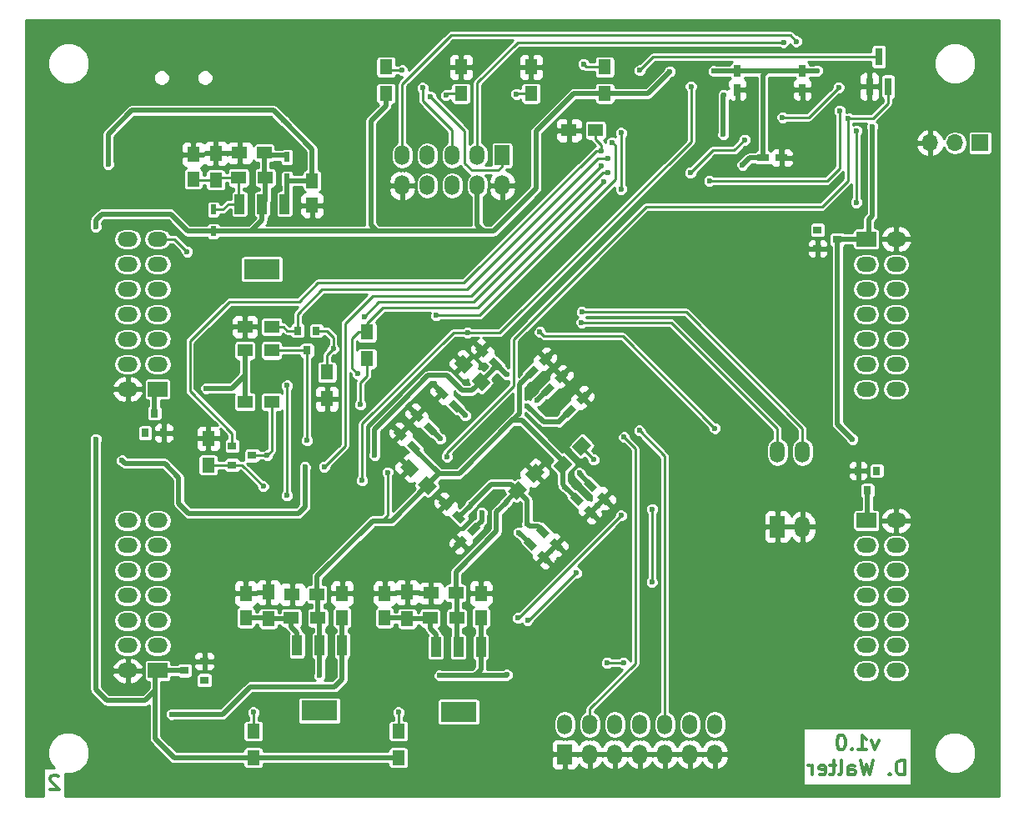
<source format=gbl>
G04 #@! TF.FileFunction,Copper,L2,Bot,Signal*
%FSLAX46Y46*%
G04 Gerber Fmt 4.6, Leading zero omitted, Abs format (unit mm)*
G04 Created by KiCad (PCBNEW 4.0.5) date 03/04/17 19:59:53*
%MOMM*%
%LPD*%
G01*
G04 APERTURE LIST*
%ADD10C,0.100000*%
%ADD11C,0.300000*%
%ADD12O,1.500000X2.000000*%
%ADD13R,1.500000X2.000000*%
%ADD14R,1.500000X1.300000*%
%ADD15R,1.300000X1.500000*%
%ADD16R,3.657600X2.032000*%
%ADD17R,1.016000X2.032000*%
%ADD18R,1.250000X1.500000*%
%ADD19R,1.200000X0.750000*%
%ADD20R,0.800100X1.800860*%
%ADD21O,2.000000X1.500000*%
%ADD22R,2.000000X1.500000*%
%ADD23R,1.500000X1.250000*%
%ADD24R,0.750000X1.200000*%
%ADD25R,1.700000X1.700000*%
%ADD26O,1.700000X1.700000*%
%ADD27R,0.599440X1.000760*%
%ADD28R,0.800000X0.900000*%
%ADD29R,0.900000X0.800000*%
%ADD30R,1.498600X2.197100*%
%ADD31O,1.498600X2.197100*%
%ADD32C,0.600000*%
%ADD33C,0.500000*%
%ADD34C,0.250000*%
%ADD35C,0.500000*%
%ADD36C,0.254000*%
G04 APERTURE END LIST*
D10*
D11*
X175370856Y-134039571D02*
X175013713Y-135039571D01*
X174656571Y-134039571D01*
X173299428Y-135039571D02*
X174156571Y-135039571D01*
X173727999Y-135039571D02*
X173727999Y-133539571D01*
X173870856Y-133753857D01*
X174013714Y-133896714D01*
X174156571Y-133968143D01*
X172656571Y-134896714D02*
X172585143Y-134968143D01*
X172656571Y-135039571D01*
X172728000Y-134968143D01*
X172656571Y-134896714D01*
X172656571Y-135039571D01*
X171656571Y-133539571D02*
X171513714Y-133539571D01*
X171370857Y-133611000D01*
X171299428Y-133682429D01*
X171227999Y-133825286D01*
X171156571Y-134111000D01*
X171156571Y-134468143D01*
X171227999Y-134753857D01*
X171299428Y-134896714D01*
X171370857Y-134968143D01*
X171513714Y-135039571D01*
X171656571Y-135039571D01*
X171799428Y-134968143D01*
X171870857Y-134896714D01*
X171942285Y-134753857D01*
X172013714Y-134468143D01*
X172013714Y-134111000D01*
X171942285Y-133825286D01*
X171870857Y-133682429D01*
X171799428Y-133611000D01*
X171656571Y-133539571D01*
X178013714Y-137589571D02*
X178013714Y-136089571D01*
X177656571Y-136089571D01*
X177442286Y-136161000D01*
X177299428Y-136303857D01*
X177228000Y-136446714D01*
X177156571Y-136732429D01*
X177156571Y-136946714D01*
X177228000Y-137232429D01*
X177299428Y-137375286D01*
X177442286Y-137518143D01*
X177656571Y-137589571D01*
X178013714Y-137589571D01*
X176513714Y-137446714D02*
X176442286Y-137518143D01*
X176513714Y-137589571D01*
X176585143Y-137518143D01*
X176513714Y-137446714D01*
X176513714Y-137589571D01*
X174799428Y-136089571D02*
X174442285Y-137589571D01*
X174156571Y-136518143D01*
X173870857Y-137589571D01*
X173513714Y-136089571D01*
X172299428Y-137589571D02*
X172299428Y-136803857D01*
X172370857Y-136661000D01*
X172513714Y-136589571D01*
X172799428Y-136589571D01*
X172942285Y-136661000D01*
X172299428Y-137518143D02*
X172442285Y-137589571D01*
X172799428Y-137589571D01*
X172942285Y-137518143D01*
X173013714Y-137375286D01*
X173013714Y-137232429D01*
X172942285Y-137089571D01*
X172799428Y-137018143D01*
X172442285Y-137018143D01*
X172299428Y-136946714D01*
X171370856Y-137589571D02*
X171513714Y-137518143D01*
X171585142Y-137375286D01*
X171585142Y-136089571D01*
X171013714Y-136589571D02*
X170442285Y-136589571D01*
X170799428Y-136089571D02*
X170799428Y-137375286D01*
X170728000Y-137518143D01*
X170585142Y-137589571D01*
X170442285Y-137589571D01*
X169370857Y-137518143D02*
X169513714Y-137589571D01*
X169799428Y-137589571D01*
X169942285Y-137518143D01*
X170013714Y-137375286D01*
X170013714Y-136803857D01*
X169942285Y-136661000D01*
X169799428Y-136589571D01*
X169513714Y-136589571D01*
X169370857Y-136661000D01*
X169299428Y-136803857D01*
X169299428Y-136946714D01*
X170013714Y-137089571D01*
X168656571Y-137589571D02*
X168656571Y-136589571D01*
X168656571Y-136875286D02*
X168585143Y-136732429D01*
X168513714Y-136661000D01*
X168370857Y-136589571D01*
X168228000Y-136589571D01*
X92122571Y-137751429D02*
X92051142Y-137680000D01*
X91908285Y-137608571D01*
X91551142Y-137608571D01*
X91408285Y-137680000D01*
X91336856Y-137751429D01*
X91265428Y-137894286D01*
X91265428Y-138037143D01*
X91336856Y-138251429D01*
X92193999Y-139108571D01*
X91265428Y-139108571D01*
D10*
G36*
X134434850Y-111922820D02*
X134965180Y-112453150D01*
X134116652Y-113301678D01*
X133586322Y-112771348D01*
X134434850Y-111922820D01*
X134434850Y-111922820D01*
G37*
G36*
X133091348Y-113266322D02*
X133621678Y-113796652D01*
X132773150Y-114645180D01*
X132242820Y-114114850D01*
X133091348Y-113266322D01*
X133091348Y-113266322D01*
G37*
D12*
X158750000Y-135505000D03*
X158750000Y-132465000D03*
X156210000Y-132465000D03*
X156210000Y-135505000D03*
X153670000Y-135505000D03*
X153670000Y-132465000D03*
X151130000Y-132465000D03*
X151130000Y-135505000D03*
D13*
X143510000Y-135505000D03*
D12*
X143510000Y-132465000D03*
X146050000Y-135505000D03*
X146050000Y-132465000D03*
X148590000Y-135505000D03*
X148590000Y-132465000D03*
D14*
X132541000Y-121666000D03*
X129841000Y-121666000D03*
D10*
G36*
X137160931Y-95990601D02*
X136630601Y-96520931D01*
X135782073Y-95672403D01*
X136312403Y-95142073D01*
X137160931Y-95990601D01*
X137160931Y-95990601D01*
G37*
G36*
X135817429Y-94647099D02*
X135287099Y-95177429D01*
X134438571Y-94328901D01*
X134968901Y-93798571D01*
X135817429Y-94647099D01*
X135817429Y-94647099D01*
G37*
G36*
X145450820Y-108008150D02*
X145981150Y-107477820D01*
X146829678Y-108326348D01*
X146299348Y-108856678D01*
X145450820Y-108008150D01*
X145450820Y-108008150D01*
G37*
G36*
X146794322Y-109351652D02*
X147324652Y-108821322D01*
X148173180Y-109669850D01*
X147642850Y-110200180D01*
X146794322Y-109351652D01*
X146794322Y-109351652D01*
G37*
G36*
X139354820Y-113977150D02*
X139885150Y-113446820D01*
X140733678Y-114295348D01*
X140203348Y-114825678D01*
X139354820Y-113977150D01*
X139354820Y-113977150D01*
G37*
G36*
X140698322Y-115320652D02*
X141228652Y-114790322D01*
X142077180Y-115638850D01*
X141546850Y-116169180D01*
X140698322Y-115320652D01*
X140698322Y-115320652D01*
G37*
G36*
X143822150Y-101310180D02*
X143291820Y-100779850D01*
X144140348Y-99931322D01*
X144670678Y-100461652D01*
X143822150Y-101310180D01*
X143822150Y-101310180D01*
G37*
G36*
X145165652Y-99966678D02*
X144635322Y-99436348D01*
X145483850Y-98587820D01*
X146014180Y-99118150D01*
X145165652Y-99966678D01*
X145165652Y-99966678D01*
G37*
G36*
X130520180Y-102557850D02*
X129989850Y-103088180D01*
X129141322Y-102239652D01*
X129671652Y-101709322D01*
X130520180Y-102557850D01*
X130520180Y-102557850D01*
G37*
G36*
X129176678Y-101214348D02*
X128646348Y-101744678D01*
X127797820Y-100896150D01*
X128328150Y-100365820D01*
X129176678Y-101214348D01*
X129176678Y-101214348D01*
G37*
G36*
X128869180Y-104462850D02*
X128338850Y-104993180D01*
X127490322Y-104144652D01*
X128020652Y-103614322D01*
X128869180Y-104462850D01*
X128869180Y-104462850D01*
G37*
G36*
X127525678Y-103119348D02*
X126995348Y-103649678D01*
X126146820Y-102801150D01*
X126677150Y-102270820D01*
X127525678Y-103119348D01*
X127525678Y-103119348D01*
G37*
G36*
X140012150Y-97373180D02*
X139481820Y-96842850D01*
X140330348Y-95994322D01*
X140860678Y-96524652D01*
X140012150Y-97373180D01*
X140012150Y-97373180D01*
G37*
G36*
X141355652Y-96029678D02*
X140825322Y-95499348D01*
X141673850Y-94650820D01*
X142204180Y-95181150D01*
X141355652Y-96029678D01*
X141355652Y-96029678D01*
G37*
G36*
X144053820Y-109405150D02*
X144584150Y-108874820D01*
X145432678Y-109723348D01*
X144902348Y-110253678D01*
X144053820Y-109405150D01*
X144053820Y-109405150D01*
G37*
G36*
X145397322Y-110748652D02*
X145927652Y-110218322D01*
X146776180Y-111066850D01*
X146245850Y-111597180D01*
X145397322Y-110748652D01*
X145397322Y-110748652D01*
G37*
G36*
X140624820Y-112707150D02*
X141155150Y-112176820D01*
X142003678Y-113025348D01*
X141473348Y-113555678D01*
X140624820Y-112707150D01*
X140624820Y-112707150D01*
G37*
G36*
X141968322Y-114050652D02*
X142498652Y-113520322D01*
X143347180Y-114368850D01*
X142816850Y-114899180D01*
X141968322Y-114050652D01*
X141968322Y-114050652D01*
G37*
G36*
X133060180Y-100271850D02*
X132529850Y-100802180D01*
X131681322Y-99953652D01*
X132211652Y-99423322D01*
X133060180Y-100271850D01*
X133060180Y-100271850D01*
G37*
G36*
X131716678Y-98928348D02*
X131186348Y-99458678D01*
X130337820Y-98610150D01*
X130868150Y-98079820D01*
X131716678Y-98928348D01*
X131716678Y-98928348D01*
G37*
G36*
X141663150Y-99151180D02*
X141132820Y-98620850D01*
X141981348Y-97772322D01*
X142511678Y-98302652D01*
X141663150Y-99151180D01*
X141663150Y-99151180D01*
G37*
G36*
X143006652Y-97807678D02*
X142476322Y-97277348D01*
X143324850Y-96428820D01*
X143855180Y-96959150D01*
X143006652Y-97807678D01*
X143006652Y-97807678D01*
G37*
D14*
X113110000Y-76962000D03*
X110410000Y-76962000D03*
X118444000Y-121666000D03*
X115744000Y-121666000D03*
D15*
X125349000Y-68406000D03*
X125349000Y-65706000D03*
X108077000Y-77169000D03*
X108077000Y-74469000D03*
X113411000Y-121746000D03*
X113411000Y-119046000D03*
D16*
X112776000Y-86233000D03*
D17*
X112776000Y-79629000D03*
X115062000Y-79629000D03*
X110490000Y-79629000D03*
D16*
X118618000Y-131064000D03*
D17*
X118618000Y-124460000D03*
X120904000Y-124460000D03*
X116332000Y-124460000D03*
D16*
X132715000Y-131191000D03*
D17*
X132715000Y-124587000D03*
X135001000Y-124587000D03*
X130429000Y-124587000D03*
D15*
X127508000Y-121746000D03*
X127508000Y-119046000D03*
D10*
G36*
X133441180Y-111574850D02*
X132910850Y-112105180D01*
X132062322Y-111256652D01*
X132592652Y-110726322D01*
X133441180Y-111574850D01*
X133441180Y-111574850D01*
G37*
G36*
X132097678Y-110231348D02*
X131567348Y-110761678D01*
X130718820Y-109913150D01*
X131249150Y-109382820D01*
X132097678Y-110231348D01*
X132097678Y-110231348D01*
G37*
D18*
X117856000Y-77236000D03*
X117856000Y-79736000D03*
X120904000Y-121646000D03*
X120904000Y-119146000D03*
X135001000Y-121646000D03*
X135001000Y-119146000D03*
D19*
X163642000Y-74930000D03*
X165542000Y-74930000D03*
D15*
X132969000Y-68406000D03*
X132969000Y-65706000D03*
X140081000Y-68406000D03*
X140081000Y-65706000D03*
D20*
X176337000Y-67668140D03*
X174437000Y-67668140D03*
X175387000Y-64665860D03*
D12*
X127000000Y-74680000D03*
X127000000Y-77720000D03*
X129540000Y-77720000D03*
X129540000Y-74680000D03*
D13*
X137160000Y-74680000D03*
D12*
X137160000Y-77720000D03*
X134620000Y-74680000D03*
X134620000Y-77720000D03*
X132080000Y-74680000D03*
X132080000Y-77720000D03*
D21*
X102167500Y-83185000D03*
X99127500Y-83185000D03*
X99127500Y-85725000D03*
X102167500Y-85725000D03*
X102167500Y-88265000D03*
X99127500Y-88265000D03*
X99127500Y-90805000D03*
X102167500Y-90805000D03*
D22*
X102167500Y-98425000D03*
D21*
X99127500Y-98425000D03*
X102167500Y-95885000D03*
X99127500Y-95885000D03*
X102167500Y-93345000D03*
X99127500Y-93345000D03*
X102167500Y-111760000D03*
X99127500Y-111760000D03*
X99127500Y-114300000D03*
X102167500Y-114300000D03*
X102167500Y-116840000D03*
X99127500Y-116840000D03*
X99127500Y-119380000D03*
X102167500Y-119380000D03*
D22*
X102167500Y-127000000D03*
D21*
X99127500Y-127000000D03*
X102167500Y-124460000D03*
X99127500Y-124460000D03*
X102167500Y-121920000D03*
X99127500Y-121920000D03*
X174121000Y-98425000D03*
X177161000Y-98425000D03*
X177161000Y-95885000D03*
X174121000Y-95885000D03*
X174121000Y-93345000D03*
X177161000Y-93345000D03*
X177161000Y-90805000D03*
X174121000Y-90805000D03*
D22*
X174121000Y-83185000D03*
D21*
X177161000Y-83185000D03*
X174121000Y-85725000D03*
X177161000Y-85725000D03*
X174121000Y-88265000D03*
X177161000Y-88265000D03*
X174121000Y-127000000D03*
X177161000Y-127000000D03*
X177161000Y-124460000D03*
X174121000Y-124460000D03*
X174121000Y-121920000D03*
X177161000Y-121920000D03*
X177161000Y-119380000D03*
X174121000Y-119380000D03*
D22*
X174121000Y-111760000D03*
D21*
X177161000Y-111760000D03*
X174121000Y-114300000D03*
X177161000Y-114300000D03*
X174121000Y-116840000D03*
X177161000Y-116840000D03*
D23*
X113010000Y-74422000D03*
X110510000Y-74422000D03*
X118344000Y-119253000D03*
X115844000Y-119253000D03*
X132441000Y-119126000D03*
X129941000Y-119126000D03*
D10*
G36*
X135968155Y-97746271D02*
X135084271Y-98630155D01*
X134023611Y-97569495D01*
X134907495Y-96685611D01*
X135968155Y-97746271D01*
X135968155Y-97746271D01*
G37*
G36*
X134200389Y-95978505D02*
X133316505Y-96862389D01*
X132255845Y-95801729D01*
X133139729Y-94917845D01*
X134200389Y-95978505D01*
X134200389Y-95978505D01*
G37*
G36*
X130507155Y-108287271D02*
X129623271Y-109171155D01*
X128562611Y-108110495D01*
X129446495Y-107226611D01*
X130507155Y-108287271D01*
X130507155Y-108287271D01*
G37*
G36*
X128739389Y-106519505D02*
X127855505Y-107403389D01*
X126794845Y-106342729D01*
X127678729Y-105458845D01*
X128739389Y-106519505D01*
X128739389Y-106519505D01*
G37*
G36*
X138600729Y-109679155D02*
X137716845Y-108795271D01*
X138777505Y-107734611D01*
X139661389Y-108618495D01*
X138600729Y-109679155D01*
X138600729Y-109679155D01*
G37*
G36*
X140368495Y-107911389D02*
X139484611Y-107027505D01*
X140545271Y-105966845D01*
X141429155Y-106850729D01*
X140368495Y-107911389D01*
X140368495Y-107911389D01*
G37*
D24*
X167640000Y-66106000D03*
X167640000Y-68006000D03*
X161036000Y-66106000D03*
X161036000Y-68006000D03*
D10*
G36*
X145297305Y-103211457D02*
X146216543Y-104130695D01*
X145155883Y-105191355D01*
X144236645Y-104272117D01*
X145297305Y-103211457D01*
X145297305Y-103211457D01*
G37*
G36*
X143388117Y-105120645D02*
X144307355Y-106039883D01*
X143246695Y-107100543D01*
X142327457Y-106181305D01*
X143388117Y-105120645D01*
X143388117Y-105120645D01*
G37*
D15*
X123444000Y-92630000D03*
X123444000Y-95330000D03*
X147574000Y-65706000D03*
X147574000Y-68406000D03*
D25*
X185674000Y-73406000D03*
D26*
X183134000Y-73406000D03*
X180594000Y-73406000D03*
D18*
X105791000Y-77069000D03*
X105791000Y-74569000D03*
X111125000Y-121646000D03*
X111125000Y-119146000D03*
X125222000Y-121646000D03*
X125222000Y-119146000D03*
D27*
X115316000Y-74846180D03*
X115316000Y-77045820D03*
X107823000Y-80180180D03*
X107823000Y-82379820D03*
D28*
X173294000Y-106696000D03*
X175194000Y-106696000D03*
X174244000Y-108696000D03*
D29*
X169180000Y-84135000D03*
X169180000Y-82235000D03*
X171180000Y-83185000D03*
D28*
X102804000Y-102854000D03*
X100904000Y-102854000D03*
X101854000Y-100854000D03*
D29*
X106918000Y-126050000D03*
X106918000Y-127950000D03*
X104918000Y-127000000D03*
D15*
X111887000Y-133143000D03*
X111887000Y-135843000D03*
X126619000Y-133143000D03*
X126619000Y-135843000D03*
D30*
X165100000Y-112395000D03*
D31*
X165100000Y-104775000D03*
X167640000Y-112395000D03*
X167640000Y-104775000D03*
D28*
X116398000Y-92472000D03*
X118298000Y-92472000D03*
X117348000Y-94472000D03*
D29*
X109744000Y-106106000D03*
X109744000Y-104206000D03*
X111744000Y-105156000D03*
D14*
X113745000Y-94488000D03*
X111045000Y-94488000D03*
D15*
X119380000Y-99394000D03*
X119380000Y-96694000D03*
D14*
X113745000Y-99695000D03*
X111045000Y-99695000D03*
D15*
X107315000Y-103425000D03*
X107315000Y-106125000D03*
D14*
X111045000Y-92075000D03*
X113745000Y-92075000D03*
X143938000Y-72136000D03*
X146638000Y-72136000D03*
D32*
X118754108Y-103658170D03*
X98651801Y-107358550D03*
X141717140Y-77824571D03*
X106680000Y-96012000D03*
X133079001Y-86523522D03*
X135470938Y-99359682D03*
X119312623Y-79737561D03*
X118110000Y-65405000D03*
X111760000Y-65405000D03*
X138617107Y-65702888D03*
X131519351Y-65693935D03*
X169292151Y-63278819D03*
X174625000Y-62865000D03*
X178597776Y-105567737D03*
X155650990Y-105528360D03*
X165540362Y-73658620D03*
X175607038Y-74939012D03*
X153260685Y-83701571D03*
X141600621Y-86725026D03*
X140335000Y-93980000D03*
X139389732Y-105857033D03*
X132715000Y-109220000D03*
X126693490Y-105371159D03*
X121920000Y-101600000D03*
X91440000Y-127470000D03*
X91440000Y-122470000D03*
X91440000Y-117470000D03*
X91440000Y-112470000D03*
X91440000Y-107470000D03*
X91440000Y-102470000D03*
X91440000Y-97470000D03*
X91440000Y-92470000D03*
X91440000Y-87470000D03*
X91440000Y-82470000D03*
X91440000Y-77470000D03*
X103505000Y-75565000D03*
X101600000Y-75565000D03*
X99695000Y-75565000D03*
X99695000Y-73660000D03*
X99695000Y-71755000D03*
X135998408Y-93621826D03*
X103488261Y-73621692D03*
X101556113Y-73621692D03*
X101600000Y-71755000D03*
X103505000Y-71755000D03*
X146939000Y-112141000D03*
X148336000Y-110744000D03*
X162193304Y-78943976D03*
X141870082Y-100676111D03*
X135209850Y-116099730D03*
X169512456Y-76677706D03*
X142757896Y-116055668D03*
X151238102Y-71877180D03*
X139192000Y-103632000D03*
X136144000Y-106680000D03*
X184912000Y-87724000D03*
X131937226Y-102380526D03*
X184912000Y-92724000D03*
X184912000Y-107724000D03*
X184912000Y-112724000D03*
X144145000Y-95885000D03*
X166399281Y-67999086D03*
X184912000Y-102724000D03*
X184912000Y-127724000D03*
X184912000Y-117724000D03*
X184912000Y-122724000D03*
X184912000Y-82724000D03*
X131586690Y-108038367D03*
X184912000Y-77724000D03*
X161037108Y-69362271D03*
X137287000Y-113665000D03*
X135435389Y-102113906D03*
X184912000Y-97724000D03*
X142557500Y-108775500D03*
X136839185Y-100749106D03*
X131704212Y-115081303D03*
X130173689Y-104159462D03*
X146431000Y-100838000D03*
D33*
X130953709Y-112222880D03*
D32*
X143764000Y-103124000D03*
X145415000Y-65405000D03*
X151071589Y-102617744D03*
X147804359Y-126222480D03*
X149490806Y-126218638D03*
X149530030Y-103297951D03*
X127000000Y-66040000D03*
X97155000Y-75565000D03*
X114935000Y-71120000D03*
X103632000Y-131445000D03*
X159622675Y-68555662D03*
X159607237Y-72541335D03*
X131445000Y-68580000D03*
X138603126Y-68449110D03*
X151130000Y-66040000D03*
X149225000Y-78105000D03*
X149225000Y-72390000D03*
X138762541Y-121648165D03*
X111887000Y-131227000D03*
X149225000Y-111252000D03*
X139725974Y-121871648D03*
X126619000Y-131227000D03*
X144659441Y-117066549D03*
X133630400Y-92694133D03*
X122936000Y-107696000D03*
X156319009Y-67691146D03*
X130452033Y-90935222D03*
X148336000Y-73355000D03*
X147926621Y-76432972D03*
X123136124Y-91042174D03*
X171306571Y-67781599D03*
X161773790Y-73084525D03*
X156249431Y-76432980D03*
X165623796Y-70810390D03*
X131548465Y-105258768D03*
X172304697Y-70939128D03*
X147485273Y-77361234D03*
X122489662Y-96851663D03*
X171409529Y-70152939D03*
X158201876Y-77268612D03*
X115299852Y-109210753D03*
X115316000Y-98044000D03*
X107122032Y-98339456D03*
X98552000Y-105664000D03*
X117124968Y-106316933D03*
X95885000Y-81915000D03*
X124191337Y-105101736D03*
X174731842Y-71763663D03*
X135083750Y-110970111D03*
D33*
X127050712Y-99621037D03*
D32*
X95885000Y-103505000D03*
X172720000Y-103505000D03*
X154178000Y-66167000D03*
X144986713Y-106940562D03*
X137628813Y-96909721D03*
X139715020Y-100086918D03*
X169118480Y-66061195D03*
X158649436Y-66116587D03*
X130868792Y-103452937D03*
X138837676Y-112969805D03*
X161560551Y-75637869D03*
X142875000Y-101727000D03*
X125512375Y-106862086D03*
X122758606Y-99970733D03*
X130825350Y-127495915D03*
X137633931Y-127428479D03*
X118618000Y-127508000D03*
X130757339Y-106998679D03*
X143510000Y-108331000D03*
X139065000Y-97790000D03*
X133968375Y-110112849D03*
X137554043Y-109936432D03*
X139717020Y-112101975D03*
X133391295Y-101064160D03*
X140716000Y-99568000D03*
X105170290Y-84454204D03*
X152404891Y-110611671D03*
X152347554Y-117996461D03*
X140982445Y-92614331D03*
X173096217Y-79444033D03*
X173112772Y-72176369D03*
X158750000Y-102380797D03*
X146438950Y-105563741D03*
X167010934Y-63087461D03*
X129837297Y-68684980D03*
X165723901Y-63181636D03*
X129073709Y-67814013D03*
X145222037Y-91654140D03*
X145259565Y-90584600D03*
X119994159Y-94306723D03*
X117348000Y-103632000D03*
X112894330Y-108282779D03*
X113272222Y-105155391D03*
X147195629Y-74203809D03*
X147875956Y-75014414D03*
X119091824Y-106299602D03*
X147195629Y-75701980D03*
D34*
X119380000Y-103032278D02*
X118754108Y-103658170D01*
X119380000Y-99394000D02*
X119380000Y-103032278D01*
X111045000Y-92075000D02*
X108931187Y-92075000D01*
X108931187Y-92075000D02*
X106680000Y-94326187D01*
X106680000Y-94326187D02*
X106680000Y-96012000D01*
X143938000Y-75603711D02*
X141717140Y-77824571D01*
X143938000Y-72136000D02*
X143938000Y-75603711D01*
X92395000Y-98425000D02*
X99377500Y-98425000D01*
X117856000Y-79736000D02*
X119311062Y-79736000D01*
X119311062Y-79736000D02*
X119312623Y-79737561D01*
X138620219Y-65706000D02*
X138617107Y-65702888D01*
X140081000Y-65706000D02*
X138620219Y-65706000D01*
X131531416Y-65706000D02*
X131519351Y-65693935D01*
X132969000Y-65706000D02*
X131531416Y-65706000D01*
D35*
X165542000Y-73660258D02*
X165540362Y-73658620D01*
X165542000Y-74930000D02*
X165542000Y-73660258D01*
D34*
X141514751Y-95340249D02*
X141514751Y-95159751D01*
X141514751Y-95159751D02*
X140335000Y-93980000D01*
X139389732Y-105871966D02*
X139389732Y-105857033D01*
X140456883Y-106939117D02*
X139389732Y-105871966D01*
X131408249Y-110072249D02*
X131862751Y-110072249D01*
X131862751Y-110072249D02*
X132715000Y-109220000D01*
X126707159Y-105371159D02*
X126693490Y-105371159D01*
X127767117Y-106431117D02*
X126707159Y-105371159D01*
X91440000Y-117470000D02*
X91440000Y-112470000D01*
X91440000Y-122470000D02*
X91440000Y-117470000D01*
X91440000Y-127470000D02*
X91440000Y-122470000D01*
X91440000Y-107470000D02*
X91440000Y-112470000D01*
X91440000Y-102470000D02*
X91440000Y-107470000D01*
X91440000Y-97470000D02*
X91440000Y-102470000D01*
X91440000Y-92470000D02*
X91440000Y-97470000D01*
X91440000Y-87470000D02*
X91440000Y-92470000D01*
X91440000Y-82470000D02*
X91440000Y-87470000D01*
X91440000Y-77470000D02*
X91440000Y-82470000D01*
X92395000Y-98425000D02*
X91440000Y-97470000D01*
X101600000Y-75565000D02*
X103505000Y-75565000D01*
X99695000Y-73660000D02*
X99695000Y-75565000D01*
X101600000Y-71755000D02*
X99695000Y-71755000D01*
D35*
X135994174Y-93621826D02*
X135998408Y-93621826D01*
X135128000Y-94488000D02*
X135994174Y-93621826D01*
D34*
X101556113Y-73621692D02*
X103488261Y-73621692D01*
X103505000Y-71755000D02*
X101600000Y-71755000D01*
X167640000Y-68006000D02*
X166406195Y-68006000D01*
X166406195Y-68006000D02*
X166399281Y-67999086D01*
X184912000Y-80094195D02*
X184912000Y-77724000D01*
X161036000Y-68006000D02*
X161036000Y-69361163D01*
X135435389Y-102113906D02*
X136800189Y-100749106D01*
X136800189Y-100749106D02*
X136839185Y-100749106D01*
X161036000Y-69361163D02*
X161037108Y-69362271D01*
X181821195Y-83185000D02*
X184912000Y-80094195D01*
X177165000Y-83185000D02*
X181821195Y-83185000D01*
X147574000Y-65706000D02*
X145716000Y-65706000D01*
X145716000Y-65706000D02*
X145415000Y-65405000D01*
X153670000Y-105216155D02*
X151071589Y-102617744D01*
X153670000Y-132715000D02*
X153670000Y-105216155D01*
X147808201Y-126218638D02*
X147804359Y-126222480D01*
X149490806Y-126218638D02*
X147808201Y-126218638D01*
X146050000Y-132715000D02*
X146050000Y-130902277D01*
X150673619Y-126278658D02*
X150673619Y-104441540D01*
X146050000Y-130902277D02*
X150673619Y-126278658D01*
X150673619Y-104441540D02*
X149530030Y-103297951D01*
X146685000Y-132080000D02*
X146050000Y-132715000D01*
X127000000Y-66040000D02*
X125683000Y-66040000D01*
X125683000Y-66040000D02*
X125349000Y-65706000D01*
X125349000Y-65626000D02*
X125349000Y-65726000D01*
D35*
X99568000Y-70104000D02*
X113919000Y-70104000D01*
X113919000Y-70104000D02*
X114935000Y-71120000D01*
X97155000Y-72517000D02*
X99568000Y-70104000D01*
X97155000Y-75565000D02*
X97155000Y-72517000D01*
X117856000Y-77236000D02*
X117856000Y-74041000D01*
X117856000Y-74041000D02*
X114935000Y-71120000D01*
X115316000Y-77045820D02*
X115316000Y-79375000D01*
X115316000Y-79375000D02*
X115062000Y-79629000D01*
X117856000Y-77236000D02*
X115506180Y-77236000D01*
X115506180Y-77236000D02*
X115316000Y-77045820D01*
X120904000Y-124460000D02*
X120904000Y-127889000D01*
X120904000Y-127889000D02*
X120142000Y-128651000D01*
X120142000Y-128651000D02*
X111572201Y-128651000D01*
X111572201Y-128651000D02*
X108778201Y-131445000D01*
X108778201Y-131445000D02*
X103632000Y-131445000D01*
X120904000Y-124460000D02*
X120904000Y-121646000D01*
X159607237Y-68571100D02*
X159622675Y-68555662D01*
X159607237Y-72541335D02*
X159607237Y-68571100D01*
D34*
X132969000Y-68406000D02*
X131619000Y-68406000D01*
X131619000Y-68406000D02*
X131445000Y-68580000D01*
X138646236Y-68406000D02*
X138603126Y-68449110D01*
X140081000Y-68406000D02*
X138646236Y-68406000D01*
X151130000Y-66040000D02*
X152504140Y-64665860D01*
X152504140Y-64665860D02*
X175387000Y-64665860D01*
X149225000Y-72390000D02*
X149225000Y-78105000D01*
X138828835Y-121648165D02*
X138762541Y-121648165D01*
X149225000Y-111252000D02*
X138828835Y-121648165D01*
X111887000Y-133143000D02*
X111887000Y-131227000D01*
X139854342Y-121871648D02*
X139725974Y-121871648D01*
X144659441Y-117066549D02*
X139854342Y-121871648D01*
X126619000Y-133143000D02*
X126619000Y-131227000D01*
X156319009Y-67691146D02*
X156319009Y-73290018D01*
X156319009Y-73290018D02*
X136915289Y-92693738D01*
X136915289Y-92693738D02*
X133630795Y-92693738D01*
X133630795Y-92693738D02*
X133630400Y-92694133D01*
X122936000Y-107696000D02*
X122936000Y-101943843D01*
X122936000Y-101943843D02*
X132185710Y-92694133D01*
X132185710Y-92694133D02*
X133630400Y-92694133D01*
X134837986Y-90935222D02*
X130452033Y-90935222D01*
X148635999Y-77137209D02*
X134837986Y-90935222D01*
X148635999Y-73654999D02*
X148635999Y-77137209D01*
X148336000Y-73355000D02*
X148635999Y-73654999D01*
X147375304Y-76432972D02*
X147926621Y-76432972D01*
X123136124Y-91042174D02*
X124597064Y-89581234D01*
X134227042Y-89581234D02*
X147375304Y-76432972D01*
X124597064Y-89581234D02*
X134227042Y-89581234D01*
X168277780Y-70810390D02*
X171306571Y-67781599D01*
X165623796Y-70810390D02*
X168277780Y-70810390D01*
X158524369Y-74158042D02*
X160700273Y-74158042D01*
X156249431Y-76432980D02*
X158524369Y-74158042D01*
X160700273Y-74158042D02*
X161773790Y-73084525D01*
X176337000Y-67668140D02*
X176337000Y-69403096D01*
X176337000Y-69403096D02*
X174800968Y-70939128D01*
X174800968Y-70939128D02*
X172304697Y-70939128D01*
X172304697Y-70939128D02*
X172304697Y-77225002D01*
X138329004Y-93338903D02*
X138329004Y-98053965D01*
X172304697Y-77225002D02*
X169620704Y-79908995D01*
X169620704Y-79908995D02*
X151758912Y-79908995D01*
X151758912Y-79908995D02*
X138329004Y-93338903D01*
X138329004Y-98053965D02*
X131548465Y-104834504D01*
X131548465Y-104834504D02*
X131548465Y-105258768D01*
X123444000Y-92630000D02*
X123444000Y-91755235D01*
X134694286Y-90152221D02*
X147485273Y-77361234D01*
X123444000Y-91755235D02*
X125047014Y-90152221D01*
X125047014Y-90152221D02*
X134694286Y-90152221D01*
X122489662Y-96851663D02*
X121920000Y-96282001D01*
X121920000Y-96282001D02*
X121920000Y-93254000D01*
X121920000Y-93254000D02*
X122544000Y-92630000D01*
X122544000Y-92630000D02*
X123444000Y-92630000D01*
X171409529Y-70152939D02*
X171409529Y-75986471D01*
X171409529Y-75986471D02*
X170127388Y-77268612D01*
X170127388Y-77268612D02*
X158201876Y-77268612D01*
X115316000Y-109194605D02*
X115299852Y-109210753D01*
X115316000Y-98044000D02*
X115316000Y-109194605D01*
D35*
X107122032Y-98339456D02*
X107135276Y-98326212D01*
X107135276Y-98326212D02*
X109746788Y-98326212D01*
X109746788Y-98326212D02*
X111045000Y-97028000D01*
X111045000Y-99695000D02*
X111045000Y-97028000D01*
X111045000Y-97028000D02*
X111045000Y-94488000D01*
X102895761Y-105962781D02*
X98850781Y-105962781D01*
X98850781Y-105962781D02*
X98552000Y-105664000D01*
X117124968Y-106316933D02*
X117124968Y-110370800D01*
X117124968Y-110370800D02*
X116474433Y-111021335D01*
X116474433Y-111021335D02*
X105316697Y-111021335D01*
X105316697Y-111021335D02*
X104330254Y-110034892D01*
X104330254Y-110034892D02*
X104330254Y-107397274D01*
X104330254Y-107397274D02*
X102895761Y-105962781D01*
X135255000Y-82379820D02*
X136250033Y-82379820D01*
X136250033Y-82379820D02*
X140596330Y-78033523D01*
X140596330Y-78033523D02*
X140596330Y-72216657D01*
X140596330Y-72216657D02*
X144406987Y-68406000D01*
X144406987Y-68406000D02*
X147574000Y-68406000D01*
X95885000Y-103505000D02*
X95885000Y-128905000D01*
X103505000Y-80645000D02*
X105239820Y-82379820D01*
X105239820Y-82379820D02*
X107823000Y-82379820D01*
X96520000Y-80645000D02*
X103505000Y-80645000D01*
X95885000Y-81280000D02*
X96520000Y-80645000D01*
X95885000Y-81915000D02*
X95885000Y-81280000D01*
X171180000Y-83185000D02*
X171180000Y-101965000D01*
X171180000Y-101965000D02*
X172720000Y-103505000D01*
X174731842Y-80792158D02*
X174371000Y-81153000D01*
X174371000Y-81153000D02*
X174371000Y-83185000D01*
X174731842Y-71763663D02*
X174731842Y-80792158D01*
X171180000Y-83185000D02*
X174371000Y-83185000D01*
X174244000Y-108696000D02*
X174244000Y-111633000D01*
X174244000Y-111633000D02*
X174371000Y-111760000D01*
X101917500Y-133921500D02*
X101917500Y-129032000D01*
X101917500Y-129032000D02*
X101917500Y-127000000D01*
X97028000Y-130048000D02*
X100901500Y-130048000D01*
X100901500Y-130048000D02*
X101917500Y-129032000D01*
X104918000Y-127000000D02*
X101917500Y-127000000D01*
X101917500Y-133921500D02*
X103839000Y-135843000D01*
X95885000Y-128905000D02*
X97028000Y-130048000D01*
X101854000Y-100854000D02*
X101854000Y-98488500D01*
X101854000Y-98488500D02*
X101917500Y-98425000D01*
X124460000Y-82379820D02*
X135255000Y-82379820D01*
X134620000Y-81744820D02*
X135255000Y-82379820D01*
X134620000Y-77470000D02*
X134620000Y-81744820D01*
X111676180Y-82379820D02*
X124460000Y-82379820D01*
X123825000Y-71180000D02*
X123825000Y-81744820D01*
X125349000Y-68406000D02*
X125349000Y-69656000D01*
X125349000Y-69656000D02*
X123825000Y-71180000D01*
X123825000Y-81744820D02*
X124460000Y-82379820D01*
X147574000Y-68406000D02*
X151939000Y-68406000D01*
X151939000Y-68406000D02*
X154178000Y-66167000D01*
X124191337Y-102480412D02*
X124191337Y-105101736D01*
X127050712Y-99621037D02*
X124191337Y-102480412D01*
X174625000Y-83185000D02*
X174731842Y-83078158D01*
X134995883Y-97657883D02*
X134101766Y-98552000D01*
X134101766Y-98552000D02*
X133096000Y-98552000D01*
X133096000Y-98552000D02*
X131572000Y-97028000D01*
X131572000Y-97028000D02*
X129643749Y-97028000D01*
X129643749Y-97028000D02*
X127050712Y-99621037D01*
X135083750Y-111804250D02*
X135083750Y-110970111D01*
X134275751Y-112612249D02*
X135083750Y-111804250D01*
X136471502Y-95831502D02*
X136471502Y-96182264D01*
X136471502Y-96182264D02*
X134995883Y-97657883D01*
X112776000Y-79629000D02*
X112776000Y-81280000D01*
X112776000Y-81280000D02*
X111676180Y-82379820D01*
X111676180Y-82379820D02*
X107823000Y-82379820D01*
X113010000Y-74676000D02*
X115145820Y-74676000D01*
X115145820Y-74676000D02*
X115316000Y-74846180D01*
X113010000Y-74676000D02*
X113010000Y-76862000D01*
X113010000Y-76862000D02*
X113110000Y-76962000D01*
X113110000Y-76962000D02*
X113110000Y-79295000D01*
X113110000Y-79295000D02*
X112776000Y-79629000D01*
X144986713Y-107013713D02*
X144986713Y-106940562D01*
X146140249Y-108167249D02*
X144986713Y-107013713D01*
X111887000Y-135843000D02*
X103839000Y-135843000D01*
X126619000Y-135843000D02*
X111887000Y-135843000D01*
X137628813Y-96909721D02*
X137549721Y-96909721D01*
X137549721Y-96909721D02*
X136471502Y-95831502D01*
X142875000Y-101727000D02*
X141355102Y-101727000D01*
X141355102Y-101727000D02*
X139715020Y-100086918D01*
X129830751Y-102398751D02*
X129830751Y-102414896D01*
X129830751Y-102414896D02*
X130868792Y-103452937D01*
X140044249Y-114136249D02*
X140004120Y-114136249D01*
X140004120Y-114136249D02*
X138837676Y-112969805D01*
X161036000Y-66106000D02*
X164084000Y-66106000D01*
X164084000Y-66106000D02*
X167640000Y-66106000D01*
X163642000Y-74930000D02*
X163642000Y-66548000D01*
X163642000Y-66548000D02*
X164084000Y-66106000D01*
X167640000Y-66106000D02*
X169073675Y-66106000D01*
X169073675Y-66106000D02*
X169118480Y-66061195D01*
X158649436Y-66116587D02*
X161025413Y-66116587D01*
X161025413Y-66116587D02*
X161036000Y-66106000D01*
X101600000Y-98479651D02*
X101600000Y-98425000D01*
X162268420Y-74930000D02*
X161560551Y-75637869D01*
X163642000Y-74930000D02*
X162268420Y-74930000D01*
X142875000Y-101727000D02*
X143981249Y-100620751D01*
X124003042Y-111780078D02*
X124968000Y-111780078D01*
X124968000Y-111780078D02*
X125953688Y-111780078D01*
D34*
X125512375Y-106862086D02*
X125512375Y-111235703D01*
X125512375Y-111235703D02*
X124968000Y-111780078D01*
X123444000Y-95330000D02*
X123444000Y-97044426D01*
X123444000Y-97044426D02*
X122760784Y-97727642D01*
X122760784Y-97727642D02*
X122760784Y-99968555D01*
X122760784Y-99968555D02*
X122758606Y-99970733D01*
D35*
X134366000Y-127508000D02*
X137557178Y-127508000D01*
X137557178Y-127508000D02*
X137630436Y-127434742D01*
X137630436Y-127434742D02*
X137630436Y-127431974D01*
X137630436Y-127431974D02*
X137633931Y-127428479D01*
X134353915Y-127495915D02*
X130825350Y-127495915D01*
X134366000Y-127508000D02*
X134353915Y-127495915D01*
X118444000Y-121666000D02*
X118444000Y-119353000D01*
X118444000Y-119353000D02*
X118344000Y-119253000D01*
X118344000Y-119253000D02*
X118344000Y-117439120D01*
X118344000Y-117439120D02*
X124003042Y-111780078D01*
X125953688Y-111780078D02*
X129534883Y-108198883D01*
X130757339Y-106998679D02*
X130735087Y-106998679D01*
X130735087Y-106998679D02*
X129534883Y-108198883D01*
X138176000Y-101600000D02*
X132808955Y-106967045D01*
X132808955Y-106967045D02*
X132808955Y-106998679D01*
X132808955Y-106998679D02*
X130757339Y-106998679D01*
X138176000Y-101600000D02*
X138907708Y-100868292D01*
X138907708Y-100868292D02*
X138907708Y-97947292D01*
X138907708Y-97947292D02*
X139065000Y-97790000D01*
X134366000Y-127508000D02*
X135001000Y-126873000D01*
X135001000Y-126873000D02*
X135001000Y-124587000D01*
X118618000Y-127508000D02*
X118618000Y-124460000D01*
X135001000Y-121646000D02*
X135001000Y-124587000D01*
X138176000Y-101600000D02*
X139192000Y-101600000D01*
X139192000Y-101600000D02*
X141700366Y-104108366D01*
X141700366Y-104108366D02*
X141700366Y-104140000D01*
X143284678Y-108105678D02*
X143510000Y-108331000D01*
X141700366Y-104140000D02*
X143284678Y-105724312D01*
X143284678Y-105724312D02*
X143284678Y-108105678D01*
X128179751Y-104303751D02*
X128179751Y-104421091D01*
X128179751Y-104421091D02*
X130757339Y-106998679D01*
X139065000Y-97790000D02*
X140171249Y-96683751D01*
X144743249Y-109564249D02*
X143510000Y-108331000D01*
X118618000Y-124460000D02*
X118618000Y-121840000D01*
X118618000Y-121840000D02*
X118444000Y-121666000D01*
D34*
X143510000Y-132715000D02*
X143510000Y-132706208D01*
D35*
X132441000Y-116987000D02*
X132441000Y-119126000D01*
X132541000Y-121666000D02*
X132541000Y-119226000D01*
X132541000Y-119226000D02*
X132441000Y-119126000D01*
X136017000Y-108077000D02*
X138059234Y-108077000D01*
X138059234Y-108077000D02*
X138689117Y-108706883D01*
X139717020Y-112101975D02*
X139717020Y-109734786D01*
X139717020Y-109734786D02*
X138689117Y-108706883D01*
X137554043Y-109936432D02*
X137554043Y-109841957D01*
X137554043Y-109841957D02*
X138689117Y-108706883D01*
X134676967Y-109417033D02*
X136017000Y-108077000D01*
X134664191Y-109417033D02*
X134676967Y-109417033D01*
X141314249Y-112866249D02*
X141287531Y-112866249D01*
X141287531Y-112866249D02*
X140765393Y-112344111D01*
X140765393Y-112344111D02*
X139959156Y-112344111D01*
X139959156Y-112344111D02*
X139717020Y-112101975D01*
X134664191Y-109417033D02*
X133968375Y-110112849D01*
X132441000Y-116987000D02*
X136573174Y-112854826D01*
X136573174Y-112854826D02*
X136573174Y-110917301D01*
X136573174Y-110917301D02*
X137554043Y-109936432D01*
X133968375Y-110199127D02*
X133968375Y-110112849D01*
X132751751Y-111415751D02*
X133968375Y-110199127D01*
X132441000Y-121566000D02*
X132541000Y-121666000D01*
X132541000Y-121666000D02*
X132541000Y-124413000D01*
X132541000Y-124413000D02*
X132715000Y-124587000D01*
X141314249Y-112866249D02*
X141397985Y-112866249D01*
X132370751Y-100112751D02*
X132439886Y-100112751D01*
X132439886Y-100112751D02*
X133391295Y-101064160D01*
D34*
X132497751Y-100293249D02*
X132678249Y-100293249D01*
D35*
X141822249Y-98461751D02*
X140716000Y-99568000D01*
D34*
X103901086Y-83185000D02*
X101917500Y-83185000D01*
X103901086Y-83185000D02*
X105170290Y-84454204D01*
X152347554Y-110669008D02*
X152404891Y-110611671D01*
X152347554Y-117996461D02*
X152347554Y-110669008D01*
X158750000Y-102380797D02*
X149403595Y-93034392D01*
X149403595Y-93034392D02*
X141395828Y-93034392D01*
X141395828Y-93034392D02*
X140982445Y-92621009D01*
X140982445Y-92621009D02*
X140982445Y-92614331D01*
X173112772Y-79427478D02*
X173096217Y-79444033D01*
X173112772Y-72176369D02*
X173112772Y-79427478D01*
X145253392Y-104378183D02*
X146438950Y-105563741D01*
X145049817Y-104378183D02*
X145253392Y-104378183D01*
X107779820Y-80180180D02*
X107823000Y-80180180D01*
X109347000Y-79629000D02*
X108795820Y-80180180D01*
X108795820Y-80180180D02*
X107779820Y-80180180D01*
X110490000Y-79629000D02*
X109347000Y-79629000D01*
X108077000Y-77169000D02*
X105891000Y-77169000D01*
X105891000Y-77169000D02*
X105791000Y-77069000D01*
X110410000Y-76962000D02*
X108284000Y-76962000D01*
X108284000Y-76962000D02*
X108077000Y-77169000D01*
X110410000Y-76962000D02*
X110410000Y-79549000D01*
X110410000Y-79549000D02*
X110490000Y-79629000D01*
D35*
X115744000Y-121666000D02*
X115744000Y-122576174D01*
X116332000Y-123164174D02*
X116332000Y-124460000D01*
X115744000Y-122576174D02*
X116332000Y-123164174D01*
X113411000Y-121746000D02*
X115664000Y-121746000D01*
X115664000Y-121746000D02*
X115744000Y-121666000D01*
X111125000Y-121646000D02*
X113311000Y-121646000D01*
X113311000Y-121646000D02*
X113411000Y-121746000D01*
D34*
X113204000Y-121666000D02*
X113030000Y-121492000D01*
D35*
X129841000Y-121666000D02*
X129841000Y-122749425D01*
X129841000Y-122749425D02*
X130429000Y-123337425D01*
X130429000Y-123337425D02*
X130429000Y-124587000D01*
X127508000Y-121746000D02*
X129761000Y-121746000D01*
X129761000Y-121746000D02*
X129841000Y-121666000D01*
X125222000Y-121646000D02*
X127408000Y-121646000D01*
X127408000Y-121646000D02*
X127508000Y-121746000D01*
D34*
X127000000Y-74930000D02*
X127000000Y-67444522D01*
X127000000Y-67444522D02*
X131955683Y-62488839D01*
X131955683Y-62488839D02*
X166412312Y-62488839D01*
X166412312Y-62488839D02*
X167010934Y-63087461D01*
X137160000Y-74930000D02*
X137160000Y-75794670D01*
X137160000Y-75794670D02*
X136754420Y-76200250D01*
X136754420Y-76200250D02*
X134066583Y-76200250D01*
X134066583Y-76200250D02*
X133343505Y-75477172D01*
X133343505Y-75477172D02*
X133343505Y-72191188D01*
X133343505Y-72191188D02*
X129837297Y-68684980D01*
X134620000Y-74930000D02*
X134620000Y-67299033D01*
X134620000Y-67299033D02*
X138743765Y-63175268D01*
X138743765Y-63175268D02*
X165713492Y-63175268D01*
X165713492Y-63175268D02*
X165723901Y-63164859D01*
X165723901Y-63164859D02*
X165723901Y-63181636D01*
X132080000Y-74930000D02*
X132080000Y-72125057D01*
X132080000Y-72125057D02*
X129073709Y-69118766D01*
X129073709Y-69118766D02*
X129073709Y-67814013D01*
X165100000Y-104775000D02*
X165100000Y-102450223D01*
X165100000Y-102450223D02*
X154303917Y-91654140D01*
X154303917Y-91654140D02*
X145222037Y-91654140D01*
X167640000Y-104775000D02*
X167640000Y-102410968D01*
X167640000Y-102410968D02*
X155813632Y-90584600D01*
X155813632Y-90584600D02*
X145259565Y-90584600D01*
X118298000Y-92472000D02*
X119323983Y-92472000D01*
X119323983Y-92472000D02*
X119994159Y-93142176D01*
X119994159Y-93142176D02*
X119994159Y-94306723D01*
X119380000Y-94920882D02*
X119994159Y-94306723D01*
X119380000Y-96694000D02*
X119380000Y-94920882D01*
X117348000Y-94472000D02*
X113761000Y-94472000D01*
X113761000Y-94472000D02*
X113745000Y-94488000D01*
X117348000Y-94472000D02*
X117348000Y-103632000D01*
X113634000Y-94472000D02*
X113618000Y-94488000D01*
X110717551Y-106106000D02*
X112894330Y-108282779D01*
X109744000Y-106106000D02*
X110717551Y-106106000D01*
X107315000Y-106125000D02*
X109725000Y-106125000D01*
X109725000Y-106125000D02*
X109744000Y-106106000D01*
X109683000Y-106045000D02*
X109744000Y-106106000D01*
X113745000Y-99695000D02*
X113745000Y-104682613D01*
X113745000Y-104682613D02*
X113272222Y-105155391D01*
X113271613Y-105156000D02*
X113272222Y-105155391D01*
X111744000Y-105156000D02*
X113271613Y-105156000D01*
X147195629Y-74203809D02*
X146693285Y-74203809D01*
X116524221Y-89535000D02*
X109457295Y-89535000D01*
X109744000Y-102879732D02*
X109744000Y-104206000D01*
X146693285Y-74203809D02*
X133267094Y-87630000D01*
X109457295Y-89535000D02*
X105432659Y-93559636D01*
X133267094Y-87630000D02*
X118429221Y-87630000D01*
X118429221Y-87630000D02*
X116524221Y-89535000D01*
X105432659Y-93559636D02*
X105432659Y-98568391D01*
X105432659Y-98568391D02*
X109744000Y-102879732D01*
X146638000Y-72136000D02*
X146638000Y-73036000D01*
X146638000Y-73036000D02*
X147195629Y-73593629D01*
X147195629Y-73593629D02*
X147195629Y-74203809D01*
X146849643Y-75014414D02*
X147875956Y-75014414D01*
X116398000Y-92472000D02*
X116398000Y-90773742D01*
X116398000Y-90773742D02*
X118872370Y-88299372D01*
X118872370Y-88299372D02*
X133564685Y-88299372D01*
X133564685Y-88299372D02*
X146849643Y-75014414D01*
X113745000Y-92075000D02*
X114929757Y-92075000D01*
X114929757Y-92075000D02*
X115326757Y-92472000D01*
X115326757Y-92472000D02*
X116398000Y-92472000D01*
X147195629Y-75701980D02*
X133971330Y-88926279D01*
X133971330Y-88926279D02*
X124052721Y-88926279D01*
X121191884Y-104199542D02*
X119091824Y-106299602D01*
X124052721Y-88926279D02*
X121191884Y-91787116D01*
X121191884Y-91787116D02*
X121191884Y-104199542D01*
D36*
G36*
X187561220Y-139763500D02*
X92789286Y-139763500D01*
X92789286Y-137464500D01*
X93556214Y-137465169D01*
X94339752Y-137141418D01*
X94939751Y-136542465D01*
X95264869Y-135759494D01*
X95265609Y-134911706D01*
X94941858Y-134128168D01*
X94342905Y-133528169D01*
X93559934Y-133203051D01*
X92712146Y-133202311D01*
X91928608Y-133526062D01*
X91328609Y-134125015D01*
X91003491Y-134907986D01*
X91002751Y-135755774D01*
X91326502Y-136539312D01*
X91635650Y-136849000D01*
X90598715Y-136849000D01*
X90598715Y-139763500D01*
X88773000Y-139763500D01*
X88773000Y-103639865D01*
X95203882Y-103639865D01*
X95254000Y-103761161D01*
X95254000Y-128905000D01*
X95279262Y-129032000D01*
X95302032Y-129146473D01*
X95438816Y-129351184D01*
X96581816Y-130494184D01*
X96786526Y-130630968D01*
X96826589Y-130638937D01*
X97028000Y-130679000D01*
X100901500Y-130679000D01*
X101142973Y-130630968D01*
X101286500Y-130535066D01*
X101286500Y-133921500D01*
X101326982Y-134125015D01*
X101334532Y-134162973D01*
X101471316Y-134367684D01*
X103392815Y-136289184D01*
X103597526Y-136425968D01*
X103637589Y-136433937D01*
X103839000Y-136474000D01*
X110848536Y-136474000D01*
X110848536Y-136593000D01*
X110875103Y-136734190D01*
X110958546Y-136863865D01*
X111085866Y-136950859D01*
X111237000Y-136981464D01*
X112537000Y-136981464D01*
X112678190Y-136954897D01*
X112807865Y-136871454D01*
X112894859Y-136744134D01*
X112925464Y-136593000D01*
X112925464Y-136474000D01*
X125580536Y-136474000D01*
X125580536Y-136593000D01*
X125607103Y-136734190D01*
X125690546Y-136863865D01*
X125817866Y-136950859D01*
X125969000Y-136981464D01*
X127269000Y-136981464D01*
X127410190Y-136954897D01*
X127539865Y-136871454D01*
X127626859Y-136744134D01*
X127657464Y-136593000D01*
X127657464Y-135790750D01*
X142125000Y-135790750D01*
X142125000Y-136631310D01*
X142221673Y-136864699D01*
X142400302Y-137043327D01*
X142633691Y-137140000D01*
X143224250Y-137140000D01*
X143383000Y-136981250D01*
X143383000Y-135632000D01*
X143637000Y-135632000D01*
X143637000Y-136981250D01*
X143795750Y-137140000D01*
X144386309Y-137140000D01*
X144619698Y-137043327D01*
X144798327Y-136864699D01*
X144895000Y-136631310D01*
X144895000Y-136499611D01*
X145133106Y-136807736D01*
X145605765Y-137078481D01*
X145708815Y-137097318D01*
X145923000Y-136974656D01*
X145923000Y-135632000D01*
X146177000Y-135632000D01*
X146177000Y-136974656D01*
X146391185Y-137097318D01*
X146494235Y-137078481D01*
X146966894Y-136807736D01*
X147299964Y-136376721D01*
X147320000Y-136302953D01*
X147340036Y-136376721D01*
X147673106Y-136807736D01*
X148145765Y-137078481D01*
X148248815Y-137097318D01*
X148463000Y-136974656D01*
X148463000Y-135632000D01*
X148717000Y-135632000D01*
X148717000Y-136974656D01*
X148931185Y-137097318D01*
X149034235Y-137078481D01*
X149506894Y-136807736D01*
X149839964Y-136376721D01*
X149860000Y-136302953D01*
X149880036Y-136376721D01*
X150213106Y-136807736D01*
X150685765Y-137078481D01*
X150788815Y-137097318D01*
X151003000Y-136974656D01*
X151003000Y-135632000D01*
X151257000Y-135632000D01*
X151257000Y-136974656D01*
X151471185Y-137097318D01*
X151574235Y-137078481D01*
X152046894Y-136807736D01*
X152379964Y-136376721D01*
X152400000Y-136302953D01*
X152420036Y-136376721D01*
X152753106Y-136807736D01*
X153225765Y-137078481D01*
X153328815Y-137097318D01*
X153543000Y-136974656D01*
X153543000Y-135632000D01*
X153797000Y-135632000D01*
X153797000Y-136974656D01*
X154011185Y-137097318D01*
X154114235Y-137078481D01*
X154586894Y-136807736D01*
X154919964Y-136376721D01*
X154940000Y-136302953D01*
X154960036Y-136376721D01*
X155293106Y-136807736D01*
X155765765Y-137078481D01*
X155868815Y-137097318D01*
X156083000Y-136974656D01*
X156083000Y-135632000D01*
X156337000Y-135632000D01*
X156337000Y-136974656D01*
X156551185Y-137097318D01*
X156654235Y-137078481D01*
X157126894Y-136807736D01*
X157459964Y-136376721D01*
X157480000Y-136302953D01*
X157500036Y-136376721D01*
X157833106Y-136807736D01*
X158305765Y-137078481D01*
X158408815Y-137097318D01*
X158623000Y-136974656D01*
X158623000Y-135632000D01*
X158877000Y-135632000D01*
X158877000Y-136974656D01*
X159091185Y-137097318D01*
X159194235Y-137078481D01*
X159666894Y-136807736D01*
X159999964Y-136376721D01*
X160142739Y-135851055D01*
X159981868Y-135632000D01*
X158877000Y-135632000D01*
X158623000Y-135632000D01*
X157518132Y-135632000D01*
X157480000Y-135683924D01*
X157441868Y-135632000D01*
X156337000Y-135632000D01*
X156083000Y-135632000D01*
X154978132Y-135632000D01*
X154940000Y-135683924D01*
X154901868Y-135632000D01*
X153797000Y-135632000D01*
X153543000Y-135632000D01*
X152438132Y-135632000D01*
X152400000Y-135683924D01*
X152361868Y-135632000D01*
X151257000Y-135632000D01*
X151003000Y-135632000D01*
X149898132Y-135632000D01*
X149860000Y-135683924D01*
X149821868Y-135632000D01*
X148717000Y-135632000D01*
X148463000Y-135632000D01*
X147358132Y-135632000D01*
X147320000Y-135683924D01*
X147281868Y-135632000D01*
X146177000Y-135632000D01*
X145923000Y-135632000D01*
X144818132Y-135632000D01*
X144783461Y-135679211D01*
X144736250Y-135632000D01*
X143637000Y-135632000D01*
X143383000Y-135632000D01*
X142283750Y-135632000D01*
X142125000Y-135790750D01*
X127657464Y-135790750D01*
X127657464Y-135093000D01*
X127630897Y-134951810D01*
X127547454Y-134822135D01*
X127420134Y-134735141D01*
X127269000Y-134704536D01*
X125969000Y-134704536D01*
X125827810Y-134731103D01*
X125698135Y-134814546D01*
X125611141Y-134941866D01*
X125580536Y-135093000D01*
X125580536Y-135212000D01*
X112925464Y-135212000D01*
X112925464Y-135093000D01*
X112898897Y-134951810D01*
X112815454Y-134822135D01*
X112688134Y-134735141D01*
X112537000Y-134704536D01*
X111237000Y-134704536D01*
X111095810Y-134731103D01*
X110966135Y-134814546D01*
X110879141Y-134941866D01*
X110848536Y-135093000D01*
X110848536Y-135212000D01*
X104100369Y-135212000D01*
X103267059Y-134378690D01*
X142125000Y-134378690D01*
X142125000Y-135219250D01*
X142283750Y-135378000D01*
X143383000Y-135378000D01*
X143383000Y-135358000D01*
X143637000Y-135358000D01*
X143637000Y-135378000D01*
X144736250Y-135378000D01*
X144783461Y-135330789D01*
X144818132Y-135378000D01*
X145923000Y-135378000D01*
X145923000Y-135358000D01*
X146177000Y-135358000D01*
X146177000Y-135378000D01*
X147281868Y-135378000D01*
X147320000Y-135326076D01*
X147358132Y-135378000D01*
X148463000Y-135378000D01*
X148463000Y-135358000D01*
X148717000Y-135358000D01*
X148717000Y-135378000D01*
X149821868Y-135378000D01*
X149860000Y-135326076D01*
X149898132Y-135378000D01*
X151003000Y-135378000D01*
X151003000Y-135358000D01*
X151257000Y-135358000D01*
X151257000Y-135378000D01*
X152361868Y-135378000D01*
X152400000Y-135326076D01*
X152438132Y-135378000D01*
X153543000Y-135378000D01*
X153543000Y-135358000D01*
X153797000Y-135358000D01*
X153797000Y-135378000D01*
X154901868Y-135378000D01*
X154940000Y-135326076D01*
X154978132Y-135378000D01*
X156083000Y-135378000D01*
X156083000Y-135358000D01*
X156337000Y-135358000D01*
X156337000Y-135378000D01*
X157441868Y-135378000D01*
X157480000Y-135326076D01*
X157518132Y-135378000D01*
X158623000Y-135378000D01*
X158623000Y-135358000D01*
X158877000Y-135358000D01*
X158877000Y-135378000D01*
X159981868Y-135378000D01*
X160142739Y-135158945D01*
X159999964Y-134633279D01*
X159666894Y-134202264D01*
X159194235Y-133931519D01*
X159091185Y-133912682D01*
X158877002Y-134035343D01*
X158877002Y-133870000D01*
X158765359Y-133870000D01*
X159182815Y-133786963D01*
X159549738Y-133541793D01*
X159794908Y-133174870D01*
X159873452Y-132780000D01*
X167704143Y-132780000D01*
X167704143Y-138642000D01*
X178751857Y-138642000D01*
X178751857Y-135755774D01*
X181002571Y-135755774D01*
X181326322Y-136539312D01*
X181925275Y-137139311D01*
X182708246Y-137464429D01*
X183556034Y-137465169D01*
X184339572Y-137141418D01*
X184939571Y-136542465D01*
X185264689Y-135759494D01*
X185265429Y-134911706D01*
X184941678Y-134128168D01*
X184342725Y-133528169D01*
X183559754Y-133203051D01*
X182711966Y-133202311D01*
X181928428Y-133526062D01*
X181328429Y-134125015D01*
X181003311Y-134907986D01*
X181002571Y-135755774D01*
X178751857Y-135755774D01*
X178751857Y-132780000D01*
X167704143Y-132780000D01*
X159873452Y-132780000D01*
X159881000Y-132742055D01*
X159881000Y-132187945D01*
X159794908Y-131755130D01*
X159549738Y-131388207D01*
X159182815Y-131143037D01*
X158750000Y-131056945D01*
X158317185Y-131143037D01*
X157950262Y-131388207D01*
X157705092Y-131755130D01*
X157619000Y-132187945D01*
X157619000Y-132742055D01*
X157705092Y-133174870D01*
X157950262Y-133541793D01*
X158317185Y-133786963D01*
X158734641Y-133870000D01*
X158622998Y-133870000D01*
X158622998Y-134035343D01*
X158408815Y-133912682D01*
X158305765Y-133931519D01*
X157833106Y-134202264D01*
X157500036Y-134633279D01*
X157480000Y-134707047D01*
X157459964Y-134633279D01*
X157126894Y-134202264D01*
X156654235Y-133931519D01*
X156551185Y-133912682D01*
X156337002Y-134035343D01*
X156337002Y-133870000D01*
X156225359Y-133870000D01*
X156642815Y-133786963D01*
X157009738Y-133541793D01*
X157254908Y-133174870D01*
X157341000Y-132742055D01*
X157341000Y-132187945D01*
X157254908Y-131755130D01*
X157009738Y-131388207D01*
X156642815Y-131143037D01*
X156210000Y-131056945D01*
X155777185Y-131143037D01*
X155410262Y-131388207D01*
X155165092Y-131755130D01*
X155079000Y-132187945D01*
X155079000Y-132742055D01*
X155165092Y-133174870D01*
X155410262Y-133541793D01*
X155777185Y-133786963D01*
X156194641Y-133870000D01*
X156082998Y-133870000D01*
X156082998Y-134035343D01*
X155868815Y-133912682D01*
X155765765Y-133931519D01*
X155293106Y-134202264D01*
X154960036Y-134633279D01*
X154940000Y-134707047D01*
X154919964Y-134633279D01*
X154586894Y-134202264D01*
X154114235Y-133931519D01*
X154011185Y-133912682D01*
X153797002Y-134035343D01*
X153797002Y-133870000D01*
X153685359Y-133870000D01*
X154102815Y-133786963D01*
X154469738Y-133541793D01*
X154714908Y-133174870D01*
X154801000Y-132742055D01*
X154801000Y-132187945D01*
X154714908Y-131755130D01*
X154469738Y-131388207D01*
X154176000Y-131191938D01*
X154176000Y-127000000D01*
X172712945Y-127000000D01*
X172799037Y-127432815D01*
X173044207Y-127799738D01*
X173411130Y-128044908D01*
X173843945Y-128131000D01*
X174398055Y-128131000D01*
X174830870Y-128044908D01*
X175197793Y-127799738D01*
X175442963Y-127432815D01*
X175529055Y-127000000D01*
X175752945Y-127000000D01*
X175839037Y-127432815D01*
X176084207Y-127799738D01*
X176451130Y-128044908D01*
X176883945Y-128131000D01*
X177438055Y-128131000D01*
X177870870Y-128044908D01*
X178237793Y-127799738D01*
X178482963Y-127432815D01*
X178569055Y-127000000D01*
X178482963Y-126567185D01*
X178237793Y-126200262D01*
X177870870Y-125955092D01*
X177438055Y-125869000D01*
X176883945Y-125869000D01*
X176451130Y-125955092D01*
X176084207Y-126200262D01*
X175839037Y-126567185D01*
X175752945Y-127000000D01*
X175529055Y-127000000D01*
X175442963Y-126567185D01*
X175197793Y-126200262D01*
X174830870Y-125955092D01*
X174398055Y-125869000D01*
X173843945Y-125869000D01*
X173411130Y-125955092D01*
X173044207Y-126200262D01*
X172799037Y-126567185D01*
X172712945Y-127000000D01*
X154176000Y-127000000D01*
X154176000Y-124460000D01*
X172712945Y-124460000D01*
X172799037Y-124892815D01*
X173044207Y-125259738D01*
X173411130Y-125504908D01*
X173843945Y-125591000D01*
X174398055Y-125591000D01*
X174830870Y-125504908D01*
X175197793Y-125259738D01*
X175442963Y-124892815D01*
X175529055Y-124460000D01*
X175752945Y-124460000D01*
X175839037Y-124892815D01*
X176084207Y-125259738D01*
X176451130Y-125504908D01*
X176883945Y-125591000D01*
X177438055Y-125591000D01*
X177870870Y-125504908D01*
X178237793Y-125259738D01*
X178482963Y-124892815D01*
X178569055Y-124460000D01*
X178482963Y-124027185D01*
X178237793Y-123660262D01*
X177870870Y-123415092D01*
X177438055Y-123329000D01*
X176883945Y-123329000D01*
X176451130Y-123415092D01*
X176084207Y-123660262D01*
X175839037Y-124027185D01*
X175752945Y-124460000D01*
X175529055Y-124460000D01*
X175442963Y-124027185D01*
X175197793Y-123660262D01*
X174830870Y-123415092D01*
X174398055Y-123329000D01*
X173843945Y-123329000D01*
X173411130Y-123415092D01*
X173044207Y-123660262D01*
X172799037Y-124027185D01*
X172712945Y-124460000D01*
X154176000Y-124460000D01*
X154176000Y-121920000D01*
X172712945Y-121920000D01*
X172799037Y-122352815D01*
X173044207Y-122719738D01*
X173411130Y-122964908D01*
X173843945Y-123051000D01*
X174398055Y-123051000D01*
X174830870Y-122964908D01*
X175197793Y-122719738D01*
X175442963Y-122352815D01*
X175529055Y-121920000D01*
X175752945Y-121920000D01*
X175839037Y-122352815D01*
X176084207Y-122719738D01*
X176451130Y-122964908D01*
X176883945Y-123051000D01*
X177438055Y-123051000D01*
X177870870Y-122964908D01*
X178237793Y-122719738D01*
X178482963Y-122352815D01*
X178569055Y-121920000D01*
X178482963Y-121487185D01*
X178237793Y-121120262D01*
X177870870Y-120875092D01*
X177438055Y-120789000D01*
X176883945Y-120789000D01*
X176451130Y-120875092D01*
X176084207Y-121120262D01*
X175839037Y-121487185D01*
X175752945Y-121920000D01*
X175529055Y-121920000D01*
X175442963Y-121487185D01*
X175197793Y-121120262D01*
X174830870Y-120875092D01*
X174398055Y-120789000D01*
X173843945Y-120789000D01*
X173411130Y-120875092D01*
X173044207Y-121120262D01*
X172799037Y-121487185D01*
X172712945Y-121920000D01*
X154176000Y-121920000D01*
X154176000Y-119380000D01*
X172712945Y-119380000D01*
X172799037Y-119812815D01*
X173044207Y-120179738D01*
X173411130Y-120424908D01*
X173843945Y-120511000D01*
X174398055Y-120511000D01*
X174830870Y-120424908D01*
X175197793Y-120179738D01*
X175442963Y-119812815D01*
X175529055Y-119380000D01*
X175752945Y-119380000D01*
X175839037Y-119812815D01*
X176084207Y-120179738D01*
X176451130Y-120424908D01*
X176883945Y-120511000D01*
X177438055Y-120511000D01*
X177870870Y-120424908D01*
X178237793Y-120179738D01*
X178482963Y-119812815D01*
X178569055Y-119380000D01*
X178482963Y-118947185D01*
X178237793Y-118580262D01*
X177870870Y-118335092D01*
X177438055Y-118249000D01*
X176883945Y-118249000D01*
X176451130Y-118335092D01*
X176084207Y-118580262D01*
X175839037Y-118947185D01*
X175752945Y-119380000D01*
X175529055Y-119380000D01*
X175442963Y-118947185D01*
X175197793Y-118580262D01*
X174830870Y-118335092D01*
X174398055Y-118249000D01*
X173843945Y-118249000D01*
X173411130Y-118335092D01*
X173044207Y-118580262D01*
X172799037Y-118947185D01*
X172712945Y-119380000D01*
X154176000Y-119380000D01*
X154176000Y-116840000D01*
X172712945Y-116840000D01*
X172799037Y-117272815D01*
X173044207Y-117639738D01*
X173411130Y-117884908D01*
X173843945Y-117971000D01*
X174398055Y-117971000D01*
X174830870Y-117884908D01*
X175197793Y-117639738D01*
X175442963Y-117272815D01*
X175529055Y-116840000D01*
X175752945Y-116840000D01*
X175839037Y-117272815D01*
X176084207Y-117639738D01*
X176451130Y-117884908D01*
X176883945Y-117971000D01*
X177438055Y-117971000D01*
X177870870Y-117884908D01*
X178237793Y-117639738D01*
X178482963Y-117272815D01*
X178569055Y-116840000D01*
X178482963Y-116407185D01*
X178237793Y-116040262D01*
X177870870Y-115795092D01*
X177438055Y-115709000D01*
X176883945Y-115709000D01*
X176451130Y-115795092D01*
X176084207Y-116040262D01*
X175839037Y-116407185D01*
X175752945Y-116840000D01*
X175529055Y-116840000D01*
X175442963Y-116407185D01*
X175197793Y-116040262D01*
X174830870Y-115795092D01*
X174398055Y-115709000D01*
X173843945Y-115709000D01*
X173411130Y-115795092D01*
X173044207Y-116040262D01*
X172799037Y-116407185D01*
X172712945Y-116840000D01*
X154176000Y-116840000D01*
X154176000Y-114300000D01*
X172712945Y-114300000D01*
X172799037Y-114732815D01*
X173044207Y-115099738D01*
X173411130Y-115344908D01*
X173843945Y-115431000D01*
X174398055Y-115431000D01*
X174830870Y-115344908D01*
X175197793Y-115099738D01*
X175442963Y-114732815D01*
X175529055Y-114300000D01*
X175752945Y-114300000D01*
X175839037Y-114732815D01*
X176084207Y-115099738D01*
X176451130Y-115344908D01*
X176883945Y-115431000D01*
X177438055Y-115431000D01*
X177870870Y-115344908D01*
X178237793Y-115099738D01*
X178482963Y-114732815D01*
X178569055Y-114300000D01*
X178482963Y-113867185D01*
X178237793Y-113500262D01*
X177870870Y-113255092D01*
X177438055Y-113169000D01*
X176883945Y-113169000D01*
X176451130Y-113255092D01*
X176084207Y-113500262D01*
X175839037Y-113867185D01*
X175752945Y-114300000D01*
X175529055Y-114300000D01*
X175442963Y-113867185D01*
X175197793Y-113500262D01*
X174830870Y-113255092D01*
X174398055Y-113169000D01*
X173843945Y-113169000D01*
X173411130Y-113255092D01*
X173044207Y-113500262D01*
X172799037Y-113867185D01*
X172712945Y-114300000D01*
X154176000Y-114300000D01*
X154176000Y-112680750D01*
X163715700Y-112680750D01*
X163715700Y-113619860D01*
X163812373Y-113853249D01*
X163991002Y-114031877D01*
X164224391Y-114128550D01*
X164814250Y-114128550D01*
X164973000Y-113969800D01*
X164973000Y-112522000D01*
X165227000Y-112522000D01*
X165227000Y-113969800D01*
X165385750Y-114128550D01*
X165975609Y-114128550D01*
X166208998Y-114031877D01*
X166387627Y-113853249D01*
X166484300Y-113619860D01*
X166484300Y-113483513D01*
X166750954Y-113812900D01*
X167227583Y-114071777D01*
X167298925Y-114085874D01*
X167513000Y-113963202D01*
X167513000Y-112522000D01*
X167767000Y-112522000D01*
X167767000Y-113963202D01*
X167981075Y-114085874D01*
X168052417Y-114071777D01*
X168529046Y-113812900D01*
X168870326Y-113391331D01*
X169024300Y-112871250D01*
X169024300Y-112522000D01*
X167767000Y-112522000D01*
X167513000Y-112522000D01*
X165227000Y-112522000D01*
X164973000Y-112522000D01*
X163874450Y-112522000D01*
X163715700Y-112680750D01*
X154176000Y-112680750D01*
X154176000Y-111170140D01*
X163715700Y-111170140D01*
X163715700Y-112109250D01*
X163874450Y-112268000D01*
X164973000Y-112268000D01*
X164973000Y-110820200D01*
X165227000Y-110820200D01*
X165227000Y-112268000D01*
X167513000Y-112268000D01*
X167513000Y-110826798D01*
X167767000Y-110826798D01*
X167767000Y-112268000D01*
X169024300Y-112268000D01*
X169024300Y-111918750D01*
X168870326Y-111398669D01*
X168555681Y-111010000D01*
X172732536Y-111010000D01*
X172732536Y-112510000D01*
X172759103Y-112651190D01*
X172842546Y-112780865D01*
X172969866Y-112867859D01*
X173121000Y-112898464D01*
X175121000Y-112898464D01*
X175262190Y-112871897D01*
X175391865Y-112788454D01*
X175478859Y-112661134D01*
X175509464Y-112510000D01*
X175509464Y-112101185D01*
X175568682Y-112101185D01*
X175587519Y-112204235D01*
X175858264Y-112676894D01*
X176289279Y-113009964D01*
X176814945Y-113152739D01*
X177034000Y-112991868D01*
X177034000Y-111887000D01*
X177288000Y-111887000D01*
X177288000Y-112991868D01*
X177507055Y-113152739D01*
X178032721Y-113009964D01*
X178463736Y-112676894D01*
X178734481Y-112204235D01*
X178753318Y-112101185D01*
X178630656Y-111887000D01*
X177288000Y-111887000D01*
X177034000Y-111887000D01*
X175691344Y-111887000D01*
X175568682Y-112101185D01*
X175509464Y-112101185D01*
X175509464Y-111418815D01*
X175568682Y-111418815D01*
X175691344Y-111633000D01*
X177034000Y-111633000D01*
X177034000Y-110528132D01*
X177288000Y-110528132D01*
X177288000Y-111633000D01*
X178630656Y-111633000D01*
X178753318Y-111418815D01*
X178734481Y-111315765D01*
X178463736Y-110843106D01*
X178032721Y-110510036D01*
X177507055Y-110367261D01*
X177288000Y-110528132D01*
X177034000Y-110528132D01*
X176814945Y-110367261D01*
X176289279Y-110510036D01*
X175858264Y-110843106D01*
X175587519Y-111315765D01*
X175568682Y-111418815D01*
X175509464Y-111418815D01*
X175509464Y-111010000D01*
X175482897Y-110868810D01*
X175399454Y-110739135D01*
X175272134Y-110652141D01*
X175121000Y-110621536D01*
X174875000Y-110621536D01*
X174875000Y-109450106D01*
X174914865Y-109424454D01*
X175001859Y-109297134D01*
X175032464Y-109146000D01*
X175032464Y-108246000D01*
X175005897Y-108104810D01*
X174922454Y-107975135D01*
X174795134Y-107888141D01*
X174644000Y-107857536D01*
X173844000Y-107857536D01*
X173702810Y-107884103D01*
X173573135Y-107967546D01*
X173486141Y-108094866D01*
X173455536Y-108246000D01*
X173455536Y-109146000D01*
X173482103Y-109287190D01*
X173565546Y-109416865D01*
X173613000Y-109449289D01*
X173613000Y-110621536D01*
X173121000Y-110621536D01*
X172979810Y-110648103D01*
X172850135Y-110731546D01*
X172763141Y-110858866D01*
X172732536Y-111010000D01*
X168555681Y-111010000D01*
X168529046Y-110977100D01*
X168052417Y-110718223D01*
X167981075Y-110704126D01*
X167767000Y-110826798D01*
X167513000Y-110826798D01*
X167298925Y-110704126D01*
X167227583Y-110718223D01*
X166750954Y-110977100D01*
X166484300Y-111306487D01*
X166484300Y-111170140D01*
X166387627Y-110936751D01*
X166208998Y-110758123D01*
X165975609Y-110661450D01*
X165385750Y-110661450D01*
X165227000Y-110820200D01*
X164973000Y-110820200D01*
X164814250Y-110661450D01*
X164224391Y-110661450D01*
X163991002Y-110758123D01*
X163812373Y-110936751D01*
X163715700Y-111170140D01*
X154176000Y-111170140D01*
X154176000Y-106981750D01*
X172259000Y-106981750D01*
X172259000Y-107272309D01*
X172355673Y-107505698D01*
X172534301Y-107684327D01*
X172767690Y-107781000D01*
X173008250Y-107781000D01*
X173167000Y-107622250D01*
X173167000Y-106823000D01*
X173421000Y-106823000D01*
X173421000Y-107622250D01*
X173579750Y-107781000D01*
X173820310Y-107781000D01*
X174053699Y-107684327D01*
X174232327Y-107505698D01*
X174329000Y-107272309D01*
X174329000Y-106981750D01*
X174170250Y-106823000D01*
X173421000Y-106823000D01*
X173167000Y-106823000D01*
X172417750Y-106823000D01*
X172259000Y-106981750D01*
X154176000Y-106981750D01*
X154176000Y-105216155D01*
X154137483Y-105022517D01*
X154027796Y-104858359D01*
X151752620Y-102583183D01*
X151752707Y-102482879D01*
X151649250Y-102232492D01*
X151457848Y-102040757D01*
X151207643Y-101936862D01*
X150936724Y-101936626D01*
X150686337Y-102040083D01*
X150494602Y-102231485D01*
X150390707Y-102481690D01*
X150390471Y-102752609D01*
X150493928Y-103002996D01*
X150685330Y-103194731D01*
X150935535Y-103298626D01*
X151036967Y-103298714D01*
X153164000Y-105425747D01*
X153164000Y-131191938D01*
X152870262Y-131388207D01*
X152625092Y-131755130D01*
X152539000Y-132187945D01*
X152539000Y-132742055D01*
X152625092Y-133174870D01*
X152870262Y-133541793D01*
X153237185Y-133786963D01*
X153654641Y-133870000D01*
X153542998Y-133870000D01*
X153542998Y-134035343D01*
X153328815Y-133912682D01*
X153225765Y-133931519D01*
X152753106Y-134202264D01*
X152420036Y-134633279D01*
X152400000Y-134707047D01*
X152379964Y-134633279D01*
X152046894Y-134202264D01*
X151574235Y-133931519D01*
X151471185Y-133912682D01*
X151257002Y-134035343D01*
X151257002Y-133870000D01*
X151145359Y-133870000D01*
X151562815Y-133786963D01*
X151929738Y-133541793D01*
X152174908Y-133174870D01*
X152261000Y-132742055D01*
X152261000Y-132187945D01*
X152174908Y-131755130D01*
X151929738Y-131388207D01*
X151562815Y-131143037D01*
X151130000Y-131056945D01*
X150697185Y-131143037D01*
X150330262Y-131388207D01*
X150085092Y-131755130D01*
X149999000Y-132187945D01*
X149999000Y-132742055D01*
X150085092Y-133174870D01*
X150330262Y-133541793D01*
X150697185Y-133786963D01*
X151114641Y-133870000D01*
X151002998Y-133870000D01*
X151002998Y-134035343D01*
X150788815Y-133912682D01*
X150685765Y-133931519D01*
X150213106Y-134202264D01*
X149880036Y-134633279D01*
X149860000Y-134707047D01*
X149839964Y-134633279D01*
X149506894Y-134202264D01*
X149034235Y-133931519D01*
X148931185Y-133912682D01*
X148717002Y-134035343D01*
X148717002Y-133870000D01*
X148605359Y-133870000D01*
X149022815Y-133786963D01*
X149389738Y-133541793D01*
X149634908Y-133174870D01*
X149721000Y-132742055D01*
X149721000Y-132187945D01*
X149634908Y-131755130D01*
X149389738Y-131388207D01*
X149022815Y-131143037D01*
X148590000Y-131056945D01*
X148157185Y-131143037D01*
X147790262Y-131388207D01*
X147545092Y-131755130D01*
X147459000Y-132187945D01*
X147459000Y-132742055D01*
X147545092Y-133174870D01*
X147790262Y-133541793D01*
X148157185Y-133786963D01*
X148574641Y-133870000D01*
X148462998Y-133870000D01*
X148462998Y-134035343D01*
X148248815Y-133912682D01*
X148145765Y-133931519D01*
X147673106Y-134202264D01*
X147340036Y-134633279D01*
X147320000Y-134707047D01*
X147299964Y-134633279D01*
X146966894Y-134202264D01*
X146494235Y-133931519D01*
X146391185Y-133912682D01*
X146177002Y-134035343D01*
X146177002Y-133870000D01*
X146065359Y-133870000D01*
X146482815Y-133786963D01*
X146849738Y-133541793D01*
X147094908Y-133174870D01*
X147181000Y-132742055D01*
X147181000Y-132187945D01*
X147175264Y-132159109D01*
X147191000Y-132080000D01*
X147152483Y-131886362D01*
X147107672Y-131819297D01*
X147094908Y-131755130D01*
X146849738Y-131388207D01*
X146556000Y-131191938D01*
X146556000Y-131111869D01*
X151031415Y-126636454D01*
X151034708Y-126631526D01*
X151141102Y-126472296D01*
X151179619Y-126278658D01*
X151179619Y-118131326D01*
X151666436Y-118131326D01*
X151769893Y-118381713D01*
X151961295Y-118573448D01*
X152211500Y-118677343D01*
X152482419Y-118677579D01*
X152732806Y-118574122D01*
X152924541Y-118382720D01*
X153028436Y-118132515D01*
X153028672Y-117861596D01*
X152925215Y-117611209D01*
X152853554Y-117539423D01*
X152853554Y-111126031D01*
X152981878Y-110997930D01*
X153085773Y-110747725D01*
X153086009Y-110476806D01*
X152982552Y-110226419D01*
X152791150Y-110034684D01*
X152540945Y-109930789D01*
X152270026Y-109930553D01*
X152019639Y-110034010D01*
X151827904Y-110225412D01*
X151724009Y-110475617D01*
X151723773Y-110746536D01*
X151827230Y-110996923D01*
X151841554Y-111011272D01*
X151841554Y-117539338D01*
X151770567Y-117610202D01*
X151666672Y-117860407D01*
X151666436Y-118131326D01*
X151179619Y-118131326D01*
X151179619Y-104441540D01*
X151141102Y-104247902D01*
X151031415Y-104083744D01*
X150211061Y-103263390D01*
X150211148Y-103163086D01*
X150107691Y-102912699D01*
X149916289Y-102720964D01*
X149666084Y-102617069D01*
X149395165Y-102616833D01*
X149144778Y-102720290D01*
X148953043Y-102911692D01*
X148849148Y-103161897D01*
X148848912Y-103432816D01*
X148952369Y-103683203D01*
X149143771Y-103874938D01*
X149393976Y-103978833D01*
X149495408Y-103978921D01*
X150167619Y-104651132D01*
X150167619Y-126069066D01*
X150166365Y-126070320D01*
X150068467Y-125833386D01*
X149877065Y-125641651D01*
X149626860Y-125537756D01*
X149355941Y-125537520D01*
X149105554Y-125640977D01*
X149033768Y-125712638D01*
X148257646Y-125712638D01*
X148190618Y-125645493D01*
X147940413Y-125541598D01*
X147669494Y-125541362D01*
X147419107Y-125644819D01*
X147227372Y-125836221D01*
X147123477Y-126086426D01*
X147123241Y-126357345D01*
X147226698Y-126607732D01*
X147418100Y-126799467D01*
X147668305Y-126903362D01*
X147939224Y-126903598D01*
X148189611Y-126800141D01*
X148265245Y-126724638D01*
X149033683Y-126724638D01*
X149104547Y-126795625D01*
X149342325Y-126894360D01*
X145692204Y-130544481D01*
X145582517Y-130708639D01*
X145544000Y-130902277D01*
X145544000Y-131191938D01*
X145250262Y-131388207D01*
X145005092Y-131755130D01*
X144919000Y-132187945D01*
X144919000Y-132742055D01*
X145005092Y-133174870D01*
X145250262Y-133541793D01*
X145617185Y-133786963D01*
X146034641Y-133870000D01*
X145922998Y-133870000D01*
X145922998Y-134035343D01*
X145708815Y-133912682D01*
X145605765Y-133931519D01*
X145133106Y-134202264D01*
X144895000Y-134510389D01*
X144895000Y-134378690D01*
X144798327Y-134145301D01*
X144619698Y-133966673D01*
X144386309Y-133870000D01*
X143795750Y-133870000D01*
X143637002Y-134028748D01*
X143637002Y-133870000D01*
X143525359Y-133870000D01*
X143942815Y-133786963D01*
X144309738Y-133541793D01*
X144554908Y-133174870D01*
X144641000Y-132742055D01*
X144641000Y-132187945D01*
X144554908Y-131755130D01*
X144309738Y-131388207D01*
X143942815Y-131143037D01*
X143510000Y-131056945D01*
X143077185Y-131143037D01*
X142710262Y-131388207D01*
X142465092Y-131755130D01*
X142379000Y-132187945D01*
X142379000Y-132742055D01*
X142465092Y-133174870D01*
X142710262Y-133541793D01*
X143077185Y-133786963D01*
X143494641Y-133870000D01*
X143382998Y-133870000D01*
X143382998Y-134028748D01*
X143224250Y-133870000D01*
X142633691Y-133870000D01*
X142400302Y-133966673D01*
X142221673Y-134145301D01*
X142125000Y-134378690D01*
X103267059Y-134378690D01*
X102548500Y-133660132D01*
X102548500Y-132393000D01*
X110848536Y-132393000D01*
X110848536Y-133893000D01*
X110875103Y-134034190D01*
X110958546Y-134163865D01*
X111085866Y-134250859D01*
X111237000Y-134281464D01*
X112537000Y-134281464D01*
X112678190Y-134254897D01*
X112807865Y-134171454D01*
X112894859Y-134044134D01*
X112925464Y-133893000D01*
X112925464Y-132393000D01*
X112898897Y-132251810D01*
X112815454Y-132122135D01*
X112688134Y-132035141D01*
X112537000Y-132004536D01*
X112393000Y-132004536D01*
X112393000Y-131684123D01*
X112463987Y-131613259D01*
X112567882Y-131363054D01*
X112568118Y-131092135D01*
X112464661Y-130841748D01*
X112273259Y-130650013D01*
X112023054Y-130546118D01*
X111752135Y-130545882D01*
X111501748Y-130649339D01*
X111310013Y-130840741D01*
X111206118Y-131090946D01*
X111205882Y-131361865D01*
X111309339Y-131612252D01*
X111381000Y-131684038D01*
X111381000Y-132004536D01*
X111237000Y-132004536D01*
X111095810Y-132031103D01*
X110966135Y-132114546D01*
X110879141Y-132241866D01*
X110848536Y-132393000D01*
X102548500Y-132393000D01*
X102548500Y-131579865D01*
X102950882Y-131579865D01*
X103054339Y-131830252D01*
X103245741Y-132021987D01*
X103495946Y-132125882D01*
X103766865Y-132126118D01*
X103888161Y-132076000D01*
X108778201Y-132076000D01*
X109019674Y-132027968D01*
X109224385Y-131891184D01*
X111067569Y-130048000D01*
X116400736Y-130048000D01*
X116400736Y-132080000D01*
X116427303Y-132221190D01*
X116510746Y-132350865D01*
X116638066Y-132437859D01*
X116789200Y-132468464D01*
X120446800Y-132468464D01*
X120587990Y-132441897D01*
X120663978Y-132393000D01*
X125580536Y-132393000D01*
X125580536Y-133893000D01*
X125607103Y-134034190D01*
X125690546Y-134163865D01*
X125817866Y-134250859D01*
X125969000Y-134281464D01*
X127269000Y-134281464D01*
X127410190Y-134254897D01*
X127539865Y-134171454D01*
X127626859Y-134044134D01*
X127657464Y-133893000D01*
X127657464Y-132393000D01*
X127630897Y-132251810D01*
X127547454Y-132122135D01*
X127420134Y-132035141D01*
X127269000Y-132004536D01*
X127125000Y-132004536D01*
X127125000Y-131684123D01*
X127195987Y-131613259D01*
X127299882Y-131363054D01*
X127300118Y-131092135D01*
X127196661Y-130841748D01*
X127005259Y-130650013D01*
X126755054Y-130546118D01*
X126484135Y-130545882D01*
X126233748Y-130649339D01*
X126042013Y-130840741D01*
X125938118Y-131090946D01*
X125937882Y-131361865D01*
X126041339Y-131612252D01*
X126113000Y-131684038D01*
X126113000Y-132004536D01*
X125969000Y-132004536D01*
X125827810Y-132031103D01*
X125698135Y-132114546D01*
X125611141Y-132241866D01*
X125580536Y-132393000D01*
X120663978Y-132393000D01*
X120717665Y-132358454D01*
X120804659Y-132231134D01*
X120835264Y-132080000D01*
X120835264Y-130175000D01*
X130497736Y-130175000D01*
X130497736Y-132207000D01*
X130524303Y-132348190D01*
X130607746Y-132477865D01*
X130735066Y-132564859D01*
X130886200Y-132595464D01*
X134543800Y-132595464D01*
X134684990Y-132568897D01*
X134814665Y-132485454D01*
X134901659Y-132358134D01*
X134932264Y-132207000D01*
X134932264Y-130175000D01*
X134905697Y-130033810D01*
X134822254Y-129904135D01*
X134694934Y-129817141D01*
X134543800Y-129786536D01*
X130886200Y-129786536D01*
X130745010Y-129813103D01*
X130615335Y-129896546D01*
X130528341Y-130023866D01*
X130497736Y-130175000D01*
X120835264Y-130175000D01*
X120835264Y-130048000D01*
X120808697Y-129906810D01*
X120725254Y-129777135D01*
X120597934Y-129690141D01*
X120446800Y-129659536D01*
X116789200Y-129659536D01*
X116648010Y-129686103D01*
X116518335Y-129769546D01*
X116431341Y-129896866D01*
X116400736Y-130048000D01*
X111067569Y-130048000D01*
X111833570Y-129282000D01*
X120142000Y-129282000D01*
X120383473Y-129233968D01*
X120588184Y-129097184D01*
X121350185Y-128335184D01*
X121486968Y-128130473D01*
X121535000Y-127889000D01*
X121535000Y-127630780D01*
X130144232Y-127630780D01*
X130247689Y-127881167D01*
X130439091Y-128072902D01*
X130689296Y-128176797D01*
X130960215Y-128177033D01*
X131081511Y-128126915D01*
X134305245Y-128126915D01*
X134366000Y-128139000D01*
X137557178Y-128139000D01*
X137705275Y-128109542D01*
X137768796Y-128109597D01*
X138019183Y-128006140D01*
X138210918Y-127814738D01*
X138314813Y-127564533D01*
X138315049Y-127293614D01*
X138211592Y-127043227D01*
X138020190Y-126851492D01*
X137769985Y-126747597D01*
X137499066Y-126747361D01*
X137248679Y-126850818D01*
X137222451Y-126877000D01*
X135631204Y-126877000D01*
X135632000Y-126873000D01*
X135632000Y-125968320D01*
X135650190Y-125964897D01*
X135779865Y-125881454D01*
X135866859Y-125754134D01*
X135897464Y-125603000D01*
X135897464Y-123571000D01*
X135870897Y-123429810D01*
X135787454Y-123300135D01*
X135660134Y-123213141D01*
X135632000Y-123207444D01*
X135632000Y-122783335D01*
X135767190Y-122757897D01*
X135896865Y-122674454D01*
X135983859Y-122547134D01*
X136014464Y-122396000D01*
X136014464Y-121783030D01*
X138081423Y-121783030D01*
X138184880Y-122033417D01*
X138376282Y-122225152D01*
X138626487Y-122329047D01*
X138897406Y-122329283D01*
X139137270Y-122230174D01*
X139148313Y-122256900D01*
X139339715Y-122448635D01*
X139589920Y-122552530D01*
X139860839Y-122552766D01*
X140111226Y-122449309D01*
X140302961Y-122257907D01*
X140387666Y-122053916D01*
X144694002Y-117747580D01*
X144794306Y-117747667D01*
X145044693Y-117644210D01*
X145236428Y-117452808D01*
X145340323Y-117202603D01*
X145340559Y-116931684D01*
X145237102Y-116681297D01*
X145045700Y-116489562D01*
X144803571Y-116389021D01*
X149259561Y-111933031D01*
X149359865Y-111933118D01*
X149610252Y-111829661D01*
X149801987Y-111638259D01*
X149905882Y-111388054D01*
X149906118Y-111117135D01*
X149802661Y-110866748D01*
X149611259Y-110675013D01*
X149361054Y-110571118D01*
X149090135Y-110570882D01*
X148839748Y-110674339D01*
X148648013Y-110865741D01*
X148544118Y-111115946D01*
X148544030Y-111217378D01*
X138794216Y-120967192D01*
X138627676Y-120967047D01*
X138377289Y-121070504D01*
X138185554Y-121261906D01*
X138081659Y-121512111D01*
X138081423Y-121783030D01*
X136014464Y-121783030D01*
X136014464Y-120896000D01*
X135987897Y-120754810D01*
X135904454Y-120625135D01*
X135777134Y-120538141D01*
X135741870Y-120531000D01*
X135752310Y-120531000D01*
X135985699Y-120434327D01*
X136164327Y-120255698D01*
X136261000Y-120022309D01*
X136261000Y-119431750D01*
X136102250Y-119273000D01*
X135128000Y-119273000D01*
X135128000Y-119293000D01*
X134874000Y-119293000D01*
X134874000Y-119273000D01*
X133899750Y-119273000D01*
X133741000Y-119431750D01*
X133741000Y-120022309D01*
X133837673Y-120255698D01*
X134016301Y-120434327D01*
X134249690Y-120531000D01*
X134251301Y-120531000D01*
X134234810Y-120534103D01*
X134105135Y-120617546D01*
X134018141Y-120744866D01*
X133987536Y-120896000D01*
X133987536Y-122396000D01*
X134014103Y-122537190D01*
X134097546Y-122666865D01*
X134224866Y-122753859D01*
X134370000Y-122783249D01*
X134370000Y-123205680D01*
X134351810Y-123209103D01*
X134222135Y-123292546D01*
X134135141Y-123419866D01*
X134104536Y-123571000D01*
X134104536Y-125603000D01*
X134131103Y-125744190D01*
X134214546Y-125873865D01*
X134341866Y-125960859D01*
X134370000Y-125966556D01*
X134370000Y-126611631D01*
X134116717Y-126864915D01*
X131081532Y-126864915D01*
X130961404Y-126815033D01*
X130690485Y-126814797D01*
X130440098Y-126918254D01*
X130248363Y-127109656D01*
X130144468Y-127359861D01*
X130144232Y-127630780D01*
X121535000Y-127630780D01*
X121535000Y-125841320D01*
X121553190Y-125837897D01*
X121682865Y-125754454D01*
X121769859Y-125627134D01*
X121800464Y-125476000D01*
X121800464Y-123444000D01*
X121773897Y-123302810D01*
X121690454Y-123173135D01*
X121563134Y-123086141D01*
X121535000Y-123080444D01*
X121535000Y-122783335D01*
X121670190Y-122757897D01*
X121799865Y-122674454D01*
X121886859Y-122547134D01*
X121917464Y-122396000D01*
X121917464Y-120896000D01*
X121890897Y-120754810D01*
X121807454Y-120625135D01*
X121680134Y-120538141D01*
X121644870Y-120531000D01*
X121655310Y-120531000D01*
X121888699Y-120434327D01*
X122067327Y-120255698D01*
X122164000Y-120022309D01*
X122164000Y-119431750D01*
X123962000Y-119431750D01*
X123962000Y-120022309D01*
X124058673Y-120255698D01*
X124237301Y-120434327D01*
X124470690Y-120531000D01*
X124472301Y-120531000D01*
X124455810Y-120534103D01*
X124326135Y-120617546D01*
X124239141Y-120744866D01*
X124208536Y-120896000D01*
X124208536Y-122396000D01*
X124235103Y-122537190D01*
X124318546Y-122666865D01*
X124445866Y-122753859D01*
X124597000Y-122784464D01*
X125847000Y-122784464D01*
X125988190Y-122757897D01*
X126117865Y-122674454D01*
X126204859Y-122547134D01*
X126235464Y-122396000D01*
X126235464Y-122277000D01*
X126469536Y-122277000D01*
X126469536Y-122496000D01*
X126496103Y-122637190D01*
X126579546Y-122766865D01*
X126706866Y-122853859D01*
X126858000Y-122884464D01*
X128158000Y-122884464D01*
X128299190Y-122857897D01*
X128428865Y-122774454D01*
X128515859Y-122647134D01*
X128546464Y-122496000D01*
X128546464Y-122377000D01*
X128714014Y-122377000D01*
X128729103Y-122457190D01*
X128812546Y-122586865D01*
X128939866Y-122673859D01*
X129091000Y-122704464D01*
X129210000Y-122704464D01*
X129210000Y-122749425D01*
X129236861Y-122884464D01*
X129258032Y-122990898D01*
X129394816Y-123195609D01*
X129585845Y-123386638D01*
X129563141Y-123419866D01*
X129532536Y-123571000D01*
X129532536Y-125603000D01*
X129559103Y-125744190D01*
X129642546Y-125873865D01*
X129769866Y-125960859D01*
X129921000Y-125991464D01*
X130937000Y-125991464D01*
X131078190Y-125964897D01*
X131207865Y-125881454D01*
X131294859Y-125754134D01*
X131325464Y-125603000D01*
X131325464Y-123571000D01*
X131298897Y-123429810D01*
X131215454Y-123300135D01*
X131088134Y-123213141D01*
X131033060Y-123201988D01*
X131011968Y-123095952D01*
X130875185Y-122891241D01*
X130672982Y-122689038D01*
X130732190Y-122677897D01*
X130861865Y-122594454D01*
X130948859Y-122467134D01*
X130979464Y-122316000D01*
X130979464Y-121016000D01*
X130952897Y-120874810D01*
X130869454Y-120745135D01*
X130742134Y-120658141D01*
X130591000Y-120627536D01*
X129091000Y-120627536D01*
X128949810Y-120654103D01*
X128820135Y-120737546D01*
X128733141Y-120864866D01*
X128702536Y-121016000D01*
X128702536Y-121115000D01*
X128546464Y-121115000D01*
X128546464Y-120996000D01*
X128519897Y-120854810D01*
X128436454Y-120725135D01*
X128309134Y-120638141D01*
X128158000Y-120607536D01*
X126858000Y-120607536D01*
X126716810Y-120634103D01*
X126587135Y-120717546D01*
X126500141Y-120844866D01*
X126469536Y-120996000D01*
X126469536Y-121015000D01*
X126235464Y-121015000D01*
X126235464Y-120896000D01*
X126208897Y-120754810D01*
X126125454Y-120625135D01*
X125998134Y-120538141D01*
X125962870Y-120531000D01*
X125973310Y-120531000D01*
X126206699Y-120434327D01*
X126385327Y-120255698D01*
X126395387Y-120231412D01*
X126498301Y-120334327D01*
X126731690Y-120431000D01*
X127222250Y-120431000D01*
X127381000Y-120272250D01*
X127381000Y-119173000D01*
X127635000Y-119173000D01*
X127635000Y-120272250D01*
X127793750Y-120431000D01*
X128284310Y-120431000D01*
X128517699Y-120334327D01*
X128696327Y-120155698D01*
X128696721Y-120154747D01*
X128831302Y-120289327D01*
X129064691Y-120386000D01*
X129655250Y-120386000D01*
X129814000Y-120227250D01*
X129814000Y-119253000D01*
X128714750Y-119253000D01*
X128714500Y-119253250D01*
X128634250Y-119173000D01*
X127635000Y-119173000D01*
X127381000Y-119173000D01*
X126381750Y-119173000D01*
X126281750Y-119273000D01*
X125349000Y-119273000D01*
X125349000Y-119293000D01*
X125095000Y-119293000D01*
X125095000Y-119273000D01*
X124120750Y-119273000D01*
X123962000Y-119431750D01*
X122164000Y-119431750D01*
X122005250Y-119273000D01*
X121031000Y-119273000D01*
X121031000Y-119293000D01*
X120777000Y-119293000D01*
X120777000Y-119273000D01*
X119802750Y-119273000D01*
X119644000Y-119431750D01*
X119644000Y-120022309D01*
X119740673Y-120255698D01*
X119919301Y-120434327D01*
X120152690Y-120531000D01*
X120154301Y-120531000D01*
X120137810Y-120534103D01*
X120008135Y-120617546D01*
X119921141Y-120744866D01*
X119890536Y-120896000D01*
X119890536Y-122396000D01*
X119917103Y-122537190D01*
X120000546Y-122666865D01*
X120127866Y-122753859D01*
X120273000Y-122783249D01*
X120273000Y-123078680D01*
X120254810Y-123082103D01*
X120125135Y-123165546D01*
X120038141Y-123292866D01*
X120007536Y-123444000D01*
X120007536Y-125476000D01*
X120034103Y-125617190D01*
X120117546Y-125746865D01*
X120244866Y-125833859D01*
X120273000Y-125839556D01*
X120273000Y-127627631D01*
X119880632Y-128020000D01*
X119069027Y-128020000D01*
X119194987Y-127894259D01*
X119298882Y-127644054D01*
X119299118Y-127373135D01*
X119249000Y-127251839D01*
X119249000Y-125841320D01*
X119267190Y-125837897D01*
X119396865Y-125754454D01*
X119483859Y-125627134D01*
X119514464Y-125476000D01*
X119514464Y-123444000D01*
X119487897Y-123302810D01*
X119404454Y-123173135D01*
X119277134Y-123086141D01*
X119249000Y-123080444D01*
X119249000Y-122694115D01*
X119335190Y-122677897D01*
X119464865Y-122594454D01*
X119551859Y-122467134D01*
X119582464Y-122316000D01*
X119582464Y-121016000D01*
X119555897Y-120874810D01*
X119472454Y-120745135D01*
X119345134Y-120658141D01*
X119194000Y-120627536D01*
X119075000Y-120627536D01*
X119075000Y-120266464D01*
X119094000Y-120266464D01*
X119235190Y-120239897D01*
X119364865Y-120156454D01*
X119451859Y-120029134D01*
X119482464Y-119878000D01*
X119482464Y-118628000D01*
X119455897Y-118486810D01*
X119372454Y-118357135D01*
X119245134Y-118270141D01*
X119242912Y-118269691D01*
X119644000Y-118269691D01*
X119644000Y-118860250D01*
X119802750Y-119019000D01*
X120777000Y-119019000D01*
X120777000Y-117919750D01*
X121031000Y-117919750D01*
X121031000Y-119019000D01*
X122005250Y-119019000D01*
X122164000Y-118860250D01*
X122164000Y-118269691D01*
X123962000Y-118269691D01*
X123962000Y-118860250D01*
X124120750Y-119019000D01*
X125095000Y-119019000D01*
X125095000Y-117919750D01*
X125349000Y-117919750D01*
X125349000Y-119019000D01*
X126323250Y-119019000D01*
X126423250Y-118919000D01*
X127381000Y-118919000D01*
X127381000Y-117819750D01*
X127635000Y-117819750D01*
X127635000Y-118919000D01*
X128634250Y-118919000D01*
X128634500Y-118918750D01*
X128714750Y-118999000D01*
X129814000Y-118999000D01*
X129814000Y-118024750D01*
X130068000Y-118024750D01*
X130068000Y-118999000D01*
X130088000Y-118999000D01*
X130088000Y-119253000D01*
X130068000Y-119253000D01*
X130068000Y-120227250D01*
X130226750Y-120386000D01*
X130817309Y-120386000D01*
X131050698Y-120289327D01*
X131229327Y-120110699D01*
X131326000Y-119877310D01*
X131326000Y-119875699D01*
X131329103Y-119892190D01*
X131412546Y-120021865D01*
X131539866Y-120108859D01*
X131691000Y-120139464D01*
X131910000Y-120139464D01*
X131910000Y-120627536D01*
X131791000Y-120627536D01*
X131649810Y-120654103D01*
X131520135Y-120737546D01*
X131433141Y-120864866D01*
X131402536Y-121016000D01*
X131402536Y-122316000D01*
X131429103Y-122457190D01*
X131512546Y-122586865D01*
X131639866Y-122673859D01*
X131791000Y-122704464D01*
X131910000Y-122704464D01*
X131910000Y-123330796D01*
X131849141Y-123419866D01*
X131818536Y-123571000D01*
X131818536Y-125603000D01*
X131845103Y-125744190D01*
X131928546Y-125873865D01*
X132055866Y-125960859D01*
X132207000Y-125991464D01*
X133223000Y-125991464D01*
X133364190Y-125964897D01*
X133493865Y-125881454D01*
X133580859Y-125754134D01*
X133611464Y-125603000D01*
X133611464Y-123571000D01*
X133584897Y-123429810D01*
X133501454Y-123300135D01*
X133374134Y-123213141D01*
X133223000Y-123182536D01*
X133172000Y-123182536D01*
X133172000Y-122704464D01*
X133291000Y-122704464D01*
X133432190Y-122677897D01*
X133561865Y-122594454D01*
X133648859Y-122467134D01*
X133679464Y-122316000D01*
X133679464Y-121016000D01*
X133652897Y-120874810D01*
X133569454Y-120745135D01*
X133442134Y-120658141D01*
X133291000Y-120627536D01*
X133172000Y-120627536D01*
X133172000Y-120139464D01*
X133191000Y-120139464D01*
X133332190Y-120112897D01*
X133461865Y-120029454D01*
X133548859Y-119902134D01*
X133579464Y-119751000D01*
X133579464Y-118501000D01*
X133552897Y-118359810D01*
X133494908Y-118269691D01*
X133741000Y-118269691D01*
X133741000Y-118860250D01*
X133899750Y-119019000D01*
X134874000Y-119019000D01*
X134874000Y-117919750D01*
X135128000Y-117919750D01*
X135128000Y-119019000D01*
X136102250Y-119019000D01*
X136261000Y-118860250D01*
X136261000Y-118269691D01*
X136164327Y-118036302D01*
X135985699Y-117857673D01*
X135752310Y-117761000D01*
X135286750Y-117761000D01*
X135128000Y-117919750D01*
X134874000Y-117919750D01*
X134715250Y-117761000D01*
X134249690Y-117761000D01*
X134016301Y-117857673D01*
X133837673Y-118036302D01*
X133741000Y-118269691D01*
X133494908Y-118269691D01*
X133469454Y-118230135D01*
X133342134Y-118143141D01*
X133191000Y-118112536D01*
X133072000Y-118112536D01*
X133072000Y-117248368D01*
X134148890Y-116171478D01*
X140875629Y-116171478D01*
X140875629Y-116395985D01*
X141187151Y-116707507D01*
X141420540Y-116804180D01*
X141673159Y-116804180D01*
X141906548Y-116707508D01*
X142058972Y-116555084D01*
X142058972Y-116330577D01*
X141387751Y-115659356D01*
X140875629Y-116171478D01*
X134148890Y-116171478D01*
X137019359Y-113301010D01*
X137156142Y-113096299D01*
X137204174Y-112854826D01*
X137204174Y-111178669D01*
X137819079Y-110563765D01*
X137939295Y-110514093D01*
X138131030Y-110322691D01*
X138234925Y-110072486D01*
X138234942Y-110053426D01*
X138331083Y-109957285D01*
X138444665Y-110034891D01*
X138595362Y-110067582D01*
X138746905Y-110039067D01*
X138875415Y-109953841D01*
X138959561Y-109869695D01*
X139086020Y-109996155D01*
X139086020Y-111845793D01*
X139036138Y-111965921D01*
X139035902Y-112236840D01*
X139074755Y-112330873D01*
X138973730Y-112288923D01*
X138702811Y-112288687D01*
X138452424Y-112392144D01*
X138260689Y-112583546D01*
X138156794Y-112833751D01*
X138156558Y-113104670D01*
X138260015Y-113355057D01*
X138451417Y-113546792D01*
X138572626Y-113597123D01*
X138970822Y-113995319D01*
X138994908Y-114123326D01*
X139080134Y-114251836D01*
X139928662Y-115100364D01*
X140047284Y-115181414D01*
X140066914Y-115185672D01*
X140063322Y-115194343D01*
X140063322Y-115446962D01*
X140159995Y-115680351D01*
X140471517Y-115991873D01*
X140696024Y-115991873D01*
X141208146Y-115479751D01*
X141567356Y-115479751D01*
X142238577Y-116150972D01*
X142463084Y-116150972D01*
X142615508Y-115998548D01*
X142712180Y-115765159D01*
X142712180Y-115534180D01*
X142943159Y-115534180D01*
X143176548Y-115437508D01*
X143328972Y-115285084D01*
X143328972Y-115060577D01*
X142657751Y-114389356D01*
X142145629Y-114901478D01*
X142145629Y-114967629D01*
X142079478Y-114967629D01*
X141567356Y-115479751D01*
X141208146Y-115479751D01*
X141194004Y-115465609D01*
X141373609Y-115286004D01*
X141387751Y-115300146D01*
X141899873Y-114788024D01*
X141899873Y-114721873D01*
X141966024Y-114721873D01*
X142478146Y-114209751D01*
X142837356Y-114209751D01*
X143508577Y-114880972D01*
X143733084Y-114880972D01*
X143885508Y-114728548D01*
X143982180Y-114495159D01*
X143982180Y-114242540D01*
X143885507Y-114009151D01*
X143573985Y-113697629D01*
X143349478Y-113697629D01*
X142837356Y-114209751D01*
X142478146Y-114209751D01*
X142464004Y-114195609D01*
X142643609Y-114016004D01*
X142657751Y-114030146D01*
X143169873Y-113518024D01*
X143169873Y-113293517D01*
X142858351Y-112981995D01*
X142624962Y-112885322D01*
X142372343Y-112885322D01*
X142365296Y-112888241D01*
X142363590Y-112879172D01*
X142278364Y-112750662D01*
X141429836Y-111902134D01*
X141311214Y-111821084D01*
X141160517Y-111788393D01*
X141072449Y-111804964D01*
X141006866Y-111761143D01*
X140993966Y-111758577D01*
X140765393Y-111713111D01*
X140348020Y-111713111D01*
X140348020Y-111599478D01*
X145574629Y-111599478D01*
X145574629Y-111823985D01*
X145886151Y-112135507D01*
X146119540Y-112232180D01*
X146372159Y-112232180D01*
X146605548Y-112135508D01*
X146757972Y-111983084D01*
X146757972Y-111758577D01*
X146086751Y-111087356D01*
X145574629Y-111599478D01*
X140348020Y-111599478D01*
X140348020Y-109734786D01*
X140299988Y-109493313D01*
X140299988Y-109493312D01*
X140163204Y-109288601D01*
X139851929Y-108977327D01*
X139936075Y-108893181D01*
X140017125Y-108774559D01*
X140049816Y-108623862D01*
X140021301Y-108472319D01*
X140001416Y-108442335D01*
X140008797Y-108449716D01*
X140242186Y-108546389D01*
X140494804Y-108546388D01*
X140728194Y-108449716D01*
X141145782Y-108032127D01*
X141145782Y-107807621D01*
X140456883Y-107118722D01*
X140442741Y-107132865D01*
X140263136Y-106953260D01*
X140277278Y-106939117D01*
X140636488Y-106939117D01*
X141325387Y-107628016D01*
X141549893Y-107628016D01*
X141967482Y-107210428D01*
X142064154Y-106977038D01*
X142064155Y-106724420D01*
X141967482Y-106491031D01*
X141788854Y-106312402D01*
X141638282Y-106161830D01*
X141413775Y-106161830D01*
X140636488Y-106939117D01*
X140277278Y-106939117D01*
X139588379Y-106250218D01*
X139363873Y-106250218D01*
X138946284Y-106667806D01*
X138849612Y-106901196D01*
X138849611Y-107153814D01*
X138946284Y-107387203D01*
X138947420Y-107388339D01*
X138933569Y-107378875D01*
X138782872Y-107346184D01*
X138631329Y-107374699D01*
X138502819Y-107459925D01*
X138401418Y-107561326D01*
X138300707Y-107494032D01*
X138059234Y-107446000D01*
X136017000Y-107446000D01*
X135775527Y-107494032D01*
X135570816Y-107630816D01*
X134256512Y-108945120D01*
X134218006Y-108970849D01*
X133703340Y-109485516D01*
X133583123Y-109535188D01*
X133391388Y-109726590D01*
X133287493Y-109976795D01*
X133287484Y-109987650D01*
X132841293Y-110433841D01*
X132748716Y-110370586D01*
X132729086Y-110366328D01*
X132732678Y-110357657D01*
X132732678Y-110105038D01*
X132636005Y-109871649D01*
X132324483Y-109560127D01*
X132099976Y-109560127D01*
X131587854Y-110072249D01*
X131601997Y-110086392D01*
X131422392Y-110265997D01*
X131408249Y-110251854D01*
X130896127Y-110763976D01*
X130896127Y-110988483D01*
X131207649Y-111300005D01*
X131441038Y-111396678D01*
X131693657Y-111396678D01*
X131700704Y-111393759D01*
X131702410Y-111402828D01*
X131787636Y-111531338D01*
X132636164Y-112379866D01*
X132754786Y-112460916D01*
X132905483Y-112493607D01*
X133057026Y-112465092D01*
X133185536Y-112379866D01*
X133715866Y-111849536D01*
X133796916Y-111730914D01*
X133829607Y-111580217D01*
X133801092Y-111428674D01*
X133733347Y-111326523D01*
X134414559Y-110645311D01*
X134445918Y-110598379D01*
X134545362Y-110499108D01*
X134595692Y-110377900D01*
X135084651Y-109888942D01*
X135123151Y-109863217D01*
X136278368Y-108708000D01*
X137346186Y-108708000D01*
X137328418Y-108789904D01*
X137356933Y-108941447D01*
X137438776Y-109064856D01*
X137107859Y-109395773D01*
X137060052Y-109467321D01*
X136977056Y-109550173D01*
X136926726Y-109671380D01*
X136126990Y-110471117D01*
X135990206Y-110675828D01*
X135942174Y-110917301D01*
X135942174Y-112593457D01*
X131994816Y-116540816D01*
X131858032Y-116745527D01*
X131810000Y-116987000D01*
X131810000Y-118112536D01*
X131691000Y-118112536D01*
X131549810Y-118139103D01*
X131420135Y-118222546D01*
X131333141Y-118349866D01*
X131326000Y-118385130D01*
X131326000Y-118374690D01*
X131229327Y-118141301D01*
X131050698Y-117962673D01*
X130817309Y-117866000D01*
X130226750Y-117866000D01*
X130068000Y-118024750D01*
X129814000Y-118024750D01*
X129655250Y-117866000D01*
X129064691Y-117866000D01*
X128831302Y-117962673D01*
X128743584Y-118050390D01*
X128696327Y-117936302D01*
X128517699Y-117757673D01*
X128284310Y-117661000D01*
X127793750Y-117661000D01*
X127635000Y-117819750D01*
X127381000Y-117819750D01*
X127222250Y-117661000D01*
X126731690Y-117661000D01*
X126498301Y-117757673D01*
X126319673Y-117936302D01*
X126309613Y-117960588D01*
X126206699Y-117857673D01*
X125973310Y-117761000D01*
X125507750Y-117761000D01*
X125349000Y-117919750D01*
X125095000Y-117919750D01*
X124936250Y-117761000D01*
X124470690Y-117761000D01*
X124237301Y-117857673D01*
X124058673Y-118036302D01*
X123962000Y-118269691D01*
X122164000Y-118269691D01*
X122067327Y-118036302D01*
X121888699Y-117857673D01*
X121655310Y-117761000D01*
X121189750Y-117761000D01*
X121031000Y-117919750D01*
X120777000Y-117919750D01*
X120618250Y-117761000D01*
X120152690Y-117761000D01*
X119919301Y-117857673D01*
X119740673Y-118036302D01*
X119644000Y-118269691D01*
X119242912Y-118269691D01*
X119094000Y-118239536D01*
X118975000Y-118239536D01*
X118975000Y-117700488D01*
X121868911Y-114806577D01*
X132261028Y-114806577D01*
X132261028Y-115031084D01*
X132413452Y-115183508D01*
X132646841Y-115280180D01*
X132899460Y-115280180D01*
X133132849Y-115183507D01*
X133444371Y-114871985D01*
X133444371Y-114647478D01*
X132932249Y-114135356D01*
X132261028Y-114806577D01*
X121868911Y-114806577D01*
X122686948Y-113988540D01*
X131607820Y-113988540D01*
X131607820Y-114241159D01*
X131704492Y-114474548D01*
X131856916Y-114626972D01*
X132081423Y-114626972D01*
X132752644Y-113955751D01*
X132240522Y-113443629D01*
X132016015Y-113443629D01*
X131704493Y-113755151D01*
X131607820Y-113988540D01*
X122686948Y-113988540D01*
X123635971Y-113039517D01*
X132420127Y-113039517D01*
X132420127Y-113264024D01*
X132932249Y-113776146D01*
X132946392Y-113762004D01*
X133125997Y-113941609D01*
X133111854Y-113955751D01*
X133623976Y-114467873D01*
X133848483Y-114467873D01*
X134160005Y-114156351D01*
X134256678Y-113922962D01*
X134256678Y-113670343D01*
X134253759Y-113663296D01*
X134262828Y-113661590D01*
X134391338Y-113576364D01*
X135239866Y-112727836D01*
X135320916Y-112609214D01*
X135353607Y-112458517D01*
X135348578Y-112431790D01*
X135529934Y-112250434D01*
X135666718Y-112045724D01*
X135682355Y-111967110D01*
X135714750Y-111804250D01*
X135714750Y-111226293D01*
X135764632Y-111106165D01*
X135764868Y-110835246D01*
X135661411Y-110584859D01*
X135470009Y-110393124D01*
X135219804Y-110289229D01*
X134948885Y-110288993D01*
X134698498Y-110392450D01*
X134506763Y-110583852D01*
X134402868Y-110834057D01*
X134402632Y-111104976D01*
X134452750Y-111226272D01*
X134452750Y-111537112D01*
X134440217Y-111534393D01*
X134288674Y-111562908D01*
X134160164Y-111648134D01*
X133311636Y-112496662D01*
X133230586Y-112615284D01*
X133226328Y-112634914D01*
X133217657Y-112631322D01*
X132965038Y-112631322D01*
X132731649Y-112727995D01*
X132420127Y-113039517D01*
X123635971Y-113039517D01*
X124264410Y-112411078D01*
X125953688Y-112411078D01*
X126195161Y-112363046D01*
X126399872Y-112226262D01*
X128839293Y-109786841D01*
X130083820Y-109786841D01*
X130083820Y-110039460D01*
X130180493Y-110272849D01*
X130492015Y-110584371D01*
X130716522Y-110584371D01*
X131228644Y-110072249D01*
X130557423Y-109401028D01*
X130332916Y-109401028D01*
X130180492Y-109553452D01*
X130083820Y-109786841D01*
X128839293Y-109786841D01*
X129264439Y-109361695D01*
X129348585Y-109445841D01*
X129467207Y-109526891D01*
X129617904Y-109559582D01*
X129769447Y-109531067D01*
X129897957Y-109445841D01*
X130346882Y-108996916D01*
X130737028Y-108996916D01*
X130737028Y-109221423D01*
X131408249Y-109892644D01*
X131920371Y-109380522D01*
X131920371Y-109156015D01*
X131608849Y-108844493D01*
X131375460Y-108747820D01*
X131122841Y-108747820D01*
X130889452Y-108844492D01*
X130737028Y-108996916D01*
X130346882Y-108996916D01*
X130781841Y-108561957D01*
X130862891Y-108443335D01*
X130895582Y-108292638D01*
X130867067Y-108141095D01*
X130781841Y-108012585D01*
X130697695Y-107928439D01*
X130984455Y-107641680D01*
X131013500Y-107629679D01*
X132808955Y-107629679D01*
X133050428Y-107581647D01*
X133255139Y-107444863D01*
X133318840Y-107349528D01*
X134822261Y-105846107D01*
X139767984Y-105846107D01*
X139767984Y-106070613D01*
X140456883Y-106759512D01*
X141234170Y-105982225D01*
X141234170Y-105757718D01*
X141083598Y-105607146D01*
X140904969Y-105428518D01*
X140671580Y-105331845D01*
X140418962Y-105331846D01*
X140185572Y-105428518D01*
X139767984Y-105846107D01*
X134822261Y-105846107D01*
X138437368Y-102231000D01*
X138930632Y-102231000D01*
X141190483Y-104490852D01*
X141254182Y-104586184D01*
X142313694Y-105645696D01*
X142052771Y-105906619D01*
X141971721Y-106025241D01*
X141939030Y-106175938D01*
X141967545Y-106327481D01*
X142052771Y-106455991D01*
X142653678Y-107056898D01*
X142653678Y-108105678D01*
X142688949Y-108282995D01*
X142701710Y-108347151D01*
X142838494Y-108551862D01*
X142882667Y-108596035D01*
X142932339Y-108716252D01*
X143123741Y-108907987D01*
X143244949Y-108958317D01*
X143669140Y-109382509D01*
X143665393Y-109399783D01*
X143693908Y-109551326D01*
X143779134Y-109679836D01*
X144627662Y-110528364D01*
X144746284Y-110609414D01*
X144765914Y-110613672D01*
X144762322Y-110622343D01*
X144762322Y-110874962D01*
X144858995Y-111108351D01*
X145170517Y-111419873D01*
X145395024Y-111419873D01*
X145907146Y-110907751D01*
X146266356Y-110907751D01*
X146937577Y-111578972D01*
X147162084Y-111578972D01*
X147314508Y-111426548D01*
X147411180Y-111193159D01*
X147411180Y-110940540D01*
X147336679Y-110760679D01*
X147516540Y-110835180D01*
X147769159Y-110835180D01*
X148002548Y-110738508D01*
X148154972Y-110586084D01*
X148154972Y-110361577D01*
X147483751Y-109690356D01*
X146971629Y-110202478D01*
X146971629Y-110395629D01*
X146778478Y-110395629D01*
X146266356Y-110907751D01*
X145907146Y-110907751D01*
X145893004Y-110893609D01*
X146072609Y-110714004D01*
X146086751Y-110728146D01*
X146598873Y-110216024D01*
X146598873Y-110022873D01*
X146792024Y-110022873D01*
X147304146Y-109510751D01*
X147663356Y-109510751D01*
X148334577Y-110181972D01*
X148559084Y-110181972D01*
X148711508Y-110029548D01*
X148808180Y-109796159D01*
X148808180Y-109543540D01*
X148711507Y-109310151D01*
X148399985Y-108998629D01*
X148175478Y-108998629D01*
X147663356Y-109510751D01*
X147304146Y-109510751D01*
X147290004Y-109496609D01*
X147469609Y-109317004D01*
X147483751Y-109331146D01*
X147995873Y-108819024D01*
X147995873Y-108594517D01*
X147684351Y-108282995D01*
X147450962Y-108186322D01*
X147198343Y-108186322D01*
X147191296Y-108189241D01*
X147189590Y-108180172D01*
X147104364Y-108051662D01*
X146255836Y-107203134D01*
X146137214Y-107122084D01*
X145986517Y-107089393D01*
X145959790Y-107094422D01*
X145665554Y-106800186D01*
X145564374Y-106555310D01*
X145372972Y-106363575D01*
X145122767Y-106259680D01*
X144851848Y-106259444D01*
X144601461Y-106362901D01*
X144409726Y-106554303D01*
X144305831Y-106804508D01*
X144305595Y-107075427D01*
X144409052Y-107325814D01*
X144535725Y-107452707D01*
X144540529Y-107459897D01*
X145066140Y-107985509D01*
X145062393Y-108002783D01*
X145090908Y-108154326D01*
X145176134Y-108282836D01*
X146024662Y-109131364D01*
X146143284Y-109212414D01*
X146162914Y-109216672D01*
X146159322Y-109225343D01*
X146159322Y-109477962D01*
X146233823Y-109657823D01*
X146053962Y-109583322D01*
X145801343Y-109583322D01*
X145794296Y-109586241D01*
X145792590Y-109577172D01*
X145707364Y-109448662D01*
X144858836Y-108600134D01*
X144740214Y-108519084D01*
X144589517Y-108486393D01*
X144562790Y-108491422D01*
X144137333Y-108065965D01*
X144087661Y-107945748D01*
X143915678Y-107773466D01*
X143915678Y-106980932D01*
X144582041Y-106314569D01*
X144663091Y-106195947D01*
X144695782Y-106045250D01*
X144667267Y-105893707D01*
X144582041Y-105765197D01*
X143662803Y-104845959D01*
X143544181Y-104764909D01*
X143393484Y-104732218D01*
X143241941Y-104760733D01*
X143224821Y-104772087D01*
X142719484Y-104266750D01*
X143848218Y-104266750D01*
X143876733Y-104418293D01*
X143961959Y-104546803D01*
X144881197Y-105466041D01*
X144999819Y-105547091D01*
X145150516Y-105579782D01*
X145302059Y-105551267D01*
X145430569Y-105466041D01*
X145528114Y-105368497D01*
X145757919Y-105598302D01*
X145757832Y-105698606D01*
X145861289Y-105948993D01*
X146052691Y-106140728D01*
X146302896Y-106244623D01*
X146573815Y-106244859D01*
X146824202Y-106141402D01*
X147015937Y-105950000D01*
X147119832Y-105699795D01*
X147120068Y-105428876D01*
X147016611Y-105178489D01*
X146825209Y-104986754D01*
X146575004Y-104882859D01*
X146473572Y-104882771D01*
X146243706Y-104652905D01*
X146491229Y-104405381D01*
X146572279Y-104286759D01*
X146604970Y-104136062D01*
X146576455Y-103984519D01*
X146491229Y-103856009D01*
X145571991Y-102936771D01*
X145453369Y-102855721D01*
X145302672Y-102823030D01*
X145151129Y-102851545D01*
X145022619Y-102936771D01*
X143961959Y-103997431D01*
X143880909Y-104116053D01*
X143848218Y-104266750D01*
X142719484Y-104266750D01*
X142210253Y-103757519D01*
X142146550Y-103662181D01*
X139638184Y-101153816D01*
X139500247Y-101061649D01*
X139508042Y-101022460D01*
X139538708Y-100868292D01*
X139538708Y-100802974D01*
X140908917Y-102173184D01*
X141113628Y-102309968D01*
X141153691Y-102317937D01*
X141355102Y-102358000D01*
X142618818Y-102358000D01*
X142738946Y-102407882D01*
X143009865Y-102408118D01*
X143260252Y-102304661D01*
X143451987Y-102113259D01*
X143502317Y-101992051D01*
X143799509Y-101694860D01*
X143816783Y-101698607D01*
X143968326Y-101670092D01*
X144096836Y-101584866D01*
X144945364Y-100736338D01*
X145026414Y-100617716D01*
X145030672Y-100598086D01*
X145039343Y-100601678D01*
X145291962Y-100601678D01*
X145525351Y-100505005D01*
X145836873Y-100193483D01*
X145836873Y-99968976D01*
X145324751Y-99456854D01*
X145310609Y-99470997D01*
X145131004Y-99291392D01*
X145145146Y-99277249D01*
X145504356Y-99277249D01*
X146016478Y-99789371D01*
X146240985Y-99789371D01*
X146552507Y-99477849D01*
X146649180Y-99244460D01*
X146649180Y-98991841D01*
X146552508Y-98758452D01*
X146400084Y-98606028D01*
X146175577Y-98606028D01*
X145504356Y-99277249D01*
X145145146Y-99277249D01*
X144633024Y-98765127D01*
X144408517Y-98765127D01*
X144096995Y-99076649D01*
X144000322Y-99310038D01*
X144000322Y-99562657D01*
X144003241Y-99569704D01*
X143994172Y-99571410D01*
X143865662Y-99656636D01*
X143017134Y-100505164D01*
X142936084Y-100623786D01*
X142903393Y-100774483D01*
X142908422Y-100801210D01*
X142613632Y-101096000D01*
X141616471Y-101096000D01*
X140769518Y-100249047D01*
X140850865Y-100249118D01*
X141101252Y-100145661D01*
X141292987Y-99954259D01*
X141343317Y-99833051D01*
X141640509Y-99535860D01*
X141657783Y-99539607D01*
X141809326Y-99511092D01*
X141937836Y-99425866D01*
X142786364Y-98577338D01*
X142867414Y-98458716D01*
X142871672Y-98439086D01*
X142880343Y-98442678D01*
X143132962Y-98442678D01*
X143330113Y-98361015D01*
X144812629Y-98361015D01*
X144812629Y-98585522D01*
X145324751Y-99097644D01*
X145995972Y-98426423D01*
X145995972Y-98201916D01*
X145843548Y-98049492D01*
X145610159Y-97952820D01*
X145357540Y-97952820D01*
X145124151Y-98049493D01*
X144812629Y-98361015D01*
X143330113Y-98361015D01*
X143366351Y-98346005D01*
X143677873Y-98034483D01*
X143677873Y-97809976D01*
X143165751Y-97297854D01*
X143151609Y-97311997D01*
X142972004Y-97132392D01*
X142986146Y-97118249D01*
X143345356Y-97118249D01*
X143857478Y-97630371D01*
X144081985Y-97630371D01*
X144393507Y-97318849D01*
X144490180Y-97085460D01*
X144490180Y-96832841D01*
X144393508Y-96599452D01*
X144241084Y-96447028D01*
X144016577Y-96447028D01*
X143345356Y-97118249D01*
X142986146Y-97118249D01*
X142474024Y-96606127D01*
X142249517Y-96606127D01*
X141937995Y-96917649D01*
X141841322Y-97151038D01*
X141841322Y-97403657D01*
X141844241Y-97410704D01*
X141835172Y-97412410D01*
X141706662Y-97497636D01*
X140858134Y-98346164D01*
X140777084Y-98464786D01*
X140744393Y-98615483D01*
X140749422Y-98642210D01*
X140450965Y-98940667D01*
X140330748Y-98990339D01*
X140139013Y-99181741D01*
X140035118Y-99431946D01*
X140035074Y-99482440D01*
X139851074Y-99406036D01*
X139580155Y-99405800D01*
X139538708Y-99422925D01*
X139538708Y-98279359D01*
X139641987Y-98176259D01*
X139692317Y-98055051D01*
X139989509Y-97757860D01*
X140006783Y-97761607D01*
X140158326Y-97733092D01*
X140286836Y-97647866D01*
X141135364Y-96799338D01*
X141216414Y-96680716D01*
X141220672Y-96661086D01*
X141229343Y-96664678D01*
X141481962Y-96664678D01*
X141715351Y-96568005D01*
X142026873Y-96256483D01*
X142026873Y-96202015D01*
X142653629Y-96202015D01*
X142653629Y-96426522D01*
X143165751Y-96938644D01*
X143836972Y-96267423D01*
X143836972Y-96042916D01*
X143684548Y-95890492D01*
X143451159Y-95793820D01*
X143198540Y-95793820D01*
X142965151Y-95890493D01*
X142653629Y-96202015D01*
X142026873Y-96202015D01*
X142026873Y-96031976D01*
X141514751Y-95519854D01*
X141500609Y-95533997D01*
X141321004Y-95354392D01*
X141335146Y-95340249D01*
X141694356Y-95340249D01*
X142206478Y-95852371D01*
X142430985Y-95852371D01*
X142742507Y-95540849D01*
X142839180Y-95307460D01*
X142839180Y-95054841D01*
X142742508Y-94821452D01*
X142590084Y-94669028D01*
X142365577Y-94669028D01*
X141694356Y-95340249D01*
X141335146Y-95340249D01*
X140823024Y-94828127D01*
X140598517Y-94828127D01*
X140286995Y-95139649D01*
X140190322Y-95373038D01*
X140190322Y-95625657D01*
X140193241Y-95632704D01*
X140184172Y-95634410D01*
X140055662Y-95719636D01*
X139207134Y-96568164D01*
X139126084Y-96686786D01*
X139093393Y-96837483D01*
X139098422Y-96864210D01*
X138835004Y-97127628D01*
X138835004Y-94424015D01*
X141002629Y-94424015D01*
X141002629Y-94648522D01*
X141514751Y-95160644D01*
X142185972Y-94489423D01*
X142185972Y-94264916D01*
X142033548Y-94112492D01*
X141800159Y-94015820D01*
X141547540Y-94015820D01*
X141314151Y-94112493D01*
X141002629Y-94424015D01*
X138835004Y-94424015D01*
X138835004Y-93548495D01*
X139634303Y-92749196D01*
X140301327Y-92749196D01*
X140404784Y-92999583D01*
X140596186Y-93191318D01*
X140846391Y-93295213D01*
X140941140Y-93295296D01*
X141038032Y-93392188D01*
X141202190Y-93501875D01*
X141395828Y-93540392D01*
X149194003Y-93540392D01*
X158068969Y-102415358D01*
X158068882Y-102515662D01*
X158172339Y-102766049D01*
X158363741Y-102957784D01*
X158613946Y-103061679D01*
X158884865Y-103061915D01*
X159135252Y-102958458D01*
X159326987Y-102767056D01*
X159430882Y-102516851D01*
X159431118Y-102245932D01*
X159327661Y-101995545D01*
X159136259Y-101803810D01*
X158886054Y-101699915D01*
X158784622Y-101699827D01*
X149761391Y-92676596D01*
X149597233Y-92566909D01*
X149403595Y-92528392D01*
X141663520Y-92528392D01*
X141663563Y-92479466D01*
X141560106Y-92229079D01*
X141368704Y-92037344D01*
X141118499Y-91933449D01*
X140847580Y-91933213D01*
X140597193Y-92036670D01*
X140405458Y-92228072D01*
X140301563Y-92478277D01*
X140301327Y-92749196D01*
X139634303Y-92749196D01*
X140594494Y-91789005D01*
X144540919Y-91789005D01*
X144644376Y-92039392D01*
X144835778Y-92231127D01*
X145085983Y-92335022D01*
X145356902Y-92335258D01*
X145607289Y-92231801D01*
X145679075Y-92160140D01*
X154094325Y-92160140D01*
X164594000Y-102659815D01*
X164594000Y-103401583D01*
X164300757Y-103597521D01*
X164055739Y-103964217D01*
X163969700Y-104396764D01*
X163969700Y-105153236D01*
X164055739Y-105585783D01*
X164300757Y-105952479D01*
X164667453Y-106197497D01*
X165100000Y-106283536D01*
X165532547Y-106197497D01*
X165899243Y-105952479D01*
X166144261Y-105585783D01*
X166230300Y-105153236D01*
X166230300Y-104396764D01*
X166144261Y-103964217D01*
X165899243Y-103597521D01*
X165606000Y-103401583D01*
X165606000Y-102450223D01*
X165567483Y-102256585D01*
X165457796Y-102092427D01*
X154661713Y-91296344D01*
X154497555Y-91186657D01*
X154303917Y-91148140D01*
X145679160Y-91148140D01*
X145669079Y-91138041D01*
X145716603Y-91090600D01*
X155604040Y-91090600D01*
X167134000Y-102620560D01*
X167134000Y-103401583D01*
X166840757Y-103597521D01*
X166595739Y-103964217D01*
X166509700Y-104396764D01*
X166509700Y-105153236D01*
X166595739Y-105585783D01*
X166840757Y-105952479D01*
X167207453Y-106197497D01*
X167640000Y-106283536D01*
X168072547Y-106197497D01*
X168188992Y-106119691D01*
X172259000Y-106119691D01*
X172259000Y-106410250D01*
X172417750Y-106569000D01*
X173167000Y-106569000D01*
X173167000Y-105769750D01*
X173421000Y-105769750D01*
X173421000Y-106569000D01*
X174170250Y-106569000D01*
X174329000Y-106410250D01*
X174329000Y-106246000D01*
X174405536Y-106246000D01*
X174405536Y-107146000D01*
X174432103Y-107287190D01*
X174515546Y-107416865D01*
X174642866Y-107503859D01*
X174794000Y-107534464D01*
X175594000Y-107534464D01*
X175735190Y-107507897D01*
X175864865Y-107424454D01*
X175951859Y-107297134D01*
X175982464Y-107146000D01*
X175982464Y-106246000D01*
X175955897Y-106104810D01*
X175872454Y-105975135D01*
X175745134Y-105888141D01*
X175594000Y-105857536D01*
X174794000Y-105857536D01*
X174652810Y-105884103D01*
X174523135Y-105967546D01*
X174436141Y-106094866D01*
X174405536Y-106246000D01*
X174329000Y-106246000D01*
X174329000Y-106119691D01*
X174232327Y-105886302D01*
X174053699Y-105707673D01*
X173820310Y-105611000D01*
X173579750Y-105611000D01*
X173421000Y-105769750D01*
X173167000Y-105769750D01*
X173008250Y-105611000D01*
X172767690Y-105611000D01*
X172534301Y-105707673D01*
X172355673Y-105886302D01*
X172259000Y-106119691D01*
X168188992Y-106119691D01*
X168439243Y-105952479D01*
X168684261Y-105585783D01*
X168770300Y-105153236D01*
X168770300Y-104396764D01*
X168684261Y-103964217D01*
X168439243Y-103597521D01*
X168146000Y-103401583D01*
X168146000Y-102410968D01*
X168107483Y-102217330D01*
X167997796Y-102053172D01*
X156171428Y-90226804D01*
X156007270Y-90117117D01*
X155813632Y-90078600D01*
X145716688Y-90078600D01*
X145645824Y-90007613D01*
X145395619Y-89903718D01*
X145124700Y-89903482D01*
X144874313Y-90006939D01*
X144682578Y-90198341D01*
X144578683Y-90448546D01*
X144578447Y-90719465D01*
X144681904Y-90969852D01*
X144812523Y-91100699D01*
X144645050Y-91267881D01*
X144541155Y-91518086D01*
X144540919Y-91789005D01*
X140594494Y-91789005D01*
X147962749Y-84420750D01*
X168095000Y-84420750D01*
X168095000Y-84661310D01*
X168191673Y-84894699D01*
X168370302Y-85073327D01*
X168603691Y-85170000D01*
X168894250Y-85170000D01*
X169053000Y-85011250D01*
X169053000Y-84262000D01*
X169307000Y-84262000D01*
X169307000Y-85011250D01*
X169465750Y-85170000D01*
X169756309Y-85170000D01*
X169989698Y-85073327D01*
X170168327Y-84894699D01*
X170265000Y-84661310D01*
X170265000Y-84420750D01*
X170106250Y-84262000D01*
X169307000Y-84262000D01*
X169053000Y-84262000D01*
X168253750Y-84262000D01*
X168095000Y-84420750D01*
X147962749Y-84420750D01*
X148774809Y-83608690D01*
X168095000Y-83608690D01*
X168095000Y-83849250D01*
X168253750Y-84008000D01*
X169053000Y-84008000D01*
X169053000Y-83258750D01*
X169307000Y-83258750D01*
X169307000Y-84008000D01*
X170106250Y-84008000D01*
X170265000Y-83849250D01*
X170265000Y-83608690D01*
X170168327Y-83375301D01*
X169989698Y-83196673D01*
X169756309Y-83100000D01*
X169465750Y-83100000D01*
X169307000Y-83258750D01*
X169053000Y-83258750D01*
X168894250Y-83100000D01*
X168603691Y-83100000D01*
X168370302Y-83196673D01*
X168191673Y-83375301D01*
X168095000Y-83608690D01*
X148774809Y-83608690D01*
X150548499Y-81835000D01*
X168341536Y-81835000D01*
X168341536Y-82635000D01*
X168368103Y-82776190D01*
X168451546Y-82905865D01*
X168578866Y-82992859D01*
X168730000Y-83023464D01*
X169630000Y-83023464D01*
X169771190Y-82996897D01*
X169900865Y-82913454D01*
X169987859Y-82786134D01*
X170018464Y-82635000D01*
X170018464Y-81835000D01*
X169991897Y-81693810D01*
X169908454Y-81564135D01*
X169781134Y-81477141D01*
X169630000Y-81446536D01*
X168730000Y-81446536D01*
X168588810Y-81473103D01*
X168459135Y-81556546D01*
X168372141Y-81683866D01*
X168341536Y-81835000D01*
X150548499Y-81835000D01*
X151968504Y-80414995D01*
X169620704Y-80414995D01*
X169814342Y-80376478D01*
X169978500Y-80266791D01*
X172606772Y-77638519D01*
X172606772Y-78970384D01*
X172519230Y-79057774D01*
X172415335Y-79307979D01*
X172415099Y-79578898D01*
X172518556Y-79829285D01*
X172709958Y-80021020D01*
X172960163Y-80124915D01*
X173231082Y-80125151D01*
X173481469Y-80021694D01*
X173673204Y-79830292D01*
X173777099Y-79580087D01*
X173777335Y-79309168D01*
X173673878Y-79058781D01*
X173618772Y-79003579D01*
X173618772Y-72633492D01*
X173689759Y-72562628D01*
X173793654Y-72312423D01*
X173793890Y-72041504D01*
X173690433Y-71791117D01*
X173499031Y-71599382D01*
X173248826Y-71495487D01*
X172977907Y-71495251D01*
X172810697Y-71564340D01*
X172810697Y-71445128D01*
X174126733Y-71445128D01*
X174050960Y-71627609D01*
X174050724Y-71898528D01*
X174100842Y-72019824D01*
X174100842Y-80530790D01*
X173924816Y-80706816D01*
X173788032Y-80911527D01*
X173740000Y-81153000D01*
X173740000Y-82046536D01*
X173121000Y-82046536D01*
X172979810Y-82073103D01*
X172850135Y-82156546D01*
X172763141Y-82283866D01*
X172732536Y-82435000D01*
X172732536Y-82554000D01*
X171934106Y-82554000D01*
X171908454Y-82514135D01*
X171781134Y-82427141D01*
X171630000Y-82396536D01*
X170730000Y-82396536D01*
X170588810Y-82423103D01*
X170459135Y-82506546D01*
X170372141Y-82633866D01*
X170341536Y-82785000D01*
X170341536Y-83585000D01*
X170368103Y-83726190D01*
X170451546Y-83855865D01*
X170549000Y-83922452D01*
X170549000Y-101965000D01*
X170590458Y-102173423D01*
X170597032Y-102206473D01*
X170733816Y-102411184D01*
X172092667Y-103770035D01*
X172142339Y-103890252D01*
X172333741Y-104081987D01*
X172583946Y-104185882D01*
X172854865Y-104186118D01*
X173105252Y-104082661D01*
X173296987Y-103891259D01*
X173400882Y-103641054D01*
X173401118Y-103370135D01*
X173297661Y-103119748D01*
X173106259Y-102928013D01*
X172985050Y-102877682D01*
X171811000Y-101703632D01*
X171811000Y-98425000D01*
X172712945Y-98425000D01*
X172799037Y-98857815D01*
X173044207Y-99224738D01*
X173411130Y-99469908D01*
X173843945Y-99556000D01*
X174398055Y-99556000D01*
X174830870Y-99469908D01*
X175197793Y-99224738D01*
X175442963Y-98857815D01*
X175529055Y-98425000D01*
X175752945Y-98425000D01*
X175839037Y-98857815D01*
X176084207Y-99224738D01*
X176451130Y-99469908D01*
X176883945Y-99556000D01*
X177438055Y-99556000D01*
X177870870Y-99469908D01*
X178237793Y-99224738D01*
X178482963Y-98857815D01*
X178569055Y-98425000D01*
X178482963Y-97992185D01*
X178237793Y-97625262D01*
X177870870Y-97380092D01*
X177438055Y-97294000D01*
X176883945Y-97294000D01*
X176451130Y-97380092D01*
X176084207Y-97625262D01*
X175839037Y-97992185D01*
X175752945Y-98425000D01*
X175529055Y-98425000D01*
X175442963Y-97992185D01*
X175197793Y-97625262D01*
X174830870Y-97380092D01*
X174398055Y-97294000D01*
X173843945Y-97294000D01*
X173411130Y-97380092D01*
X173044207Y-97625262D01*
X172799037Y-97992185D01*
X172712945Y-98425000D01*
X171811000Y-98425000D01*
X171811000Y-95885000D01*
X172712945Y-95885000D01*
X172799037Y-96317815D01*
X173044207Y-96684738D01*
X173411130Y-96929908D01*
X173843945Y-97016000D01*
X174398055Y-97016000D01*
X174830870Y-96929908D01*
X175197793Y-96684738D01*
X175442963Y-96317815D01*
X175529055Y-95885000D01*
X175752945Y-95885000D01*
X175839037Y-96317815D01*
X176084207Y-96684738D01*
X176451130Y-96929908D01*
X176883945Y-97016000D01*
X177438055Y-97016000D01*
X177870870Y-96929908D01*
X178237793Y-96684738D01*
X178482963Y-96317815D01*
X178569055Y-95885000D01*
X178482963Y-95452185D01*
X178237793Y-95085262D01*
X177870870Y-94840092D01*
X177438055Y-94754000D01*
X176883945Y-94754000D01*
X176451130Y-94840092D01*
X176084207Y-95085262D01*
X175839037Y-95452185D01*
X175752945Y-95885000D01*
X175529055Y-95885000D01*
X175442963Y-95452185D01*
X175197793Y-95085262D01*
X174830870Y-94840092D01*
X174398055Y-94754000D01*
X173843945Y-94754000D01*
X173411130Y-94840092D01*
X173044207Y-95085262D01*
X172799037Y-95452185D01*
X172712945Y-95885000D01*
X171811000Y-95885000D01*
X171811000Y-93345000D01*
X172712945Y-93345000D01*
X172799037Y-93777815D01*
X173044207Y-94144738D01*
X173411130Y-94389908D01*
X173843945Y-94476000D01*
X174398055Y-94476000D01*
X174830870Y-94389908D01*
X175197793Y-94144738D01*
X175442963Y-93777815D01*
X175529055Y-93345000D01*
X175752945Y-93345000D01*
X175839037Y-93777815D01*
X176084207Y-94144738D01*
X176451130Y-94389908D01*
X176883945Y-94476000D01*
X177438055Y-94476000D01*
X177870870Y-94389908D01*
X178237793Y-94144738D01*
X178482963Y-93777815D01*
X178569055Y-93345000D01*
X178482963Y-92912185D01*
X178237793Y-92545262D01*
X177870870Y-92300092D01*
X177438055Y-92214000D01*
X176883945Y-92214000D01*
X176451130Y-92300092D01*
X176084207Y-92545262D01*
X175839037Y-92912185D01*
X175752945Y-93345000D01*
X175529055Y-93345000D01*
X175442963Y-92912185D01*
X175197793Y-92545262D01*
X174830870Y-92300092D01*
X174398055Y-92214000D01*
X173843945Y-92214000D01*
X173411130Y-92300092D01*
X173044207Y-92545262D01*
X172799037Y-92912185D01*
X172712945Y-93345000D01*
X171811000Y-93345000D01*
X171811000Y-90805000D01*
X172712945Y-90805000D01*
X172799037Y-91237815D01*
X173044207Y-91604738D01*
X173411130Y-91849908D01*
X173843945Y-91936000D01*
X174398055Y-91936000D01*
X174830870Y-91849908D01*
X175197793Y-91604738D01*
X175442963Y-91237815D01*
X175529055Y-90805000D01*
X175752945Y-90805000D01*
X175839037Y-91237815D01*
X176084207Y-91604738D01*
X176451130Y-91849908D01*
X176883945Y-91936000D01*
X177438055Y-91936000D01*
X177870870Y-91849908D01*
X178237793Y-91604738D01*
X178482963Y-91237815D01*
X178569055Y-90805000D01*
X178482963Y-90372185D01*
X178237793Y-90005262D01*
X177870870Y-89760092D01*
X177438055Y-89674000D01*
X176883945Y-89674000D01*
X176451130Y-89760092D01*
X176084207Y-90005262D01*
X175839037Y-90372185D01*
X175752945Y-90805000D01*
X175529055Y-90805000D01*
X175442963Y-90372185D01*
X175197793Y-90005262D01*
X174830870Y-89760092D01*
X174398055Y-89674000D01*
X173843945Y-89674000D01*
X173411130Y-89760092D01*
X173044207Y-90005262D01*
X172799037Y-90372185D01*
X172712945Y-90805000D01*
X171811000Y-90805000D01*
X171811000Y-88265000D01*
X172712945Y-88265000D01*
X172799037Y-88697815D01*
X173044207Y-89064738D01*
X173411130Y-89309908D01*
X173843945Y-89396000D01*
X174398055Y-89396000D01*
X174830870Y-89309908D01*
X175197793Y-89064738D01*
X175442963Y-88697815D01*
X175529055Y-88265000D01*
X175752945Y-88265000D01*
X175839037Y-88697815D01*
X176084207Y-89064738D01*
X176451130Y-89309908D01*
X176883945Y-89396000D01*
X177438055Y-89396000D01*
X177870870Y-89309908D01*
X178237793Y-89064738D01*
X178482963Y-88697815D01*
X178569055Y-88265000D01*
X178482963Y-87832185D01*
X178237793Y-87465262D01*
X177870870Y-87220092D01*
X177438055Y-87134000D01*
X176883945Y-87134000D01*
X176451130Y-87220092D01*
X176084207Y-87465262D01*
X175839037Y-87832185D01*
X175752945Y-88265000D01*
X175529055Y-88265000D01*
X175442963Y-87832185D01*
X175197793Y-87465262D01*
X174830870Y-87220092D01*
X174398055Y-87134000D01*
X173843945Y-87134000D01*
X173411130Y-87220092D01*
X173044207Y-87465262D01*
X172799037Y-87832185D01*
X172712945Y-88265000D01*
X171811000Y-88265000D01*
X171811000Y-85725000D01*
X172712945Y-85725000D01*
X172799037Y-86157815D01*
X173044207Y-86524738D01*
X173411130Y-86769908D01*
X173843945Y-86856000D01*
X174398055Y-86856000D01*
X174830870Y-86769908D01*
X175197793Y-86524738D01*
X175442963Y-86157815D01*
X175529055Y-85725000D01*
X175752945Y-85725000D01*
X175839037Y-86157815D01*
X176084207Y-86524738D01*
X176451130Y-86769908D01*
X176883945Y-86856000D01*
X177438055Y-86856000D01*
X177870870Y-86769908D01*
X178237793Y-86524738D01*
X178482963Y-86157815D01*
X178569055Y-85725000D01*
X178482963Y-85292185D01*
X178237793Y-84925262D01*
X177870870Y-84680092D01*
X177438055Y-84594000D01*
X176883945Y-84594000D01*
X176451130Y-84680092D01*
X176084207Y-84925262D01*
X175839037Y-85292185D01*
X175752945Y-85725000D01*
X175529055Y-85725000D01*
X175442963Y-85292185D01*
X175197793Y-84925262D01*
X174830870Y-84680092D01*
X174398055Y-84594000D01*
X173843945Y-84594000D01*
X173411130Y-84680092D01*
X173044207Y-84925262D01*
X172799037Y-85292185D01*
X172712945Y-85725000D01*
X171811000Y-85725000D01*
X171811000Y-83921280D01*
X171900865Y-83863454D01*
X171933289Y-83816000D01*
X172732536Y-83816000D01*
X172732536Y-83935000D01*
X172759103Y-84076190D01*
X172842546Y-84205865D01*
X172969866Y-84292859D01*
X173121000Y-84323464D01*
X175121000Y-84323464D01*
X175262190Y-84296897D01*
X175391865Y-84213454D01*
X175478859Y-84086134D01*
X175509464Y-83935000D01*
X175509464Y-83526185D01*
X175568682Y-83526185D01*
X175587519Y-83629235D01*
X175858264Y-84101894D01*
X176289279Y-84434964D01*
X176814945Y-84577739D01*
X177034000Y-84416868D01*
X177034000Y-83312000D01*
X177288000Y-83312000D01*
X177288000Y-84416868D01*
X177507055Y-84577739D01*
X178032721Y-84434964D01*
X178463736Y-84101894D01*
X178734481Y-83629235D01*
X178753318Y-83526185D01*
X178630656Y-83312000D01*
X177288000Y-83312000D01*
X177034000Y-83312000D01*
X175691344Y-83312000D01*
X175568682Y-83526185D01*
X175509464Y-83526185D01*
X175509464Y-82843815D01*
X175568682Y-82843815D01*
X175691344Y-83058000D01*
X177034000Y-83058000D01*
X177034000Y-81953132D01*
X177288000Y-81953132D01*
X177288000Y-83058000D01*
X178630656Y-83058000D01*
X178753318Y-82843815D01*
X178734481Y-82740765D01*
X178463736Y-82268106D01*
X178032721Y-81935036D01*
X177507055Y-81792261D01*
X177288000Y-81953132D01*
X177034000Y-81953132D01*
X176814945Y-81792261D01*
X176289279Y-81935036D01*
X175858264Y-82268106D01*
X175587519Y-82740765D01*
X175568682Y-82843815D01*
X175509464Y-82843815D01*
X175509464Y-82435000D01*
X175482897Y-82293810D01*
X175399454Y-82164135D01*
X175272134Y-82077141D01*
X175121000Y-82046536D01*
X175002000Y-82046536D01*
X175002000Y-81414369D01*
X175178027Y-81238342D01*
X175314810Y-81033631D01*
X175362842Y-80792158D01*
X175362842Y-73762892D01*
X179152514Y-73762892D01*
X179398817Y-74287358D01*
X179827076Y-74677645D01*
X180237110Y-74847476D01*
X180467000Y-74726155D01*
X180467000Y-73533000D01*
X179273181Y-73533000D01*
X179152514Y-73762892D01*
X175362842Y-73762892D01*
X175362842Y-73049108D01*
X179152514Y-73049108D01*
X179273181Y-73279000D01*
X180467000Y-73279000D01*
X180467000Y-72085845D01*
X180721000Y-72085845D01*
X180721000Y-73279000D01*
X180741000Y-73279000D01*
X180741000Y-73533000D01*
X180721000Y-73533000D01*
X180721000Y-74726155D01*
X180950890Y-74847476D01*
X181360924Y-74677645D01*
X181789183Y-74287358D01*
X181988917Y-73862053D01*
X181996704Y-73901200D01*
X182263552Y-74300565D01*
X182662917Y-74567413D01*
X183134000Y-74661117D01*
X183605083Y-74567413D01*
X184004448Y-74300565D01*
X184271296Y-73901200D01*
X184365000Y-73430117D01*
X184365000Y-73381883D01*
X184271296Y-72910800D01*
X184034226Y-72556000D01*
X184435536Y-72556000D01*
X184435536Y-74256000D01*
X184462103Y-74397190D01*
X184545546Y-74526865D01*
X184672866Y-74613859D01*
X184824000Y-74644464D01*
X186524000Y-74644464D01*
X186665190Y-74617897D01*
X186794865Y-74534454D01*
X186881859Y-74407134D01*
X186912464Y-74256000D01*
X186912464Y-72556000D01*
X186885897Y-72414810D01*
X186802454Y-72285135D01*
X186675134Y-72198141D01*
X186524000Y-72167536D01*
X184824000Y-72167536D01*
X184682810Y-72194103D01*
X184553135Y-72277546D01*
X184466141Y-72404866D01*
X184435536Y-72556000D01*
X184034226Y-72556000D01*
X184004448Y-72511435D01*
X183605083Y-72244587D01*
X183134000Y-72150883D01*
X182662917Y-72244587D01*
X182263552Y-72511435D01*
X181996704Y-72910800D01*
X181988917Y-72949947D01*
X181789183Y-72524642D01*
X181360924Y-72134355D01*
X180950890Y-71964524D01*
X180721000Y-72085845D01*
X180467000Y-72085845D01*
X180237110Y-71964524D01*
X179827076Y-72134355D01*
X179398817Y-72524642D01*
X179152514Y-73049108D01*
X175362842Y-73049108D01*
X175362842Y-72019845D01*
X175412724Y-71899717D01*
X175412960Y-71628798D01*
X175309503Y-71378411D01*
X175193491Y-71262197D01*
X176694796Y-69760892D01*
X176804483Y-69596734D01*
X176843000Y-69403096D01*
X176843000Y-68937098D01*
X176878240Y-68930467D01*
X177007915Y-68847024D01*
X177094909Y-68719704D01*
X177125514Y-68568570D01*
X177125514Y-66767710D01*
X177098947Y-66626520D01*
X177015504Y-66496845D01*
X176888184Y-66409851D01*
X176737050Y-66379246D01*
X175936950Y-66379246D01*
X175795760Y-66405813D01*
X175666085Y-66489256D01*
X175579091Y-66616576D01*
X175548486Y-66767710D01*
X175548486Y-68568570D01*
X175575053Y-68709760D01*
X175658496Y-68839435D01*
X175785816Y-68926429D01*
X175831000Y-68935579D01*
X175831000Y-69193504D01*
X174591376Y-70433128D01*
X172761820Y-70433128D01*
X172690956Y-70362141D01*
X172440751Y-70258246D01*
X172169832Y-70258010D01*
X172089492Y-70291205D01*
X172090411Y-70288993D01*
X172090647Y-70018074D01*
X171987190Y-69767687D01*
X171795788Y-69575952D01*
X171545583Y-69472057D01*
X171274664Y-69471821D01*
X171024277Y-69575278D01*
X170832542Y-69766680D01*
X170728647Y-70016885D01*
X170728411Y-70287804D01*
X170831868Y-70538191D01*
X170903529Y-70609977D01*
X170903529Y-75776879D01*
X169917796Y-76762612D01*
X158658999Y-76762612D01*
X158588135Y-76691625D01*
X158337930Y-76587730D01*
X158067011Y-76587494D01*
X157816624Y-76690951D01*
X157624889Y-76882353D01*
X157520994Y-77132558D01*
X157520758Y-77403477D01*
X157624215Y-77653864D01*
X157815617Y-77845599D01*
X158065822Y-77949494D01*
X158336741Y-77949730D01*
X158587128Y-77846273D01*
X158658914Y-77774612D01*
X170127388Y-77774612D01*
X170321026Y-77736095D01*
X170485184Y-77626408D01*
X171767325Y-76344267D01*
X171798697Y-76297316D01*
X171798697Y-77015410D01*
X169411112Y-79402995D01*
X151758912Y-79402995D01*
X151565274Y-79441512D01*
X151401116Y-79551199D01*
X137971208Y-92981107D01*
X137861521Y-93145265D01*
X137823004Y-93338903D01*
X137823004Y-96252980D01*
X137764867Y-96228839D01*
X137761204Y-96228836D01*
X137545611Y-96013243D01*
X137549358Y-95995968D01*
X137520843Y-95844425D01*
X137435617Y-95715915D01*
X136587089Y-94867387D01*
X136468467Y-94786337D01*
X136448837Y-94782079D01*
X136452429Y-94773408D01*
X136452429Y-94520789D01*
X136355756Y-94287400D01*
X136044234Y-93975878D01*
X135819727Y-93975878D01*
X135307605Y-94488000D01*
X135321748Y-94502143D01*
X135142143Y-94681748D01*
X135128000Y-94667605D01*
X134615878Y-95179727D01*
X134615878Y-95404234D01*
X134927400Y-95715756D01*
X135160789Y-95812429D01*
X135413408Y-95812429D01*
X135420455Y-95809510D01*
X135422161Y-95818579D01*
X135507387Y-95947089D01*
X135660848Y-96100550D01*
X135266327Y-96495071D01*
X135182181Y-96410925D01*
X135063559Y-96329875D01*
X134912862Y-96297184D01*
X134761319Y-96325699D01*
X134731335Y-96345584D01*
X134738716Y-96338203D01*
X134835389Y-96104814D01*
X134835388Y-95852196D01*
X134738716Y-95618806D01*
X134321127Y-95201218D01*
X134096621Y-95201218D01*
X133407722Y-95890117D01*
X133421865Y-95904260D01*
X133242260Y-96083865D01*
X133228117Y-96069722D01*
X132539218Y-96758621D01*
X132539218Y-96983127D01*
X132956806Y-97400716D01*
X133190196Y-97497388D01*
X133442814Y-97497389D01*
X133676203Y-97400716D01*
X133677339Y-97399580D01*
X133667875Y-97413431D01*
X133635184Y-97564128D01*
X133663699Y-97715671D01*
X133748925Y-97844181D01*
X133825744Y-97921000D01*
X133357369Y-97921000D01*
X132018184Y-96581816D01*
X131813473Y-96445032D01*
X131572000Y-96397000D01*
X129643749Y-96397000D01*
X129402276Y-96445032D01*
X129197565Y-96581816D01*
X126605204Y-99174177D01*
X126516088Y-99263138D01*
X126515978Y-99263403D01*
X123745153Y-102034228D01*
X123608369Y-102238939D01*
X123560337Y-102480412D01*
X123560337Y-104845554D01*
X123510455Y-104965682D01*
X123510219Y-105236601D01*
X123613676Y-105486988D01*
X123805078Y-105678723D01*
X124055283Y-105782618D01*
X124326202Y-105782854D01*
X124576589Y-105679397D01*
X124768324Y-105487995D01*
X124872219Y-105237790D01*
X124872455Y-104966871D01*
X124822337Y-104845575D01*
X124822337Y-102741780D01*
X124889276Y-102674841D01*
X125511820Y-102674841D01*
X125511820Y-102927460D01*
X125608493Y-103160849D01*
X125920015Y-103472371D01*
X126144522Y-103472371D01*
X126656644Y-102960249D01*
X125985423Y-102289028D01*
X125760916Y-102289028D01*
X125608492Y-102441452D01*
X125511820Y-102674841D01*
X124889276Y-102674841D01*
X125679201Y-101884916D01*
X126165028Y-101884916D01*
X126165028Y-102109423D01*
X126836249Y-102780644D01*
X127348371Y-102268522D01*
X127348371Y-102044015D01*
X127051332Y-101746976D01*
X127975127Y-101746976D01*
X127975127Y-101971483D01*
X128286649Y-102283005D01*
X128520038Y-102379678D01*
X128772657Y-102379678D01*
X128779704Y-102376759D01*
X128781410Y-102385828D01*
X128866636Y-102514338D01*
X129715164Y-103362866D01*
X129833786Y-103443916D01*
X129984483Y-103476607D01*
X129997621Y-103474135D01*
X130241459Y-103717973D01*
X130291131Y-103838189D01*
X130482533Y-104029924D01*
X130732738Y-104133819D01*
X131003657Y-104134055D01*
X131254044Y-104030598D01*
X131445779Y-103839196D01*
X131549674Y-103588991D01*
X131549910Y-103318072D01*
X131446453Y-103067685D01*
X131255051Y-102875950D01*
X131133844Y-102825620D01*
X130901982Y-102593758D01*
X130908607Y-102563217D01*
X130880092Y-102411674D01*
X130794866Y-102283164D01*
X129946338Y-101434636D01*
X129827716Y-101353586D01*
X129808086Y-101349328D01*
X129811678Y-101340657D01*
X129811678Y-101088038D01*
X129715005Y-100854649D01*
X129403483Y-100543127D01*
X129178976Y-100543127D01*
X128666854Y-101055249D01*
X128680997Y-101069392D01*
X128501392Y-101248997D01*
X128487249Y-101234854D01*
X127975127Y-101746976D01*
X127051332Y-101746976D01*
X127036849Y-101732493D01*
X126803460Y-101635820D01*
X126550841Y-101635820D01*
X126317452Y-101732492D01*
X126165028Y-101884916D01*
X125679201Y-101884916D01*
X126794276Y-100769841D01*
X127162820Y-100769841D01*
X127162820Y-101022460D01*
X127259493Y-101255849D01*
X127571015Y-101567371D01*
X127795522Y-101567371D01*
X128307644Y-101055249D01*
X127636423Y-100384028D01*
X127411916Y-100384028D01*
X127259492Y-100536452D01*
X127162820Y-100769841D01*
X126794276Y-100769841D01*
X127496220Y-100067897D01*
X127584354Y-99979916D01*
X127816028Y-99979916D01*
X127816028Y-100204423D01*
X128487249Y-100875644D01*
X128999371Y-100363522D01*
X128999371Y-100139015D01*
X128687849Y-99827493D01*
X128454460Y-99730820D01*
X128201841Y-99730820D01*
X127968452Y-99827492D01*
X127816028Y-99979916D01*
X127584354Y-99979916D01*
X127585336Y-99978936D01*
X127585446Y-99978671D01*
X129080276Y-98483841D01*
X129702820Y-98483841D01*
X129702820Y-98736460D01*
X129799493Y-98969849D01*
X130111015Y-99281371D01*
X130335522Y-99281371D01*
X130847644Y-98769249D01*
X130176423Y-98098028D01*
X129951916Y-98098028D01*
X129799492Y-98250452D01*
X129702820Y-98483841D01*
X129080276Y-98483841D01*
X129905117Y-97659000D01*
X130390944Y-97659000D01*
X130356028Y-97693916D01*
X130356028Y-97918423D01*
X131027249Y-98589644D01*
X131041392Y-98575502D01*
X131220997Y-98755107D01*
X131206854Y-98769249D01*
X131220997Y-98783392D01*
X131041392Y-98962997D01*
X131027249Y-98948854D01*
X130515127Y-99460976D01*
X130515127Y-99685483D01*
X130826649Y-99997005D01*
X131060038Y-100093678D01*
X131312657Y-100093678D01*
X131319704Y-100090759D01*
X131321410Y-100099828D01*
X131406636Y-100228338D01*
X132255164Y-101076866D01*
X132373786Y-101157916D01*
X132524483Y-101190607D01*
X132609396Y-101174629D01*
X132763962Y-101329196D01*
X132813634Y-101449412D01*
X133005036Y-101641147D01*
X133255241Y-101745042D01*
X133526160Y-101745278D01*
X133776547Y-101641821D01*
X133968282Y-101450419D01*
X134072177Y-101200214D01*
X134072413Y-100929295D01*
X133968956Y-100678908D01*
X133777554Y-100487173D01*
X133656347Y-100436843D01*
X133437455Y-100217952D01*
X133420092Y-100125674D01*
X133334866Y-99997164D01*
X132486338Y-99148636D01*
X132367716Y-99067586D01*
X132348086Y-99063328D01*
X132351678Y-99054657D01*
X132351678Y-98802038D01*
X132279559Y-98627928D01*
X132649815Y-98998184D01*
X132746249Y-99062619D01*
X132854527Y-99134968D01*
X133096000Y-99183000D01*
X134101766Y-99183000D01*
X134343239Y-99134968D01*
X134547950Y-98998184D01*
X134725439Y-98820695D01*
X134809585Y-98904841D01*
X134928207Y-98985891D01*
X135078904Y-99018582D01*
X135230447Y-98990067D01*
X135358957Y-98904841D01*
X136242841Y-98020957D01*
X136323891Y-97902335D01*
X136356582Y-97751638D01*
X136328067Y-97600095D01*
X136242841Y-97471585D01*
X136158695Y-97387439D01*
X136639452Y-96906683D01*
X136651961Y-96904329D01*
X137103537Y-97355905D01*
X137128887Y-97372844D01*
X137242554Y-97486708D01*
X137492759Y-97590603D01*
X137763678Y-97590839D01*
X137823004Y-97566326D01*
X137823004Y-97844373D01*
X131190669Y-104476708D01*
X131080982Y-104640866D01*
X131050620Y-104793504D01*
X130971478Y-104872509D01*
X130867583Y-105122714D01*
X130867347Y-105393633D01*
X130970804Y-105644020D01*
X131162206Y-105835755D01*
X131412411Y-105939650D01*
X131683330Y-105939886D01*
X131933717Y-105836429D01*
X132125452Y-105645027D01*
X132229347Y-105394822D01*
X132229583Y-105123903D01*
X132155048Y-104943513D01*
X138276708Y-98821853D01*
X138276708Y-100606923D01*
X137729816Y-101153816D01*
X132515953Y-106367679D01*
X131018707Y-106367679D01*
X129232942Y-104581914D01*
X129257607Y-104468217D01*
X129229092Y-104316674D01*
X129143866Y-104188164D01*
X128295338Y-103339636D01*
X128176716Y-103258586D01*
X128157086Y-103254328D01*
X128160678Y-103245657D01*
X128160678Y-102993038D01*
X128064005Y-102759649D01*
X127752483Y-102448127D01*
X127527976Y-102448127D01*
X127015854Y-102960249D01*
X127029997Y-102974392D01*
X126850392Y-103153997D01*
X126836249Y-103139854D01*
X126324127Y-103651976D01*
X126324127Y-103876483D01*
X126635649Y-104188005D01*
X126869038Y-104284678D01*
X127121657Y-104284678D01*
X127128704Y-104281759D01*
X127130410Y-104290828D01*
X127215636Y-104419338D01*
X127620143Y-104823845D01*
X127319031Y-104920518D01*
X127140402Y-105099146D01*
X126989830Y-105249718D01*
X126989830Y-105474225D01*
X127767117Y-106251512D01*
X127781260Y-106237370D01*
X127960865Y-106416975D01*
X127946722Y-106431117D01*
X127960865Y-106445260D01*
X127781260Y-106624865D01*
X127767117Y-106610722D01*
X127078218Y-107299621D01*
X127078218Y-107524127D01*
X127495806Y-107941716D01*
X127729196Y-108038388D01*
X127981814Y-108038389D01*
X128215203Y-107941716D01*
X128216339Y-107940580D01*
X128206875Y-107954431D01*
X128174184Y-108105128D01*
X128202699Y-108256671D01*
X128287925Y-108385181D01*
X128372071Y-108469327D01*
X126018375Y-110823023D01*
X126018375Y-107319209D01*
X126089362Y-107248345D01*
X126193257Y-106998140D01*
X126193493Y-106727221D01*
X126090036Y-106476834D01*
X125898634Y-106285099D01*
X125733238Y-106216420D01*
X126159845Y-106216420D01*
X126159846Y-106469038D01*
X126256518Y-106702428D01*
X126674107Y-107120016D01*
X126898613Y-107120016D01*
X127587512Y-106431117D01*
X126810225Y-105653830D01*
X126585718Y-105653830D01*
X126435146Y-105804402D01*
X126256518Y-105983031D01*
X126159845Y-106216420D01*
X125733238Y-106216420D01*
X125648429Y-106181204D01*
X125377510Y-106180968D01*
X125127123Y-106284425D01*
X124935388Y-106475827D01*
X124831493Y-106726032D01*
X124831257Y-106996951D01*
X124934714Y-107247338D01*
X125006375Y-107319124D01*
X125006375Y-111026111D01*
X124883408Y-111149078D01*
X124003042Y-111149078D01*
X123761569Y-111197110D01*
X123556858Y-111333894D01*
X117897816Y-116992936D01*
X117761032Y-117197647D01*
X117713000Y-117439120D01*
X117713000Y-118239536D01*
X117594000Y-118239536D01*
X117452810Y-118266103D01*
X117323135Y-118349546D01*
X117236141Y-118476866D01*
X117229000Y-118512130D01*
X117229000Y-118501690D01*
X117132327Y-118268301D01*
X116953698Y-118089673D01*
X116720309Y-117993000D01*
X116129750Y-117993000D01*
X115971000Y-118151750D01*
X115971000Y-119126000D01*
X115991000Y-119126000D01*
X115991000Y-119380000D01*
X115971000Y-119380000D01*
X115971000Y-120354250D01*
X116129750Y-120513000D01*
X116720309Y-120513000D01*
X116953698Y-120416327D01*
X117132327Y-120237699D01*
X117229000Y-120004310D01*
X117229000Y-120002699D01*
X117232103Y-120019190D01*
X117315546Y-120148865D01*
X117442866Y-120235859D01*
X117594000Y-120266464D01*
X117813000Y-120266464D01*
X117813000Y-120627536D01*
X117694000Y-120627536D01*
X117552810Y-120654103D01*
X117423135Y-120737546D01*
X117336141Y-120864866D01*
X117305536Y-121016000D01*
X117305536Y-122316000D01*
X117332103Y-122457190D01*
X117415546Y-122586865D01*
X117542866Y-122673859D01*
X117694000Y-122704464D01*
X117987000Y-122704464D01*
X117987000Y-123078680D01*
X117968810Y-123082103D01*
X117839135Y-123165546D01*
X117752141Y-123292866D01*
X117721536Y-123444000D01*
X117721536Y-125476000D01*
X117748103Y-125617190D01*
X117831546Y-125746865D01*
X117958866Y-125833859D01*
X117987000Y-125839556D01*
X117987000Y-127251818D01*
X117937118Y-127371946D01*
X117936882Y-127642865D01*
X118040339Y-127893252D01*
X118166867Y-128020000D01*
X111572201Y-128020000D01*
X111330728Y-128068032D01*
X111126017Y-128204815D01*
X108516833Y-130814000D01*
X103888182Y-130814000D01*
X103768054Y-130764118D01*
X103497135Y-130763882D01*
X103246748Y-130867339D01*
X103055013Y-131058741D01*
X102951118Y-131308946D01*
X102950882Y-131579865D01*
X102548500Y-131579865D01*
X102548500Y-128138464D01*
X103167500Y-128138464D01*
X103308690Y-128111897D01*
X103438365Y-128028454D01*
X103525359Y-127901134D01*
X103555964Y-127750000D01*
X103555964Y-127631000D01*
X104163894Y-127631000D01*
X104189546Y-127670865D01*
X104316866Y-127757859D01*
X104468000Y-127788464D01*
X105368000Y-127788464D01*
X105509190Y-127761897D01*
X105638865Y-127678454D01*
X105725859Y-127551134D01*
X105726088Y-127550000D01*
X106079536Y-127550000D01*
X106079536Y-128350000D01*
X106106103Y-128491190D01*
X106189546Y-128620865D01*
X106316866Y-128707859D01*
X106468000Y-128738464D01*
X107368000Y-128738464D01*
X107509190Y-128711897D01*
X107638865Y-128628454D01*
X107725859Y-128501134D01*
X107756464Y-128350000D01*
X107756464Y-127550000D01*
X107729897Y-127408810D01*
X107646454Y-127279135D01*
X107519134Y-127192141D01*
X107368000Y-127161536D01*
X106468000Y-127161536D01*
X106326810Y-127188103D01*
X106197135Y-127271546D01*
X106110141Y-127398866D01*
X106079536Y-127550000D01*
X105726088Y-127550000D01*
X105756464Y-127400000D01*
X105756464Y-126600000D01*
X105729897Y-126458810D01*
X105650711Y-126335750D01*
X105833000Y-126335750D01*
X105833000Y-126576310D01*
X105929673Y-126809699D01*
X106108302Y-126988327D01*
X106341691Y-127085000D01*
X106632250Y-127085000D01*
X106791000Y-126926250D01*
X106791000Y-126177000D01*
X107045000Y-126177000D01*
X107045000Y-126926250D01*
X107203750Y-127085000D01*
X107494309Y-127085000D01*
X107727698Y-126988327D01*
X107906327Y-126809699D01*
X108003000Y-126576310D01*
X108003000Y-126335750D01*
X107844250Y-126177000D01*
X107045000Y-126177000D01*
X106791000Y-126177000D01*
X105991750Y-126177000D01*
X105833000Y-126335750D01*
X105650711Y-126335750D01*
X105646454Y-126329135D01*
X105519134Y-126242141D01*
X105368000Y-126211536D01*
X104468000Y-126211536D01*
X104326810Y-126238103D01*
X104197135Y-126321546D01*
X104164711Y-126369000D01*
X103555964Y-126369000D01*
X103555964Y-126250000D01*
X103529397Y-126108810D01*
X103445954Y-125979135D01*
X103318634Y-125892141D01*
X103167500Y-125861536D01*
X101167500Y-125861536D01*
X101026310Y-125888103D01*
X100896635Y-125971546D01*
X100809641Y-126098866D01*
X100779036Y-126250000D01*
X100779036Y-127750000D01*
X100805603Y-127891190D01*
X100889046Y-128020865D01*
X101016366Y-128107859D01*
X101167500Y-128138464D01*
X101286500Y-128138464D01*
X101286500Y-128770632D01*
X100640132Y-129417000D01*
X97289368Y-129417000D01*
X96516000Y-128643632D01*
X96516000Y-127341185D01*
X97535182Y-127341185D01*
X97554019Y-127444235D01*
X97824764Y-127916894D01*
X98255779Y-128249964D01*
X98781445Y-128392739D01*
X99000500Y-128231868D01*
X99000500Y-127127000D01*
X99254500Y-127127000D01*
X99254500Y-128231868D01*
X99473555Y-128392739D01*
X99999221Y-128249964D01*
X100430236Y-127916894D01*
X100700981Y-127444235D01*
X100719818Y-127341185D01*
X100597156Y-127127000D01*
X99254500Y-127127000D01*
X99000500Y-127127000D01*
X97657844Y-127127000D01*
X97535182Y-127341185D01*
X96516000Y-127341185D01*
X96516000Y-126658815D01*
X97535182Y-126658815D01*
X97657844Y-126873000D01*
X99000500Y-126873000D01*
X99000500Y-125768132D01*
X99254500Y-125768132D01*
X99254500Y-126873000D01*
X100597156Y-126873000D01*
X100719818Y-126658815D01*
X100700981Y-126555765D01*
X100430236Y-126083106D01*
X99999221Y-125750036D01*
X99473555Y-125607261D01*
X99254500Y-125768132D01*
X99000500Y-125768132D01*
X98781445Y-125607261D01*
X98255779Y-125750036D01*
X97824764Y-126083106D01*
X97554019Y-126555765D01*
X97535182Y-126658815D01*
X96516000Y-126658815D01*
X96516000Y-124460000D01*
X97719445Y-124460000D01*
X97805537Y-124892815D01*
X98050707Y-125259738D01*
X98417630Y-125504908D01*
X98850445Y-125591000D01*
X99404555Y-125591000D01*
X99837370Y-125504908D01*
X100204293Y-125259738D01*
X100449463Y-124892815D01*
X100535555Y-124460000D01*
X100759445Y-124460000D01*
X100845537Y-124892815D01*
X101090707Y-125259738D01*
X101457630Y-125504908D01*
X101890445Y-125591000D01*
X102444555Y-125591000D01*
X102782946Y-125523690D01*
X105833000Y-125523690D01*
X105833000Y-125764250D01*
X105991750Y-125923000D01*
X106791000Y-125923000D01*
X106791000Y-125173750D01*
X107045000Y-125173750D01*
X107045000Y-125923000D01*
X107844250Y-125923000D01*
X108003000Y-125764250D01*
X108003000Y-125523690D01*
X107906327Y-125290301D01*
X107727698Y-125111673D01*
X107494309Y-125015000D01*
X107203750Y-125015000D01*
X107045000Y-125173750D01*
X106791000Y-125173750D01*
X106632250Y-125015000D01*
X106341691Y-125015000D01*
X106108302Y-125111673D01*
X105929673Y-125290301D01*
X105833000Y-125523690D01*
X102782946Y-125523690D01*
X102877370Y-125504908D01*
X103244293Y-125259738D01*
X103489463Y-124892815D01*
X103575555Y-124460000D01*
X103489463Y-124027185D01*
X103244293Y-123660262D01*
X102877370Y-123415092D01*
X102444555Y-123329000D01*
X101890445Y-123329000D01*
X101457630Y-123415092D01*
X101090707Y-123660262D01*
X100845537Y-124027185D01*
X100759445Y-124460000D01*
X100535555Y-124460000D01*
X100449463Y-124027185D01*
X100204293Y-123660262D01*
X99837370Y-123415092D01*
X99404555Y-123329000D01*
X98850445Y-123329000D01*
X98417630Y-123415092D01*
X98050707Y-123660262D01*
X97805537Y-124027185D01*
X97719445Y-124460000D01*
X96516000Y-124460000D01*
X96516000Y-121920000D01*
X97719445Y-121920000D01*
X97805537Y-122352815D01*
X98050707Y-122719738D01*
X98417630Y-122964908D01*
X98850445Y-123051000D01*
X99404555Y-123051000D01*
X99837370Y-122964908D01*
X100204293Y-122719738D01*
X100449463Y-122352815D01*
X100535555Y-121920000D01*
X100759445Y-121920000D01*
X100845537Y-122352815D01*
X101090707Y-122719738D01*
X101457630Y-122964908D01*
X101890445Y-123051000D01*
X102444555Y-123051000D01*
X102877370Y-122964908D01*
X103244293Y-122719738D01*
X103489463Y-122352815D01*
X103575555Y-121920000D01*
X103489463Y-121487185D01*
X103244293Y-121120262D01*
X102877370Y-120875092D01*
X102444555Y-120789000D01*
X101890445Y-120789000D01*
X101457630Y-120875092D01*
X101090707Y-121120262D01*
X100845537Y-121487185D01*
X100759445Y-121920000D01*
X100535555Y-121920000D01*
X100449463Y-121487185D01*
X100204293Y-121120262D01*
X99837370Y-120875092D01*
X99404555Y-120789000D01*
X98850445Y-120789000D01*
X98417630Y-120875092D01*
X98050707Y-121120262D01*
X97805537Y-121487185D01*
X97719445Y-121920000D01*
X96516000Y-121920000D01*
X96516000Y-119380000D01*
X97719445Y-119380000D01*
X97805537Y-119812815D01*
X98050707Y-120179738D01*
X98417630Y-120424908D01*
X98850445Y-120511000D01*
X99404555Y-120511000D01*
X99837370Y-120424908D01*
X100204293Y-120179738D01*
X100449463Y-119812815D01*
X100535555Y-119380000D01*
X100759445Y-119380000D01*
X100845537Y-119812815D01*
X101090707Y-120179738D01*
X101457630Y-120424908D01*
X101890445Y-120511000D01*
X102444555Y-120511000D01*
X102877370Y-120424908D01*
X103244293Y-120179738D01*
X103489463Y-119812815D01*
X103565261Y-119431750D01*
X109865000Y-119431750D01*
X109865000Y-120022309D01*
X109961673Y-120255698D01*
X110140301Y-120434327D01*
X110373690Y-120531000D01*
X110375301Y-120531000D01*
X110358810Y-120534103D01*
X110229135Y-120617546D01*
X110142141Y-120744866D01*
X110111536Y-120896000D01*
X110111536Y-122396000D01*
X110138103Y-122537190D01*
X110221546Y-122666865D01*
X110348866Y-122753859D01*
X110500000Y-122784464D01*
X111750000Y-122784464D01*
X111891190Y-122757897D01*
X112020865Y-122674454D01*
X112107859Y-122547134D01*
X112138464Y-122396000D01*
X112138464Y-122277000D01*
X112372536Y-122277000D01*
X112372536Y-122496000D01*
X112399103Y-122637190D01*
X112482546Y-122766865D01*
X112609866Y-122853859D01*
X112761000Y-122884464D01*
X114061000Y-122884464D01*
X114202190Y-122857897D01*
X114331865Y-122774454D01*
X114418859Y-122647134D01*
X114449464Y-122496000D01*
X114449464Y-122377000D01*
X114617014Y-122377000D01*
X114632103Y-122457190D01*
X114715546Y-122586865D01*
X114842866Y-122673859D01*
X114994000Y-122704464D01*
X115138518Y-122704464D01*
X115161032Y-122817647D01*
X115297816Y-123022358D01*
X115507619Y-123232161D01*
X115466141Y-123292866D01*
X115435536Y-123444000D01*
X115435536Y-125476000D01*
X115462103Y-125617190D01*
X115545546Y-125746865D01*
X115672866Y-125833859D01*
X115824000Y-125864464D01*
X116840000Y-125864464D01*
X116981190Y-125837897D01*
X117110865Y-125754454D01*
X117197859Y-125627134D01*
X117228464Y-125476000D01*
X117228464Y-123444000D01*
X117201897Y-123302810D01*
X117118454Y-123173135D01*
X116991134Y-123086141D01*
X116945646Y-123076930D01*
X116914968Y-122922701D01*
X116889419Y-122884464D01*
X116778185Y-122717990D01*
X116697802Y-122637607D01*
X116764865Y-122594454D01*
X116851859Y-122467134D01*
X116882464Y-122316000D01*
X116882464Y-121016000D01*
X116855897Y-120874810D01*
X116772454Y-120745135D01*
X116645134Y-120658141D01*
X116494000Y-120627536D01*
X114994000Y-120627536D01*
X114852810Y-120654103D01*
X114723135Y-120737546D01*
X114636141Y-120864866D01*
X114605536Y-121016000D01*
X114605536Y-121115000D01*
X114449464Y-121115000D01*
X114449464Y-120996000D01*
X114422897Y-120854810D01*
X114339454Y-120725135D01*
X114212134Y-120638141D01*
X114061000Y-120607536D01*
X112761000Y-120607536D01*
X112619810Y-120634103D01*
X112490135Y-120717546D01*
X112403141Y-120844866D01*
X112372536Y-120996000D01*
X112372536Y-121015000D01*
X112138464Y-121015000D01*
X112138464Y-120896000D01*
X112111897Y-120754810D01*
X112028454Y-120625135D01*
X111901134Y-120538141D01*
X111865870Y-120531000D01*
X111876310Y-120531000D01*
X112109699Y-120434327D01*
X112288327Y-120255698D01*
X112298387Y-120231412D01*
X112401301Y-120334327D01*
X112634690Y-120431000D01*
X113125250Y-120431000D01*
X113284000Y-120272250D01*
X113284000Y-119173000D01*
X112284750Y-119173000D01*
X112184750Y-119273000D01*
X111252000Y-119273000D01*
X111252000Y-119293000D01*
X110998000Y-119293000D01*
X110998000Y-119273000D01*
X110023750Y-119273000D01*
X109865000Y-119431750D01*
X103565261Y-119431750D01*
X103575555Y-119380000D01*
X103489463Y-118947185D01*
X103244293Y-118580262D01*
X102877370Y-118335092D01*
X102548576Y-118269691D01*
X109865000Y-118269691D01*
X109865000Y-118860250D01*
X110023750Y-119019000D01*
X110998000Y-119019000D01*
X110998000Y-117919750D01*
X111252000Y-117919750D01*
X111252000Y-119019000D01*
X112226250Y-119019000D01*
X112326250Y-118919000D01*
X113284000Y-118919000D01*
X113284000Y-117819750D01*
X113538000Y-117819750D01*
X113538000Y-118919000D01*
X113558000Y-118919000D01*
X113558000Y-119173000D01*
X113538000Y-119173000D01*
X113538000Y-120272250D01*
X113696750Y-120431000D01*
X114187310Y-120431000D01*
X114420699Y-120334327D01*
X114544442Y-120210584D01*
X114555673Y-120237699D01*
X114734302Y-120416327D01*
X114967691Y-120513000D01*
X115558250Y-120513000D01*
X115717000Y-120354250D01*
X115717000Y-119380000D01*
X115697000Y-119380000D01*
X115697000Y-119126000D01*
X115717000Y-119126000D01*
X115717000Y-118151750D01*
X115558250Y-117993000D01*
X114967691Y-117993000D01*
X114734302Y-118089673D01*
X114683782Y-118140193D01*
X114599327Y-117936302D01*
X114420699Y-117757673D01*
X114187310Y-117661000D01*
X113696750Y-117661000D01*
X113538000Y-117819750D01*
X113284000Y-117819750D01*
X113125250Y-117661000D01*
X112634690Y-117661000D01*
X112401301Y-117757673D01*
X112222673Y-117936302D01*
X112212613Y-117960588D01*
X112109699Y-117857673D01*
X111876310Y-117761000D01*
X111410750Y-117761000D01*
X111252000Y-117919750D01*
X110998000Y-117919750D01*
X110839250Y-117761000D01*
X110373690Y-117761000D01*
X110140301Y-117857673D01*
X109961673Y-118036302D01*
X109865000Y-118269691D01*
X102548576Y-118269691D01*
X102444555Y-118249000D01*
X101890445Y-118249000D01*
X101457630Y-118335092D01*
X101090707Y-118580262D01*
X100845537Y-118947185D01*
X100759445Y-119380000D01*
X100535555Y-119380000D01*
X100449463Y-118947185D01*
X100204293Y-118580262D01*
X99837370Y-118335092D01*
X99404555Y-118249000D01*
X98850445Y-118249000D01*
X98417630Y-118335092D01*
X98050707Y-118580262D01*
X97805537Y-118947185D01*
X97719445Y-119380000D01*
X96516000Y-119380000D01*
X96516000Y-116840000D01*
X97719445Y-116840000D01*
X97805537Y-117272815D01*
X98050707Y-117639738D01*
X98417630Y-117884908D01*
X98850445Y-117971000D01*
X99404555Y-117971000D01*
X99837370Y-117884908D01*
X100204293Y-117639738D01*
X100449463Y-117272815D01*
X100535555Y-116840000D01*
X100759445Y-116840000D01*
X100845537Y-117272815D01*
X101090707Y-117639738D01*
X101457630Y-117884908D01*
X101890445Y-117971000D01*
X102444555Y-117971000D01*
X102877370Y-117884908D01*
X103244293Y-117639738D01*
X103489463Y-117272815D01*
X103575555Y-116840000D01*
X103489463Y-116407185D01*
X103244293Y-116040262D01*
X102877370Y-115795092D01*
X102444555Y-115709000D01*
X101890445Y-115709000D01*
X101457630Y-115795092D01*
X101090707Y-116040262D01*
X100845537Y-116407185D01*
X100759445Y-116840000D01*
X100535555Y-116840000D01*
X100449463Y-116407185D01*
X100204293Y-116040262D01*
X99837370Y-115795092D01*
X99404555Y-115709000D01*
X98850445Y-115709000D01*
X98417630Y-115795092D01*
X98050707Y-116040262D01*
X97805537Y-116407185D01*
X97719445Y-116840000D01*
X96516000Y-116840000D01*
X96516000Y-114300000D01*
X97719445Y-114300000D01*
X97805537Y-114732815D01*
X98050707Y-115099738D01*
X98417630Y-115344908D01*
X98850445Y-115431000D01*
X99404555Y-115431000D01*
X99837370Y-115344908D01*
X100204293Y-115099738D01*
X100449463Y-114732815D01*
X100535555Y-114300000D01*
X100759445Y-114300000D01*
X100845537Y-114732815D01*
X101090707Y-115099738D01*
X101457630Y-115344908D01*
X101890445Y-115431000D01*
X102444555Y-115431000D01*
X102877370Y-115344908D01*
X103244293Y-115099738D01*
X103489463Y-114732815D01*
X103575555Y-114300000D01*
X103489463Y-113867185D01*
X103244293Y-113500262D01*
X102877370Y-113255092D01*
X102444555Y-113169000D01*
X101890445Y-113169000D01*
X101457630Y-113255092D01*
X101090707Y-113500262D01*
X100845537Y-113867185D01*
X100759445Y-114300000D01*
X100535555Y-114300000D01*
X100449463Y-113867185D01*
X100204293Y-113500262D01*
X99837370Y-113255092D01*
X99404555Y-113169000D01*
X98850445Y-113169000D01*
X98417630Y-113255092D01*
X98050707Y-113500262D01*
X97805537Y-113867185D01*
X97719445Y-114300000D01*
X96516000Y-114300000D01*
X96516000Y-111760000D01*
X97719445Y-111760000D01*
X97805537Y-112192815D01*
X98050707Y-112559738D01*
X98417630Y-112804908D01*
X98850445Y-112891000D01*
X99404555Y-112891000D01*
X99837370Y-112804908D01*
X100204293Y-112559738D01*
X100449463Y-112192815D01*
X100535555Y-111760000D01*
X100759445Y-111760000D01*
X100845537Y-112192815D01*
X101090707Y-112559738D01*
X101457630Y-112804908D01*
X101890445Y-112891000D01*
X102444555Y-112891000D01*
X102877370Y-112804908D01*
X103244293Y-112559738D01*
X103489463Y-112192815D01*
X103575555Y-111760000D01*
X103489463Y-111327185D01*
X103244293Y-110960262D01*
X102877370Y-110715092D01*
X102444555Y-110629000D01*
X101890445Y-110629000D01*
X101457630Y-110715092D01*
X101090707Y-110960262D01*
X100845537Y-111327185D01*
X100759445Y-111760000D01*
X100535555Y-111760000D01*
X100449463Y-111327185D01*
X100204293Y-110960262D01*
X99837370Y-110715092D01*
X99404555Y-110629000D01*
X98850445Y-110629000D01*
X98417630Y-110715092D01*
X98050707Y-110960262D01*
X97805537Y-111327185D01*
X97719445Y-111760000D01*
X96516000Y-111760000D01*
X96516000Y-105798865D01*
X97870882Y-105798865D01*
X97974339Y-106049252D01*
X98165741Y-106240987D01*
X98286950Y-106291318D01*
X98404597Y-106408965D01*
X98609307Y-106545749D01*
X98643217Y-106552494D01*
X98850781Y-106593781D01*
X102634393Y-106593781D01*
X103699254Y-107658643D01*
X103699254Y-110034892D01*
X103746587Y-110272849D01*
X103747286Y-110276365D01*
X103884070Y-110481076D01*
X104870513Y-111467519D01*
X105075224Y-111604303D01*
X105316697Y-111652335D01*
X116474433Y-111652335D01*
X116715906Y-111604303D01*
X116920617Y-111467519D01*
X117571152Y-110816985D01*
X117707936Y-110612274D01*
X117718526Y-110559033D01*
X117755968Y-110370800D01*
X117755968Y-107830865D01*
X122254882Y-107830865D01*
X122358339Y-108081252D01*
X122549741Y-108272987D01*
X122799946Y-108376882D01*
X123070865Y-108377118D01*
X123321252Y-108273661D01*
X123512987Y-108082259D01*
X123616882Y-107832054D01*
X123617118Y-107561135D01*
X123513661Y-107310748D01*
X123442000Y-107238962D01*
X123442000Y-102153435D01*
X129920015Y-95675420D01*
X131620845Y-95675420D01*
X131620846Y-95928038D01*
X131717518Y-96161428D01*
X132135107Y-96579016D01*
X132359613Y-96579016D01*
X133048512Y-95890117D01*
X132271225Y-95112830D01*
X132046718Y-95112830D01*
X131896146Y-95263402D01*
X131717518Y-95442031D01*
X131620845Y-95675420D01*
X129920015Y-95675420D01*
X130886717Y-94708718D01*
X132450830Y-94708718D01*
X132450830Y-94933225D01*
X133228117Y-95710512D01*
X133917016Y-95021613D01*
X133917016Y-94797107D01*
X133499428Y-94379518D01*
X133266038Y-94282846D01*
X133013420Y-94282845D01*
X132780031Y-94379518D01*
X132601402Y-94558146D01*
X132450830Y-94708718D01*
X130886717Y-94708718D01*
X131392843Y-94202592D01*
X133803571Y-94202592D01*
X133803571Y-94455211D01*
X133900244Y-94688600D01*
X134211766Y-95000122D01*
X134436273Y-95000122D01*
X134948395Y-94488000D01*
X134277174Y-93816779D01*
X134052667Y-93816779D01*
X133900243Y-93969203D01*
X133803571Y-94202592D01*
X131392843Y-94202592D01*
X132395302Y-93200133D01*
X133173277Y-93200133D01*
X133244141Y-93271120D01*
X133494346Y-93375015D01*
X133765265Y-93375251D01*
X134015652Y-93271794D01*
X134087833Y-93199738D01*
X134755276Y-93199738D01*
X134609203Y-93260243D01*
X134456779Y-93412667D01*
X134456779Y-93637174D01*
X135128000Y-94308395D01*
X135640122Y-93796273D01*
X135640122Y-93571766D01*
X135328600Y-93260244D01*
X135182526Y-93199738D01*
X136915289Y-93199738D01*
X137108927Y-93161221D01*
X137273085Y-93051534D01*
X153756774Y-76567845D01*
X155568313Y-76567845D01*
X155671770Y-76818232D01*
X155863172Y-77009967D01*
X156113377Y-77113862D01*
X156384296Y-77114098D01*
X156634683Y-77010641D01*
X156826418Y-76819239D01*
X156930313Y-76569034D01*
X156930401Y-76467602D01*
X158733961Y-74664042D01*
X160700273Y-74664042D01*
X160893911Y-74625525D01*
X161058069Y-74515838D01*
X161808351Y-73765556D01*
X161908655Y-73765643D01*
X162159042Y-73662186D01*
X162350777Y-73470784D01*
X162454672Y-73220579D01*
X162454908Y-72949660D01*
X162351451Y-72699273D01*
X162160049Y-72507538D01*
X161909844Y-72403643D01*
X161638925Y-72403407D01*
X161388538Y-72506864D01*
X161196803Y-72698266D01*
X161092908Y-72948471D01*
X161092820Y-73049903D01*
X160490681Y-73652042D01*
X158524369Y-73652042D01*
X158330731Y-73690559D01*
X158166573Y-73800246D01*
X156214870Y-75751949D01*
X156114566Y-75751862D01*
X155864179Y-75855319D01*
X155672444Y-76046721D01*
X155568549Y-76296926D01*
X155568313Y-76567845D01*
X153756774Y-76567845D01*
X156676805Y-73647814D01*
X156786492Y-73483656D01*
X156825009Y-73290018D01*
X156825009Y-68148269D01*
X156895996Y-68077405D01*
X156999891Y-67827200D01*
X157000127Y-67556281D01*
X156896670Y-67305894D01*
X156705268Y-67114159D01*
X156455063Y-67010264D01*
X156184144Y-67010028D01*
X155933757Y-67113485D01*
X155742022Y-67304887D01*
X155638127Y-67555092D01*
X155637891Y-67826011D01*
X155741348Y-68076398D01*
X155813009Y-68148184D01*
X155813009Y-73080426D01*
X136705697Y-92187738D01*
X134087128Y-92187738D01*
X134016659Y-92117146D01*
X133766454Y-92013251D01*
X133495535Y-92013015D01*
X133245148Y-92116472D01*
X133173362Y-92188133D01*
X132185710Y-92188133D01*
X131992072Y-92226650D01*
X131827914Y-92336337D01*
X122578204Y-101586047D01*
X122468517Y-101750205D01*
X122430000Y-101943843D01*
X122430000Y-107238877D01*
X122359013Y-107309741D01*
X122255118Y-107559946D01*
X122254882Y-107830865D01*
X117755968Y-107830865D01*
X117755968Y-106573115D01*
X117805850Y-106452987D01*
X117806086Y-106182068D01*
X117702629Y-105931681D01*
X117511227Y-105739946D01*
X117261022Y-105636051D01*
X116990103Y-105635815D01*
X116739716Y-105739272D01*
X116547981Y-105930674D01*
X116444086Y-106180879D01*
X116443850Y-106451798D01*
X116493968Y-106573094D01*
X116493968Y-110109431D01*
X116213065Y-110390335D01*
X105578065Y-110390335D01*
X104961254Y-109773524D01*
X104961254Y-107397274D01*
X104913222Y-107155801D01*
X104819937Y-107016190D01*
X104776438Y-106951089D01*
X103341945Y-105516597D01*
X103137234Y-105379813D01*
X103113037Y-105375000D01*
X106276536Y-105375000D01*
X106276536Y-106875000D01*
X106303103Y-107016190D01*
X106386546Y-107145865D01*
X106513866Y-107232859D01*
X106665000Y-107263464D01*
X107965000Y-107263464D01*
X108106190Y-107236897D01*
X108235865Y-107153454D01*
X108322859Y-107026134D01*
X108353464Y-106875000D01*
X108353464Y-106631000D01*
X108929057Y-106631000D01*
X108932103Y-106647190D01*
X109015546Y-106776865D01*
X109142866Y-106863859D01*
X109294000Y-106894464D01*
X110194000Y-106894464D01*
X110335190Y-106867897D01*
X110464865Y-106784454D01*
X110551859Y-106657134D01*
X110552067Y-106656108D01*
X112213299Y-108317340D01*
X112213212Y-108417644D01*
X112316669Y-108668031D01*
X112508071Y-108859766D01*
X112758276Y-108963661D01*
X113029195Y-108963897D01*
X113279582Y-108860440D01*
X113471317Y-108669038D01*
X113575212Y-108418833D01*
X113575448Y-108147914D01*
X113471991Y-107897527D01*
X113280589Y-107705792D01*
X113030384Y-107601897D01*
X112928952Y-107601809D01*
X111265921Y-105938778D01*
X111294000Y-105944464D01*
X112194000Y-105944464D01*
X112335190Y-105917897D01*
X112464865Y-105834454D01*
X112551859Y-105707134D01*
X112560999Y-105662000D01*
X112815707Y-105662000D01*
X112885963Y-105732378D01*
X113136168Y-105836273D01*
X113407087Y-105836509D01*
X113657474Y-105733052D01*
X113849209Y-105541650D01*
X113953104Y-105291445D01*
X113953192Y-105190013D01*
X114102796Y-105040409D01*
X114212483Y-104876251D01*
X114251000Y-104682613D01*
X114251000Y-100733464D01*
X114495000Y-100733464D01*
X114636190Y-100706897D01*
X114765865Y-100623454D01*
X114810000Y-100558860D01*
X114810000Y-108737510D01*
X114722865Y-108824494D01*
X114618970Y-109074699D01*
X114618734Y-109345618D01*
X114722191Y-109596005D01*
X114913593Y-109787740D01*
X115163798Y-109891635D01*
X115434717Y-109891871D01*
X115685104Y-109788414D01*
X115876839Y-109597012D01*
X115980734Y-109346807D01*
X115980970Y-109075888D01*
X115877513Y-108825501D01*
X115822000Y-108769891D01*
X115822000Y-98501123D01*
X115892987Y-98430259D01*
X115996882Y-98180054D01*
X115997118Y-97909135D01*
X115893661Y-97658748D01*
X115702259Y-97467013D01*
X115452054Y-97363118D01*
X115181135Y-97362882D01*
X114930748Y-97466339D01*
X114739013Y-97657741D01*
X114635118Y-97907946D01*
X114634882Y-98178865D01*
X114738339Y-98429252D01*
X114810000Y-98501038D01*
X114810000Y-98830929D01*
X114773454Y-98774135D01*
X114646134Y-98687141D01*
X114495000Y-98656536D01*
X112995000Y-98656536D01*
X112853810Y-98683103D01*
X112724135Y-98766546D01*
X112637141Y-98893866D01*
X112606536Y-99045000D01*
X112606536Y-100345000D01*
X112633103Y-100486190D01*
X112716546Y-100615865D01*
X112843866Y-100702859D01*
X112995000Y-100733464D01*
X113239000Y-100733464D01*
X113239000Y-104473021D01*
X113237661Y-104474360D01*
X113137357Y-104474273D01*
X112886970Y-104577730D01*
X112814574Y-104650000D01*
X112562519Y-104650000D01*
X112555897Y-104614810D01*
X112472454Y-104485135D01*
X112345134Y-104398141D01*
X112194000Y-104367536D01*
X111294000Y-104367536D01*
X111152810Y-104394103D01*
X111023135Y-104477546D01*
X110936141Y-104604866D01*
X110905536Y-104756000D01*
X110905536Y-105556000D01*
X110922483Y-105646063D01*
X110911189Y-105638517D01*
X110717551Y-105600000D01*
X110562519Y-105600000D01*
X110555897Y-105564810D01*
X110472454Y-105435135D01*
X110345134Y-105348141D01*
X110194000Y-105317536D01*
X109294000Y-105317536D01*
X109152810Y-105344103D01*
X109023135Y-105427546D01*
X108936141Y-105554866D01*
X108923154Y-105619000D01*
X108353464Y-105619000D01*
X108353464Y-105375000D01*
X108326897Y-105233810D01*
X108243454Y-105104135D01*
X108116134Y-105017141D01*
X107965000Y-104986536D01*
X106665000Y-104986536D01*
X106523810Y-105013103D01*
X106394135Y-105096546D01*
X106307141Y-105223866D01*
X106276536Y-105375000D01*
X103113037Y-105375000D01*
X102895761Y-105331781D01*
X99151574Y-105331781D01*
X99129661Y-105278748D01*
X98938259Y-105087013D01*
X98688054Y-104983118D01*
X98417135Y-104982882D01*
X98166748Y-105086339D01*
X97975013Y-105277741D01*
X97871118Y-105527946D01*
X97870882Y-105798865D01*
X96516000Y-105798865D01*
X96516000Y-103761182D01*
X96565882Y-103641054D01*
X96566118Y-103370135D01*
X96462661Y-103119748D01*
X96271259Y-102928013D01*
X96021054Y-102824118D01*
X95750135Y-102823882D01*
X95499748Y-102927339D01*
X95308013Y-103118741D01*
X95204118Y-103368946D01*
X95203882Y-103639865D01*
X88773000Y-103639865D01*
X88773000Y-102404000D01*
X100115536Y-102404000D01*
X100115536Y-103304000D01*
X100142103Y-103445190D01*
X100225546Y-103574865D01*
X100352866Y-103661859D01*
X100504000Y-103692464D01*
X101304000Y-103692464D01*
X101445190Y-103665897D01*
X101574865Y-103582454D01*
X101661859Y-103455134D01*
X101692464Y-103304000D01*
X101692464Y-103139750D01*
X101769000Y-103139750D01*
X101769000Y-103430309D01*
X101865673Y-103663698D01*
X102044301Y-103842327D01*
X102277690Y-103939000D01*
X102518250Y-103939000D01*
X102677000Y-103780250D01*
X102677000Y-102981000D01*
X102931000Y-102981000D01*
X102931000Y-103780250D01*
X103089750Y-103939000D01*
X103330310Y-103939000D01*
X103563699Y-103842327D01*
X103695275Y-103710750D01*
X106030000Y-103710750D01*
X106030000Y-104301309D01*
X106126673Y-104534698D01*
X106305301Y-104713327D01*
X106538690Y-104810000D01*
X107029250Y-104810000D01*
X107188000Y-104651250D01*
X107188000Y-103552000D01*
X107442000Y-103552000D01*
X107442000Y-104651250D01*
X107600750Y-104810000D01*
X108091310Y-104810000D01*
X108324699Y-104713327D01*
X108503327Y-104534698D01*
X108600000Y-104301309D01*
X108600000Y-103710750D01*
X108441250Y-103552000D01*
X107442000Y-103552000D01*
X107188000Y-103552000D01*
X106188750Y-103552000D01*
X106030000Y-103710750D01*
X103695275Y-103710750D01*
X103742327Y-103663698D01*
X103839000Y-103430309D01*
X103839000Y-103139750D01*
X103680250Y-102981000D01*
X102931000Y-102981000D01*
X102677000Y-102981000D01*
X101927750Y-102981000D01*
X101769000Y-103139750D01*
X101692464Y-103139750D01*
X101692464Y-102404000D01*
X101668698Y-102277691D01*
X101769000Y-102277691D01*
X101769000Y-102568250D01*
X101927750Y-102727000D01*
X102677000Y-102727000D01*
X102677000Y-101927750D01*
X102931000Y-101927750D01*
X102931000Y-102727000D01*
X103680250Y-102727000D01*
X103839000Y-102568250D01*
X103839000Y-102548691D01*
X106030000Y-102548691D01*
X106030000Y-103139250D01*
X106188750Y-103298000D01*
X107188000Y-103298000D01*
X107188000Y-102198750D01*
X107029250Y-102040000D01*
X106538690Y-102040000D01*
X106305301Y-102136673D01*
X106126673Y-102315302D01*
X106030000Y-102548691D01*
X103839000Y-102548691D01*
X103839000Y-102277691D01*
X103742327Y-102044302D01*
X103563699Y-101865673D01*
X103330310Y-101769000D01*
X103089750Y-101769000D01*
X102931000Y-101927750D01*
X102677000Y-101927750D01*
X102518250Y-101769000D01*
X102277690Y-101769000D01*
X102044301Y-101865673D01*
X101865673Y-102044302D01*
X101769000Y-102277691D01*
X101668698Y-102277691D01*
X101665897Y-102262810D01*
X101582454Y-102133135D01*
X101455134Y-102046141D01*
X101304000Y-102015536D01*
X100504000Y-102015536D01*
X100362810Y-102042103D01*
X100233135Y-102125546D01*
X100146141Y-102252866D01*
X100115536Y-102404000D01*
X88773000Y-102404000D01*
X88773000Y-98766185D01*
X97535182Y-98766185D01*
X97554019Y-98869235D01*
X97824764Y-99341894D01*
X98255779Y-99674964D01*
X98781445Y-99817739D01*
X99000500Y-99656868D01*
X99000500Y-98552000D01*
X99254500Y-98552000D01*
X99254500Y-99656868D01*
X99473555Y-99817739D01*
X99999221Y-99674964D01*
X100430236Y-99341894D01*
X100700981Y-98869235D01*
X100719818Y-98766185D01*
X100597156Y-98552000D01*
X99254500Y-98552000D01*
X99000500Y-98552000D01*
X97657844Y-98552000D01*
X97535182Y-98766185D01*
X88773000Y-98766185D01*
X88773000Y-98083815D01*
X97535182Y-98083815D01*
X97657844Y-98298000D01*
X99000500Y-98298000D01*
X99000500Y-97193132D01*
X99254500Y-97193132D01*
X99254500Y-98298000D01*
X100597156Y-98298000D01*
X100719818Y-98083815D01*
X100700981Y-97980765D01*
X100525835Y-97675000D01*
X100779036Y-97675000D01*
X100779036Y-99175000D01*
X100805603Y-99316190D01*
X100889046Y-99445865D01*
X101016366Y-99532859D01*
X101167500Y-99563464D01*
X101223000Y-99563464D01*
X101223000Y-100099894D01*
X101183135Y-100125546D01*
X101096141Y-100252866D01*
X101065536Y-100404000D01*
X101065536Y-101304000D01*
X101092103Y-101445190D01*
X101175546Y-101574865D01*
X101302866Y-101661859D01*
X101454000Y-101692464D01*
X102254000Y-101692464D01*
X102395190Y-101665897D01*
X102524865Y-101582454D01*
X102611859Y-101455134D01*
X102642464Y-101304000D01*
X102642464Y-100404000D01*
X102615897Y-100262810D01*
X102532454Y-100133135D01*
X102485000Y-100100711D01*
X102485000Y-99563464D01*
X103167500Y-99563464D01*
X103308690Y-99536897D01*
X103438365Y-99453454D01*
X103525359Y-99326134D01*
X103555964Y-99175000D01*
X103555964Y-97675000D01*
X103529397Y-97533810D01*
X103445954Y-97404135D01*
X103318634Y-97317141D01*
X103167500Y-97286536D01*
X101167500Y-97286536D01*
X101026310Y-97313103D01*
X100896635Y-97396546D01*
X100809641Y-97523866D01*
X100779036Y-97675000D01*
X100525835Y-97675000D01*
X100430236Y-97508106D01*
X99999221Y-97175036D01*
X99473555Y-97032261D01*
X99254500Y-97193132D01*
X99000500Y-97193132D01*
X98781445Y-97032261D01*
X98255779Y-97175036D01*
X97824764Y-97508106D01*
X97554019Y-97980765D01*
X97535182Y-98083815D01*
X88773000Y-98083815D01*
X88773000Y-95885000D01*
X97719445Y-95885000D01*
X97805537Y-96317815D01*
X98050707Y-96684738D01*
X98417630Y-96929908D01*
X98850445Y-97016000D01*
X99404555Y-97016000D01*
X99837370Y-96929908D01*
X100204293Y-96684738D01*
X100449463Y-96317815D01*
X100535555Y-95885000D01*
X100759445Y-95885000D01*
X100845537Y-96317815D01*
X101090707Y-96684738D01*
X101457630Y-96929908D01*
X101890445Y-97016000D01*
X102444555Y-97016000D01*
X102877370Y-96929908D01*
X103244293Y-96684738D01*
X103489463Y-96317815D01*
X103575555Y-95885000D01*
X103489463Y-95452185D01*
X103244293Y-95085262D01*
X102877370Y-94840092D01*
X102444555Y-94754000D01*
X101890445Y-94754000D01*
X101457630Y-94840092D01*
X101090707Y-95085262D01*
X100845537Y-95452185D01*
X100759445Y-95885000D01*
X100535555Y-95885000D01*
X100449463Y-95452185D01*
X100204293Y-95085262D01*
X99837370Y-94840092D01*
X99404555Y-94754000D01*
X98850445Y-94754000D01*
X98417630Y-94840092D01*
X98050707Y-95085262D01*
X97805537Y-95452185D01*
X97719445Y-95885000D01*
X88773000Y-95885000D01*
X88773000Y-93345000D01*
X97719445Y-93345000D01*
X97805537Y-93777815D01*
X98050707Y-94144738D01*
X98417630Y-94389908D01*
X98850445Y-94476000D01*
X99404555Y-94476000D01*
X99837370Y-94389908D01*
X100204293Y-94144738D01*
X100449463Y-93777815D01*
X100535555Y-93345000D01*
X100759445Y-93345000D01*
X100845537Y-93777815D01*
X101090707Y-94144738D01*
X101457630Y-94389908D01*
X101890445Y-94476000D01*
X102444555Y-94476000D01*
X102877370Y-94389908D01*
X103244293Y-94144738D01*
X103489463Y-93777815D01*
X103532861Y-93559636D01*
X104926659Y-93559636D01*
X104926659Y-98568391D01*
X104965176Y-98762029D01*
X105074863Y-98926187D01*
X108257524Y-102108848D01*
X108091310Y-102040000D01*
X107600750Y-102040000D01*
X107442000Y-102198750D01*
X107442000Y-103298000D01*
X108441250Y-103298000D01*
X108600000Y-103139250D01*
X108600000Y-102548691D01*
X108531151Y-102382475D01*
X109238000Y-103089324D01*
X109238000Y-103428073D01*
X109152810Y-103444103D01*
X109023135Y-103527546D01*
X108936141Y-103654866D01*
X108905536Y-103806000D01*
X108905536Y-104606000D01*
X108932103Y-104747190D01*
X109015546Y-104876865D01*
X109142866Y-104963859D01*
X109294000Y-104994464D01*
X110194000Y-104994464D01*
X110335190Y-104967897D01*
X110464865Y-104884454D01*
X110551859Y-104757134D01*
X110582464Y-104606000D01*
X110582464Y-103806000D01*
X110555897Y-103664810D01*
X110472454Y-103535135D01*
X110345134Y-103448141D01*
X110250000Y-103428876D01*
X110250000Y-102879732D01*
X110211483Y-102686094D01*
X110101796Y-102521936D01*
X106054181Y-98474321D01*
X106440914Y-98474321D01*
X106544371Y-98724708D01*
X106735773Y-98916443D01*
X106985978Y-99020338D01*
X107256897Y-99020574D01*
X107410246Y-98957212D01*
X109746788Y-98957212D01*
X109931764Y-98920418D01*
X109906536Y-99045000D01*
X109906536Y-100345000D01*
X109933103Y-100486190D01*
X110016546Y-100615865D01*
X110143866Y-100702859D01*
X110295000Y-100733464D01*
X111795000Y-100733464D01*
X111936190Y-100706897D01*
X112065865Y-100623454D01*
X112152859Y-100496134D01*
X112183464Y-100345000D01*
X112183464Y-99045000D01*
X112156897Y-98903810D01*
X112073454Y-98774135D01*
X111946134Y-98687141D01*
X111795000Y-98656536D01*
X111676000Y-98656536D01*
X111676000Y-95526464D01*
X111795000Y-95526464D01*
X111936190Y-95499897D01*
X112065865Y-95416454D01*
X112152859Y-95289134D01*
X112183464Y-95138000D01*
X112183464Y-93838000D01*
X112606536Y-93838000D01*
X112606536Y-95138000D01*
X112633103Y-95279190D01*
X112716546Y-95408865D01*
X112843866Y-95495859D01*
X112995000Y-95526464D01*
X114495000Y-95526464D01*
X114636190Y-95499897D01*
X114765865Y-95416454D01*
X114852859Y-95289134D01*
X114883464Y-95138000D01*
X114883464Y-94978000D01*
X116570073Y-94978000D01*
X116586103Y-95063190D01*
X116669546Y-95192865D01*
X116796866Y-95279859D01*
X116842000Y-95288999D01*
X116842000Y-103174877D01*
X116771013Y-103245741D01*
X116667118Y-103495946D01*
X116666882Y-103766865D01*
X116770339Y-104017252D01*
X116961741Y-104208987D01*
X117211946Y-104312882D01*
X117482865Y-104313118D01*
X117733252Y-104209661D01*
X117924987Y-104018259D01*
X118028882Y-103768054D01*
X118029118Y-103497135D01*
X117925661Y-103246748D01*
X117854000Y-103174962D01*
X117854000Y-99679750D01*
X118095000Y-99679750D01*
X118095000Y-100270309D01*
X118191673Y-100503698D01*
X118370301Y-100682327D01*
X118603690Y-100779000D01*
X119094250Y-100779000D01*
X119253000Y-100620250D01*
X119253000Y-99521000D01*
X119507000Y-99521000D01*
X119507000Y-100620250D01*
X119665750Y-100779000D01*
X120156310Y-100779000D01*
X120389699Y-100682327D01*
X120568327Y-100503698D01*
X120665000Y-100270309D01*
X120665000Y-99679750D01*
X120506250Y-99521000D01*
X119507000Y-99521000D01*
X119253000Y-99521000D01*
X118253750Y-99521000D01*
X118095000Y-99679750D01*
X117854000Y-99679750D01*
X117854000Y-98517691D01*
X118095000Y-98517691D01*
X118095000Y-99108250D01*
X118253750Y-99267000D01*
X119253000Y-99267000D01*
X119253000Y-98167750D01*
X119507000Y-98167750D01*
X119507000Y-99267000D01*
X120506250Y-99267000D01*
X120665000Y-99108250D01*
X120665000Y-98517691D01*
X120568327Y-98284302D01*
X120389699Y-98105673D01*
X120156310Y-98009000D01*
X119665750Y-98009000D01*
X119507000Y-98167750D01*
X119253000Y-98167750D01*
X119094250Y-98009000D01*
X118603690Y-98009000D01*
X118370301Y-98105673D01*
X118191673Y-98284302D01*
X118095000Y-98517691D01*
X117854000Y-98517691D01*
X117854000Y-95290519D01*
X117889190Y-95283897D01*
X118018865Y-95200454D01*
X118105859Y-95073134D01*
X118136464Y-94922000D01*
X118136464Y-94022000D01*
X118109897Y-93880810D01*
X118026454Y-93751135D01*
X117899134Y-93664141D01*
X117748000Y-93633536D01*
X116948000Y-93633536D01*
X116806810Y-93660103D01*
X116677135Y-93743546D01*
X116590141Y-93870866D01*
X116570876Y-93966000D01*
X114883464Y-93966000D01*
X114883464Y-93838000D01*
X114856897Y-93696810D01*
X114773454Y-93567135D01*
X114646134Y-93480141D01*
X114495000Y-93449536D01*
X112995000Y-93449536D01*
X112853810Y-93476103D01*
X112724135Y-93559546D01*
X112637141Y-93686866D01*
X112606536Y-93838000D01*
X112183464Y-93838000D01*
X112156897Y-93696810D01*
X112073454Y-93567135D01*
X111946134Y-93480141D01*
X111795000Y-93449536D01*
X110295000Y-93449536D01*
X110153810Y-93476103D01*
X110024135Y-93559546D01*
X109937141Y-93686866D01*
X109906536Y-93838000D01*
X109906536Y-95138000D01*
X109933103Y-95279190D01*
X110016546Y-95408865D01*
X110143866Y-95495859D01*
X110295000Y-95526464D01*
X110414000Y-95526464D01*
X110414000Y-96766632D01*
X109485420Y-97695212D01*
X107346319Y-97695212D01*
X107258086Y-97658574D01*
X106987167Y-97658338D01*
X106736780Y-97761795D01*
X106545045Y-97953197D01*
X106441150Y-98203402D01*
X106440914Y-98474321D01*
X106054181Y-98474321D01*
X105938659Y-98358799D01*
X105938659Y-93769228D01*
X107347137Y-92360750D01*
X109660000Y-92360750D01*
X109660000Y-92851310D01*
X109756673Y-93084699D01*
X109935302Y-93263327D01*
X110168691Y-93360000D01*
X110759250Y-93360000D01*
X110918000Y-93201250D01*
X110918000Y-92202000D01*
X111172000Y-92202000D01*
X111172000Y-93201250D01*
X111330750Y-93360000D01*
X111921309Y-93360000D01*
X112154698Y-93263327D01*
X112333327Y-93084699D01*
X112430000Y-92851310D01*
X112430000Y-92360750D01*
X112271250Y-92202000D01*
X111172000Y-92202000D01*
X110918000Y-92202000D01*
X109818750Y-92202000D01*
X109660000Y-92360750D01*
X107347137Y-92360750D01*
X108409197Y-91298690D01*
X109660000Y-91298690D01*
X109660000Y-91789250D01*
X109818750Y-91948000D01*
X110918000Y-91948000D01*
X110918000Y-90948750D01*
X111172000Y-90948750D01*
X111172000Y-91948000D01*
X112271250Y-91948000D01*
X112430000Y-91789250D01*
X112430000Y-91298690D01*
X112333327Y-91065301D01*
X112154698Y-90886673D01*
X111921309Y-90790000D01*
X111330750Y-90790000D01*
X111172000Y-90948750D01*
X110918000Y-90948750D01*
X110759250Y-90790000D01*
X110168691Y-90790000D01*
X109935302Y-90886673D01*
X109756673Y-91065301D01*
X109660000Y-91298690D01*
X108409197Y-91298690D01*
X109666887Y-90041000D01*
X116415150Y-90041000D01*
X116040204Y-90415946D01*
X115930517Y-90580104D01*
X115892000Y-90773742D01*
X115892000Y-91653481D01*
X115856810Y-91660103D01*
X115727135Y-91743546D01*
X115640141Y-91870866D01*
X115620876Y-91966000D01*
X115536349Y-91966000D01*
X115287553Y-91717204D01*
X115123395Y-91607517D01*
X114929757Y-91569000D01*
X114883464Y-91569000D01*
X114883464Y-91425000D01*
X114856897Y-91283810D01*
X114773454Y-91154135D01*
X114646134Y-91067141D01*
X114495000Y-91036536D01*
X112995000Y-91036536D01*
X112853810Y-91063103D01*
X112724135Y-91146546D01*
X112637141Y-91273866D01*
X112606536Y-91425000D01*
X112606536Y-92725000D01*
X112633103Y-92866190D01*
X112716546Y-92995865D01*
X112843866Y-93082859D01*
X112995000Y-93113464D01*
X114495000Y-93113464D01*
X114636190Y-93086897D01*
X114765865Y-93003454D01*
X114852859Y-92876134D01*
X114880214Y-92741049D01*
X114968961Y-92829796D01*
X115133119Y-92939483D01*
X115326757Y-92978000D01*
X115620073Y-92978000D01*
X115636103Y-93063190D01*
X115719546Y-93192865D01*
X115846866Y-93279859D01*
X115998000Y-93310464D01*
X116798000Y-93310464D01*
X116939190Y-93283897D01*
X117068865Y-93200454D01*
X117155859Y-93073134D01*
X117186464Y-92922000D01*
X117186464Y-92022000D01*
X117509536Y-92022000D01*
X117509536Y-92922000D01*
X117536103Y-93063190D01*
X117619546Y-93192865D01*
X117746866Y-93279859D01*
X117898000Y-93310464D01*
X118698000Y-93310464D01*
X118839190Y-93283897D01*
X118968865Y-93200454D01*
X119055859Y-93073134D01*
X119075124Y-92978000D01*
X119114391Y-92978000D01*
X119488159Y-93351768D01*
X119488159Y-93849600D01*
X119417172Y-93920464D01*
X119313277Y-94170669D01*
X119313189Y-94272101D01*
X119022204Y-94563086D01*
X118912517Y-94727244D01*
X118874000Y-94920882D01*
X118874000Y-95555536D01*
X118730000Y-95555536D01*
X118588810Y-95582103D01*
X118459135Y-95665546D01*
X118372141Y-95792866D01*
X118341536Y-95944000D01*
X118341536Y-97444000D01*
X118368103Y-97585190D01*
X118451546Y-97714865D01*
X118578866Y-97801859D01*
X118730000Y-97832464D01*
X120030000Y-97832464D01*
X120171190Y-97805897D01*
X120300865Y-97722454D01*
X120387859Y-97595134D01*
X120418464Y-97444000D01*
X120418464Y-95944000D01*
X120391897Y-95802810D01*
X120308454Y-95673135D01*
X120181134Y-95586141D01*
X120030000Y-95555536D01*
X119886000Y-95555536D01*
X119886000Y-95130474D01*
X120028720Y-94987754D01*
X120129024Y-94987841D01*
X120379411Y-94884384D01*
X120571146Y-94692982D01*
X120675041Y-94442777D01*
X120675277Y-94171858D01*
X120571820Y-93921471D01*
X120500159Y-93849685D01*
X120500159Y-93142176D01*
X120461642Y-92948538D01*
X120351955Y-92784380D01*
X119681779Y-92114204D01*
X119517621Y-92004517D01*
X119323983Y-91966000D01*
X119075927Y-91966000D01*
X119059897Y-91880810D01*
X118976454Y-91751135D01*
X118849134Y-91664141D01*
X118698000Y-91633536D01*
X117898000Y-91633536D01*
X117756810Y-91660103D01*
X117627135Y-91743546D01*
X117540141Y-91870866D01*
X117509536Y-92022000D01*
X117186464Y-92022000D01*
X117159897Y-91880810D01*
X117076454Y-91751135D01*
X116949134Y-91664141D01*
X116904000Y-91655001D01*
X116904000Y-90983334D01*
X119081962Y-88805372D01*
X123458036Y-88805372D01*
X120834088Y-91429320D01*
X120724401Y-91593478D01*
X120685884Y-91787116D01*
X120685884Y-103989950D01*
X119057263Y-105618571D01*
X118956959Y-105618484D01*
X118706572Y-105721941D01*
X118514837Y-105913343D01*
X118410942Y-106163548D01*
X118410706Y-106434467D01*
X118514163Y-106684854D01*
X118705565Y-106876589D01*
X118955770Y-106980484D01*
X119226689Y-106980720D01*
X119477076Y-106877263D01*
X119668811Y-106685861D01*
X119772706Y-106435656D01*
X119772794Y-106334224D01*
X121549680Y-104557338D01*
X121659367Y-104393180D01*
X121697884Y-104199542D01*
X121697884Y-96775477D01*
X121808631Y-96886224D01*
X121808544Y-96986528D01*
X121912001Y-97236915D01*
X122103403Y-97428650D01*
X122307162Y-97513259D01*
X122293301Y-97534004D01*
X122254784Y-97727642D01*
X122254784Y-99511436D01*
X122181619Y-99584474D01*
X122077724Y-99834679D01*
X122077488Y-100105598D01*
X122180945Y-100355985D01*
X122372347Y-100547720D01*
X122622552Y-100651615D01*
X122893471Y-100651851D01*
X123143858Y-100548394D01*
X123335593Y-100356992D01*
X123439488Y-100106787D01*
X123439724Y-99835868D01*
X123336267Y-99585481D01*
X123266784Y-99515877D01*
X123266784Y-97937234D01*
X123801796Y-97402222D01*
X123911483Y-97238064D01*
X123950000Y-97044426D01*
X123950000Y-96468464D01*
X124094000Y-96468464D01*
X124235190Y-96441897D01*
X124364865Y-96358454D01*
X124451859Y-96231134D01*
X124482464Y-96080000D01*
X124482464Y-94580000D01*
X124455897Y-94438810D01*
X124372454Y-94309135D01*
X124245134Y-94222141D01*
X124094000Y-94191536D01*
X122794000Y-94191536D01*
X122652810Y-94218103D01*
X122523135Y-94301546D01*
X122436141Y-94428866D01*
X122426000Y-94478944D01*
X122426000Y-93488756D01*
X122432103Y-93521190D01*
X122515546Y-93650865D01*
X122642866Y-93737859D01*
X122794000Y-93768464D01*
X124094000Y-93768464D01*
X124235190Y-93741897D01*
X124364865Y-93658454D01*
X124451859Y-93531134D01*
X124482464Y-93380000D01*
X124482464Y-91880000D01*
X124455897Y-91738810D01*
X124372454Y-91609135D01*
X124332792Y-91582035D01*
X125256606Y-90658221D01*
X129829678Y-90658221D01*
X129771151Y-90799168D01*
X129770915Y-91070087D01*
X129874372Y-91320474D01*
X130065774Y-91512209D01*
X130315979Y-91616104D01*
X130586898Y-91616340D01*
X130837285Y-91512883D01*
X130909071Y-91441222D01*
X134837986Y-91441222D01*
X135031624Y-91402705D01*
X135195782Y-91293018D01*
X148561348Y-77927452D01*
X148544118Y-77968946D01*
X148543882Y-78239865D01*
X148647339Y-78490252D01*
X148838741Y-78681987D01*
X149088946Y-78785882D01*
X149359865Y-78786118D01*
X149610252Y-78682661D01*
X149801987Y-78491259D01*
X149905882Y-78241054D01*
X149906118Y-77970135D01*
X149802661Y-77719748D01*
X149731000Y-77647962D01*
X149731000Y-72847123D01*
X149801987Y-72776259D01*
X149905882Y-72526054D01*
X149906118Y-72255135D01*
X149802661Y-72004748D01*
X149611259Y-71813013D01*
X149361054Y-71709118D01*
X149090135Y-71708882D01*
X148839748Y-71812339D01*
X148648013Y-72003741D01*
X148544118Y-72253946D01*
X148543882Y-72524865D01*
X148633200Y-72741032D01*
X148472054Y-72674118D01*
X148201135Y-72673882D01*
X147950748Y-72777339D01*
X147759013Y-72968741D01*
X147655118Y-73218946D01*
X147654971Y-73387807D01*
X147553425Y-73235833D01*
X147475577Y-73157985D01*
X147529190Y-73147897D01*
X147658865Y-73064454D01*
X147745859Y-72937134D01*
X147776464Y-72786000D01*
X147776464Y-71486000D01*
X147749897Y-71344810D01*
X147666454Y-71215135D01*
X147539134Y-71128141D01*
X147388000Y-71097536D01*
X145888000Y-71097536D01*
X145746810Y-71124103D01*
X145617135Y-71207546D01*
X145530141Y-71334866D01*
X145499536Y-71486000D01*
X145499536Y-72786000D01*
X145526103Y-72927190D01*
X145609546Y-73056865D01*
X145736866Y-73143859D01*
X145888000Y-73174464D01*
X146159542Y-73174464D01*
X146170517Y-73229638D01*
X146280204Y-73393796D01*
X146602313Y-73715905D01*
X146499647Y-73736326D01*
X146335489Y-73846013D01*
X133057502Y-87124000D01*
X118429221Y-87124000D01*
X118235583Y-87162517D01*
X118071425Y-87272204D01*
X116314629Y-89029000D01*
X109457295Y-89029000D01*
X109263657Y-89067517D01*
X109099499Y-89177204D01*
X105074863Y-93201840D01*
X104965176Y-93365998D01*
X104926659Y-93559636D01*
X103532861Y-93559636D01*
X103575555Y-93345000D01*
X103489463Y-92912185D01*
X103244293Y-92545262D01*
X102877370Y-92300092D01*
X102444555Y-92214000D01*
X101890445Y-92214000D01*
X101457630Y-92300092D01*
X101090707Y-92545262D01*
X100845537Y-92912185D01*
X100759445Y-93345000D01*
X100535555Y-93345000D01*
X100449463Y-92912185D01*
X100204293Y-92545262D01*
X99837370Y-92300092D01*
X99404555Y-92214000D01*
X98850445Y-92214000D01*
X98417630Y-92300092D01*
X98050707Y-92545262D01*
X97805537Y-92912185D01*
X97719445Y-93345000D01*
X88773000Y-93345000D01*
X88773000Y-90805000D01*
X97719445Y-90805000D01*
X97805537Y-91237815D01*
X98050707Y-91604738D01*
X98417630Y-91849908D01*
X98850445Y-91936000D01*
X99404555Y-91936000D01*
X99837370Y-91849908D01*
X100204293Y-91604738D01*
X100449463Y-91237815D01*
X100535555Y-90805000D01*
X100759445Y-90805000D01*
X100845537Y-91237815D01*
X101090707Y-91604738D01*
X101457630Y-91849908D01*
X101890445Y-91936000D01*
X102444555Y-91936000D01*
X102877370Y-91849908D01*
X103244293Y-91604738D01*
X103489463Y-91237815D01*
X103575555Y-90805000D01*
X103489463Y-90372185D01*
X103244293Y-90005262D01*
X102877370Y-89760092D01*
X102444555Y-89674000D01*
X101890445Y-89674000D01*
X101457630Y-89760092D01*
X101090707Y-90005262D01*
X100845537Y-90372185D01*
X100759445Y-90805000D01*
X100535555Y-90805000D01*
X100449463Y-90372185D01*
X100204293Y-90005262D01*
X99837370Y-89760092D01*
X99404555Y-89674000D01*
X98850445Y-89674000D01*
X98417630Y-89760092D01*
X98050707Y-90005262D01*
X97805537Y-90372185D01*
X97719445Y-90805000D01*
X88773000Y-90805000D01*
X88773000Y-88265000D01*
X97719445Y-88265000D01*
X97805537Y-88697815D01*
X98050707Y-89064738D01*
X98417630Y-89309908D01*
X98850445Y-89396000D01*
X99404555Y-89396000D01*
X99837370Y-89309908D01*
X100204293Y-89064738D01*
X100449463Y-88697815D01*
X100535555Y-88265000D01*
X100759445Y-88265000D01*
X100845537Y-88697815D01*
X101090707Y-89064738D01*
X101457630Y-89309908D01*
X101890445Y-89396000D01*
X102444555Y-89396000D01*
X102877370Y-89309908D01*
X103244293Y-89064738D01*
X103489463Y-88697815D01*
X103575555Y-88265000D01*
X103489463Y-87832185D01*
X103244293Y-87465262D01*
X102877370Y-87220092D01*
X102444555Y-87134000D01*
X101890445Y-87134000D01*
X101457630Y-87220092D01*
X101090707Y-87465262D01*
X100845537Y-87832185D01*
X100759445Y-88265000D01*
X100535555Y-88265000D01*
X100449463Y-87832185D01*
X100204293Y-87465262D01*
X99837370Y-87220092D01*
X99404555Y-87134000D01*
X98850445Y-87134000D01*
X98417630Y-87220092D01*
X98050707Y-87465262D01*
X97805537Y-87832185D01*
X97719445Y-88265000D01*
X88773000Y-88265000D01*
X88773000Y-85725000D01*
X97719445Y-85725000D01*
X97805537Y-86157815D01*
X98050707Y-86524738D01*
X98417630Y-86769908D01*
X98850445Y-86856000D01*
X99404555Y-86856000D01*
X99837370Y-86769908D01*
X100204293Y-86524738D01*
X100449463Y-86157815D01*
X100535555Y-85725000D01*
X100759445Y-85725000D01*
X100845537Y-86157815D01*
X101090707Y-86524738D01*
X101457630Y-86769908D01*
X101890445Y-86856000D01*
X102444555Y-86856000D01*
X102877370Y-86769908D01*
X103244293Y-86524738D01*
X103489463Y-86157815D01*
X103575555Y-85725000D01*
X103489463Y-85292185D01*
X103439227Y-85217000D01*
X110558736Y-85217000D01*
X110558736Y-87249000D01*
X110585303Y-87390190D01*
X110668746Y-87519865D01*
X110796066Y-87606859D01*
X110947200Y-87637464D01*
X114604800Y-87637464D01*
X114745990Y-87610897D01*
X114875665Y-87527454D01*
X114962659Y-87400134D01*
X114993264Y-87249000D01*
X114993264Y-85217000D01*
X114966697Y-85075810D01*
X114883254Y-84946135D01*
X114755934Y-84859141D01*
X114604800Y-84828536D01*
X110947200Y-84828536D01*
X110806010Y-84855103D01*
X110676335Y-84938546D01*
X110589341Y-85065866D01*
X110558736Y-85217000D01*
X103439227Y-85217000D01*
X103244293Y-84925262D01*
X102877370Y-84680092D01*
X102444555Y-84594000D01*
X101890445Y-84594000D01*
X101457630Y-84680092D01*
X101090707Y-84925262D01*
X100845537Y-85292185D01*
X100759445Y-85725000D01*
X100535555Y-85725000D01*
X100449463Y-85292185D01*
X100204293Y-84925262D01*
X99837370Y-84680092D01*
X99404555Y-84594000D01*
X98850445Y-84594000D01*
X98417630Y-84680092D01*
X98050707Y-84925262D01*
X97805537Y-85292185D01*
X97719445Y-85725000D01*
X88773000Y-85725000D01*
X88773000Y-83185000D01*
X97719445Y-83185000D01*
X97805537Y-83617815D01*
X98050707Y-83984738D01*
X98417630Y-84229908D01*
X98850445Y-84316000D01*
X99404555Y-84316000D01*
X99837370Y-84229908D01*
X100204293Y-83984738D01*
X100449463Y-83617815D01*
X100535555Y-83185000D01*
X100759445Y-83185000D01*
X100845537Y-83617815D01*
X101090707Y-83984738D01*
X101457630Y-84229908D01*
X101890445Y-84316000D01*
X102444555Y-84316000D01*
X102877370Y-84229908D01*
X103244293Y-83984738D01*
X103440562Y-83691000D01*
X103691494Y-83691000D01*
X104489259Y-84488765D01*
X104489172Y-84589069D01*
X104592629Y-84839456D01*
X104784031Y-85031191D01*
X105034236Y-85135086D01*
X105305155Y-85135322D01*
X105555542Y-85031865D01*
X105747277Y-84840463D01*
X105851172Y-84590258D01*
X105851408Y-84319339D01*
X105747951Y-84068952D01*
X105556549Y-83877217D01*
X105306344Y-83773322D01*
X105204912Y-83773234D01*
X104258882Y-82827204D01*
X104094724Y-82717517D01*
X103901086Y-82679000D01*
X103440562Y-82679000D01*
X103244293Y-82385262D01*
X102877370Y-82140092D01*
X102444555Y-82054000D01*
X101890445Y-82054000D01*
X101457630Y-82140092D01*
X101090707Y-82385262D01*
X100845537Y-82752185D01*
X100759445Y-83185000D01*
X100535555Y-83185000D01*
X100449463Y-82752185D01*
X100204293Y-82385262D01*
X99837370Y-82140092D01*
X99404555Y-82054000D01*
X98850445Y-82054000D01*
X98417630Y-82140092D01*
X98050707Y-82385262D01*
X97805537Y-82752185D01*
X97719445Y-83185000D01*
X88773000Y-83185000D01*
X88773000Y-82049865D01*
X95203882Y-82049865D01*
X95307339Y-82300252D01*
X95498741Y-82491987D01*
X95748946Y-82595882D01*
X96019865Y-82596118D01*
X96270252Y-82492661D01*
X96461987Y-82301259D01*
X96565882Y-82051054D01*
X96566118Y-81780135D01*
X96516000Y-81658839D01*
X96516000Y-81541368D01*
X96781369Y-81276000D01*
X103243632Y-81276000D01*
X104793636Y-82826004D01*
X104998347Y-82962788D01*
X105239820Y-83010820D01*
X107159394Y-83010820D01*
X107161383Y-83021390D01*
X107244826Y-83151065D01*
X107372146Y-83238059D01*
X107523280Y-83268664D01*
X108122720Y-83268664D01*
X108263910Y-83242097D01*
X108393585Y-83158654D01*
X108480579Y-83031334D01*
X108484733Y-83010820D01*
X136250033Y-83010820D01*
X136491506Y-82962788D01*
X136696217Y-82826004D01*
X141042514Y-78479707D01*
X141179298Y-78274997D01*
X141194722Y-78197454D01*
X141227330Y-78033523D01*
X141227330Y-72478025D01*
X141283605Y-72421750D01*
X142553000Y-72421750D01*
X142553000Y-72912310D01*
X142649673Y-73145699D01*
X142828302Y-73324327D01*
X143061691Y-73421000D01*
X143652250Y-73421000D01*
X143811000Y-73262250D01*
X143811000Y-72263000D01*
X144065000Y-72263000D01*
X144065000Y-73262250D01*
X144223750Y-73421000D01*
X144814309Y-73421000D01*
X145047698Y-73324327D01*
X145226327Y-73145699D01*
X145323000Y-72912310D01*
X145323000Y-72421750D01*
X145164250Y-72263000D01*
X144065000Y-72263000D01*
X143811000Y-72263000D01*
X142711750Y-72263000D01*
X142553000Y-72421750D01*
X141283605Y-72421750D01*
X142345665Y-71359690D01*
X142553000Y-71359690D01*
X142553000Y-71850250D01*
X142711750Y-72009000D01*
X143811000Y-72009000D01*
X143811000Y-71009750D01*
X144065000Y-71009750D01*
X144065000Y-72009000D01*
X145164250Y-72009000D01*
X145323000Y-71850250D01*
X145323000Y-71359690D01*
X145226327Y-71126301D01*
X145047698Y-70947673D01*
X144814309Y-70851000D01*
X144223750Y-70851000D01*
X144065000Y-71009750D01*
X143811000Y-71009750D01*
X143652250Y-70851000D01*
X143061691Y-70851000D01*
X142828302Y-70947673D01*
X142649673Y-71126301D01*
X142553000Y-71359690D01*
X142345665Y-71359690D01*
X144668356Y-69037000D01*
X146535536Y-69037000D01*
X146535536Y-69156000D01*
X146562103Y-69297190D01*
X146645546Y-69426865D01*
X146772866Y-69513859D01*
X146924000Y-69544464D01*
X148224000Y-69544464D01*
X148365190Y-69517897D01*
X148494865Y-69434454D01*
X148581859Y-69307134D01*
X148612464Y-69156000D01*
X148612464Y-69037000D01*
X151939000Y-69037000D01*
X152180473Y-68988968D01*
X152385184Y-68852184D01*
X154443035Y-66794333D01*
X154563252Y-66744661D01*
X154754987Y-66553259D01*
X154858882Y-66303054D01*
X154859118Y-66032135D01*
X154755661Y-65781748D01*
X154564259Y-65590013D01*
X154314054Y-65486118D01*
X154043135Y-65485882D01*
X153792748Y-65589339D01*
X153601013Y-65780741D01*
X153550682Y-65901950D01*
X151677632Y-67775000D01*
X148612464Y-67775000D01*
X148612464Y-67656000D01*
X148585897Y-67514810D01*
X148502454Y-67385135D01*
X148375134Y-67298141D01*
X148224000Y-67267536D01*
X146924000Y-67267536D01*
X146782810Y-67294103D01*
X146653135Y-67377546D01*
X146566141Y-67504866D01*
X146535536Y-67656000D01*
X146535536Y-67775000D01*
X144406987Y-67775000D01*
X144165514Y-67823032D01*
X143960803Y-67959815D01*
X140150146Y-71770473D01*
X140013362Y-71975184D01*
X139965330Y-72216657D01*
X139965330Y-77772155D01*
X135988665Y-81748820D01*
X135516369Y-81748820D01*
X135251000Y-81483452D01*
X135251000Y-78909540D01*
X135419738Y-78796793D01*
X135664908Y-78429870D01*
X135737275Y-78066055D01*
X135767261Y-78066055D01*
X135910036Y-78591721D01*
X136243106Y-79022736D01*
X136715765Y-79293481D01*
X136818815Y-79312318D01*
X137033000Y-79189656D01*
X137033000Y-77847000D01*
X137287000Y-77847000D01*
X137287000Y-79189656D01*
X137501185Y-79312318D01*
X137604235Y-79293481D01*
X138076894Y-79022736D01*
X138409964Y-78591721D01*
X138552739Y-78066055D01*
X138391868Y-77847000D01*
X137287000Y-77847000D01*
X137033000Y-77847000D01*
X135928132Y-77847000D01*
X135767261Y-78066055D01*
X135737275Y-78066055D01*
X135751000Y-77997055D01*
X135751000Y-77442945D01*
X135664908Y-77010130D01*
X135461862Y-76706250D01*
X136019790Y-76706250D01*
X135910036Y-76848279D01*
X135767261Y-77373945D01*
X135928132Y-77593000D01*
X137033000Y-77593000D01*
X137033000Y-77573000D01*
X137287000Y-77573000D01*
X137287000Y-77593000D01*
X138391868Y-77593000D01*
X138552739Y-77373945D01*
X138409964Y-76848279D01*
X138076894Y-76417264D01*
X137604235Y-76146519D01*
X137530746Y-76133086D01*
X137534356Y-76127682D01*
X137573924Y-76068464D01*
X137910000Y-76068464D01*
X138051190Y-76041897D01*
X138180865Y-75958454D01*
X138267859Y-75831134D01*
X138298464Y-75680000D01*
X138298464Y-73680000D01*
X138271897Y-73538810D01*
X138188454Y-73409135D01*
X138061134Y-73322141D01*
X137910000Y-73291536D01*
X136410000Y-73291536D01*
X136268810Y-73318103D01*
X136139135Y-73401546D01*
X136052141Y-73528866D01*
X136021536Y-73680000D01*
X136021536Y-75680000D01*
X136024217Y-75694250D01*
X135461528Y-75694250D01*
X135664908Y-75389870D01*
X135751000Y-74957055D01*
X135751000Y-74402945D01*
X135664908Y-73970130D01*
X135419738Y-73603207D01*
X135126000Y-73406938D01*
X135126000Y-68583975D01*
X137922008Y-68583975D01*
X138025465Y-68834362D01*
X138216867Y-69026097D01*
X138467072Y-69129992D01*
X138737991Y-69130228D01*
X138988378Y-69026771D01*
X139042536Y-68972707D01*
X139042536Y-69156000D01*
X139069103Y-69297190D01*
X139152546Y-69426865D01*
X139279866Y-69513859D01*
X139431000Y-69544464D01*
X140731000Y-69544464D01*
X140872190Y-69517897D01*
X141001865Y-69434454D01*
X141088859Y-69307134D01*
X141119464Y-69156000D01*
X141119464Y-67656000D01*
X141092897Y-67514810D01*
X141009454Y-67385135D01*
X140882134Y-67298141D01*
X140731000Y-67267536D01*
X139431000Y-67267536D01*
X139289810Y-67294103D01*
X139160135Y-67377546D01*
X139073141Y-67504866D01*
X139042536Y-67656000D01*
X139042536Y-67900000D01*
X139017214Y-67900000D01*
X138989385Y-67872123D01*
X138739180Y-67768228D01*
X138468261Y-67767992D01*
X138217874Y-67871449D01*
X138026139Y-68062851D01*
X137922244Y-68313056D01*
X137922008Y-68583975D01*
X135126000Y-68583975D01*
X135126000Y-67508625D01*
X136642875Y-65991750D01*
X138796000Y-65991750D01*
X138796000Y-66582309D01*
X138892673Y-66815698D01*
X139071301Y-66994327D01*
X139304690Y-67091000D01*
X139795250Y-67091000D01*
X139954000Y-66932250D01*
X139954000Y-65833000D01*
X140208000Y-65833000D01*
X140208000Y-66932250D01*
X140366750Y-67091000D01*
X140857310Y-67091000D01*
X141090699Y-66994327D01*
X141269327Y-66815698D01*
X141366000Y-66582309D01*
X141366000Y-65991750D01*
X141207250Y-65833000D01*
X140208000Y-65833000D01*
X139954000Y-65833000D01*
X138954750Y-65833000D01*
X138796000Y-65991750D01*
X136642875Y-65991750D01*
X137804934Y-64829691D01*
X138796000Y-64829691D01*
X138796000Y-65420250D01*
X138954750Y-65579000D01*
X139954000Y-65579000D01*
X139954000Y-64479750D01*
X140208000Y-64479750D01*
X140208000Y-65579000D01*
X141207250Y-65579000D01*
X141246385Y-65539865D01*
X144733882Y-65539865D01*
X144837339Y-65790252D01*
X145028741Y-65981987D01*
X145278946Y-66085882D01*
X145391405Y-66085980D01*
X145522362Y-66173483D01*
X145716000Y-66212000D01*
X146535536Y-66212000D01*
X146535536Y-66456000D01*
X146562103Y-66597190D01*
X146645546Y-66726865D01*
X146772866Y-66813859D01*
X146924000Y-66844464D01*
X148224000Y-66844464D01*
X148365190Y-66817897D01*
X148494865Y-66734454D01*
X148581859Y-66607134D01*
X148612464Y-66456000D01*
X148612464Y-66174865D01*
X150448882Y-66174865D01*
X150552339Y-66425252D01*
X150743741Y-66616987D01*
X150993946Y-66720882D01*
X151264865Y-66721118D01*
X151515252Y-66617661D01*
X151706987Y-66426259D01*
X151810882Y-66176054D01*
X151810970Y-66074622D01*
X152713732Y-65171860D01*
X160476674Y-65171860D01*
X160390135Y-65227546D01*
X160303141Y-65354866D01*
X160276670Y-65485587D01*
X158905618Y-65485587D01*
X158785490Y-65435705D01*
X158514571Y-65435469D01*
X158264184Y-65538926D01*
X158072449Y-65730328D01*
X157968554Y-65980533D01*
X157968318Y-66251452D01*
X158071775Y-66501839D01*
X158263177Y-66693574D01*
X158513382Y-66797469D01*
X158784301Y-66797705D01*
X158905597Y-66747587D01*
X160280361Y-66747587D01*
X160299103Y-66847190D01*
X160309972Y-66864081D01*
X160301301Y-66867673D01*
X160122673Y-67046302D01*
X160026000Y-67279691D01*
X160026000Y-67720250D01*
X160184748Y-67878998D01*
X160026000Y-67878998D01*
X160026000Y-67995771D01*
X160008934Y-67978675D01*
X159758729Y-67874780D01*
X159487810Y-67874544D01*
X159237423Y-67978001D01*
X159045688Y-68169403D01*
X158941793Y-68419608D01*
X158941557Y-68690527D01*
X158976237Y-68774460D01*
X158976237Y-72285153D01*
X158926355Y-72405281D01*
X158926119Y-72676200D01*
X159029576Y-72926587D01*
X159220978Y-73118322D01*
X159471183Y-73222217D01*
X159742102Y-73222453D01*
X159992489Y-73118996D01*
X160184224Y-72927594D01*
X160288119Y-72677389D01*
X160288355Y-72406470D01*
X160238237Y-72285174D01*
X160238237Y-69081263D01*
X160301301Y-69144327D01*
X160534690Y-69241000D01*
X160750250Y-69241000D01*
X160909000Y-69082250D01*
X160909000Y-68133000D01*
X161163000Y-68133000D01*
X161163000Y-69082250D01*
X161321750Y-69241000D01*
X161537310Y-69241000D01*
X161770699Y-69144327D01*
X161949327Y-68965698D01*
X162046000Y-68732309D01*
X162046000Y-68291750D01*
X161887250Y-68133000D01*
X161163000Y-68133000D01*
X160909000Y-68133000D01*
X160889000Y-68133000D01*
X160889000Y-67879000D01*
X160909000Y-67879000D01*
X160909000Y-67859000D01*
X161163000Y-67859000D01*
X161163000Y-6787
... [220220 chars truncated]
</source>
